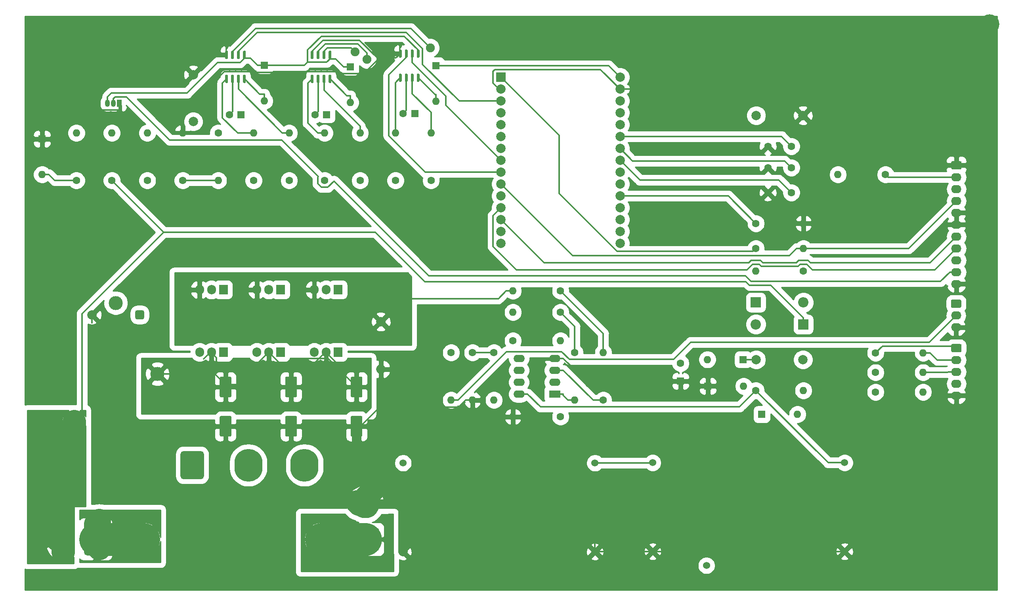
<source format=gbr>
%TF.GenerationSoftware,KiCad,Pcbnew,(5.1.9)-1*%
%TF.CreationDate,2021-04-29T12:36:39-05:00*%
%TF.ProjectId,controller_bldc,636f6e74-726f-46c6-9c65-725f626c6463,rev?*%
%TF.SameCoordinates,Original*%
%TF.FileFunction,Copper,L1,Top*%
%TF.FilePolarity,Positive*%
%FSLAX46Y46*%
G04 Gerber Fmt 4.6, Leading zero omitted, Abs format (unit mm)*
G04 Created by KiCad (PCBNEW (5.1.9)-1) date 2021-04-29 12:36:39*
%MOMM*%
%LPD*%
G01*
G04 APERTURE LIST*
%TA.AperFunction,ComponentPad*%
%ADD10C,2.000000*%
%TD*%
%TA.AperFunction,ComponentPad*%
%ADD11O,2.000000X2.000000*%
%TD*%
%TA.AperFunction,ComponentPad*%
%ADD12O,6.000000X7.000000*%
%TD*%
%TA.AperFunction,ComponentPad*%
%ADD13O,5.000000X7.000000*%
%TD*%
%TA.AperFunction,ComponentPad*%
%ADD14R,2.000000X2.000000*%
%TD*%
%TA.AperFunction,ComponentPad*%
%ADD15O,6.000000X6.000000*%
%TD*%
%TA.AperFunction,ComponentPad*%
%ADD16C,5.000000*%
%TD*%
%TA.AperFunction,ComponentPad*%
%ADD17C,1.524000*%
%TD*%
%TA.AperFunction,ComponentPad*%
%ADD18R,1.905000X2.000000*%
%TD*%
%TA.AperFunction,ComponentPad*%
%ADD19O,1.905000X2.000000*%
%TD*%
%TA.AperFunction,ComponentPad*%
%ADD20C,1.600000*%
%TD*%
%TA.AperFunction,ComponentPad*%
%ADD21R,1.600000X1.600000*%
%TD*%
%TA.AperFunction,ComponentPad*%
%ADD22O,1.600000X1.600000*%
%TD*%
%TA.AperFunction,ComponentPad*%
%ADD23O,2.190000X1.740000*%
%TD*%
%TA.AperFunction,ComponentPad*%
%ADD24R,2.200000X2.200000*%
%TD*%
%TA.AperFunction,ComponentPad*%
%ADD25O,2.200000X2.200000*%
%TD*%
%TA.AperFunction,ComponentPad*%
%ADD26R,2.400000X1.600000*%
%TD*%
%TA.AperFunction,ComponentPad*%
%ADD27O,2.400000X1.600000*%
%TD*%
%TA.AperFunction,ComponentPad*%
%ADD28C,3.000000*%
%TD*%
%TA.AperFunction,ComponentPad*%
%ADD29O,1.050000X1.500000*%
%TD*%
%TA.AperFunction,ComponentPad*%
%ADD30R,1.050000X1.500000*%
%TD*%
%TA.AperFunction,ViaPad*%
%ADD31C,4.200000*%
%TD*%
%TA.AperFunction,ViaPad*%
%ADD32C,1.900000*%
%TD*%
%TA.AperFunction,Conductor*%
%ADD33C,0.300000*%
%TD*%
%TA.AperFunction,Conductor*%
%ADD34C,2.000000*%
%TD*%
%TA.AperFunction,Conductor*%
%ADD35C,5.000000*%
%TD*%
%TA.AperFunction,Conductor*%
%ADD36C,7.000000*%
%TD*%
%TA.AperFunction,Conductor*%
%ADD37C,0.254000*%
%TD*%
%TA.AperFunction,Conductor*%
%ADD38C,0.100000*%
%TD*%
G04 APERTURE END LIST*
D10*
%TO.P,R11,1*%
%TO.N,Current_Sensor*%
X77212000Y-66492000D03*
D11*
%TO.P,R11,2*%
%TO.N,GND*%
X77212000Y-76652000D03*
%TD*%
%TO.P,J9,1*%
%TO.N,PH1*%
%TA.AperFunction,ComponentPad*%
G36*
G01*
X34380800Y-99585400D02*
X34380800Y-94775400D01*
G75*
G02*
X34975800Y-94180400I595000J0D01*
G01*
X38785800Y-94180400D01*
G75*
G02*
X39380800Y-94775400I0J-595000D01*
G01*
X39380800Y-99585400D01*
G75*
G02*
X38785800Y-100180400I-595000J0D01*
G01*
X34975800Y-100180400D01*
G75*
G02*
X34380800Y-99585400I0J595000D01*
G01*
G37*
%TD.AperFunction*%
D12*
%TO.P,J9,2*%
%TO.N,PH2*%
X48880800Y-97180400D03*
%TO.P,J9,3*%
%TO.N,PH3*%
X60880800Y-97180400D03*
%TD*%
D13*
%TO.P,SW1,2*%
%TO.N,+36V*%
X9245400Y-113025000D03*
%TO.P,SW1,1*%
%TO.N,Net-(F1-Pad1)*%
%TA.AperFunction,ComponentPad*%
G36*
G01*
X18745400Y-110245000D02*
X18745400Y-115805000D01*
G75*
G02*
X18025400Y-116525000I-720000J0D01*
G01*
X14465400Y-116525000D01*
G75*
G02*
X13745400Y-115805000I0J720000D01*
G01*
X13745400Y-110245000D01*
G75*
G02*
X14465400Y-109525000I720000J0D01*
G01*
X18025400Y-109525000D01*
G75*
G02*
X18745400Y-110245000I0J-720000D01*
G01*
G37*
%TD.AperFunction*%
%TD*%
D10*
%TO.P,U1,30*%
%TO.N,+12V*%
X128291400Y-14166800D03*
%TO.P,U1,29*%
%TO.N,GND*%
X128291400Y-16706800D03*
%TO.P,U1,28*%
%TO.N,Voltage_Sensor*%
X128291400Y-19246800D03*
%TO.P,U1,27*%
%TO.N,N/C*%
X128291400Y-21786800D03*
%TO.P,U1,26*%
X128291400Y-24326800D03*
%TO.P,U1,25*%
%TO.N,HALL-C*%
X128291400Y-26866800D03*
%TO.P,U1,24*%
%TO.N,HALL-B*%
X128291400Y-29406800D03*
%TO.P,U1,23*%
%TO.N,HALL-A*%
X128291400Y-31946800D03*
%TO.P,U1,22*%
%TO.N,N/C*%
X128291400Y-34486800D03*
%TO.P,U1,21*%
X128291400Y-37026800D03*
%TO.P,U1,20*%
%TO.N,Throttle*%
X128291400Y-39566800D03*
%TO.P,U1,18*%
%TO.N,LM35*%
X128291400Y-44646800D03*
%TO.P,U1,17*%
%TO.N,N/C*%
X128291400Y-47186800D03*
%TO.P,U1,16*%
X128291400Y-49726800D03*
%TO.P,U1,15*%
X102840600Y-49729200D03*
%TO.P,U1,14*%
X102840600Y-47189200D03*
%TO.P,U1,13*%
%TO.N,RX-LCD*%
X102840600Y-44649200D03*
%TO.P,U1,12*%
%TO.N,TX-LCD*%
X102840600Y-42109200D03*
%TO.P,U1,11*%
%TO.N,N/C*%
X102840600Y-39569200D03*
%TO.P,U1,10*%
%TO.N,Brake*%
X102840600Y-37029200D03*
%TO.P,U1,9*%
%TO.N,LIN3*%
X102840600Y-34489200D03*
%TO.P,U1,8*%
%TO.N,HIN3*%
X102840600Y-31949200D03*
%TO.P,U1,7*%
%TO.N,LIN2*%
X102840600Y-29409200D03*
%TO.P,U1,6*%
%TO.N,HIN2*%
X102840600Y-26869200D03*
%TO.P,U1,5*%
%TO.N,LIN1*%
X102840600Y-24329200D03*
%TO.P,U1,4*%
%TO.N,N/C*%
X102840600Y-21789200D03*
%TO.P,U1,3*%
%TO.N,HIN1*%
X102840600Y-19249200D03*
%TO.P,U1,19*%
%TO.N,Current_Sensor_IN*%
X128291400Y-42106800D03*
%TO.P,U1,2*%
%TO.N,GND*%
X102840600Y-16709200D03*
D14*
%TO.P,U1,1*%
%TO.N,+3V3*%
X102840600Y-14169200D03*
%TD*%
%TO.P,J1,1*%
%TO.N,Net-(F1-Pad2)*%
%TA.AperFunction,ComponentPad*%
G36*
G01*
X76212800Y-115555000D02*
X71462800Y-115555000D01*
G75*
G02*
X70837800Y-114930000I0J625000D01*
G01*
X70837800Y-111180000D01*
G75*
G02*
X71462800Y-110555000I625000J0D01*
G01*
X76212800Y-110555000D01*
G75*
G02*
X76837800Y-111180000I0J-625000D01*
G01*
X76837800Y-114930000D01*
G75*
G02*
X76212800Y-115555000I-625000J0D01*
G01*
G37*
%TD.AperFunction*%
D15*
%TO.P,J1,2*%
%TO.N,GND*%
X73837800Y-105555000D03*
%TD*%
D16*
%TO.P,F1,1*%
%TO.N,Net-(F1-Pad1)*%
X26487400Y-113025000D03*
%TO.P,F1,2*%
%TO.N,Net-(F1-Pad2)*%
X64487400Y-113025000D03*
%TD*%
D17*
%TO.P,U3,1*%
%TO.N,+12V*%
X135262000Y-96649000D03*
%TO.P,U3,2*%
%TO.N,GND*%
X135262000Y-115649000D03*
%TO.P,U3,3*%
%TO.N,+5V*%
X176262000Y-96649000D03*
%TO.P,U3,4*%
%TO.N,Net-(D6-Pad1)*%
X146762000Y-118649000D03*
%TO.P,U3,5*%
%TO.N,GND*%
X176262000Y-115649000D03*
%TD*%
%TO.P,U5,1*%
%TO.N,Net-(D5-Pad2)*%
X81934000Y-96713000D03*
%TO.P,U5,2*%
%TO.N,GND*%
X81934000Y-115713000D03*
%TO.P,U5,3*%
%TO.N,+12V*%
X122934000Y-96713000D03*
%TO.P,U5,4*%
%TO.N,GND*%
X122934000Y-115713000D03*
%TD*%
D18*
%TO.P,Q2,1*%
%TO.N,Net-(Q2-Pad1)*%
X43531100Y-59645400D03*
D19*
%TO.P,Q2,2*%
%TO.N,PH1*%
X40991100Y-59645400D03*
%TO.P,Q2,3*%
%TO.N,Current_Sensor*%
X38451100Y-59645400D03*
%TD*%
D20*
%TO.P,C4,2*%
%TO.N,PH3*%
X81926500Y-21919200D03*
D21*
%TO.P,C4,1*%
%TO.N,Net-(C4-Pad1)*%
X84426500Y-21919200D03*
%TD*%
D10*
%TO.P,C1,2*%
%TO.N,Voltage_Sensor*%
X37118100Y-23659600D03*
%TO.P,C1,1*%
%TO.N,GND*%
X37118100Y-13659600D03*
%TD*%
D20*
%TO.P,C2,2*%
%TO.N,PH1*%
X44803500Y-22173200D03*
D21*
%TO.P,C2,1*%
%TO.N,Net-(C2-Pad1)*%
X47303500Y-22173200D03*
%TD*%
%TO.P,C3,1*%
%TO.N,Net-(C3-Pad1)*%
X65591500Y-22173200D03*
D20*
%TO.P,C3,2*%
%TO.N,PH2*%
X63091500Y-22173200D03*
%TD*%
D21*
%TO.P,D1,1*%
%TO.N,+12V*%
X52320000Y-11628000D03*
D22*
%TO.P,D1,2*%
%TO.N,Net-(C2-Pad1)*%
X52320000Y-19248000D03*
%TD*%
%TO.P,D2,2*%
%TO.N,Net-(C3-Pad1)*%
X70671500Y-19578200D03*
D21*
%TO.P,D2,1*%
%TO.N,+12V*%
X70671500Y-11958200D03*
%TD*%
%TO.P,D3,1*%
%TO.N,+12V*%
X88959500Y-11704200D03*
D22*
%TO.P,D3,2*%
%TO.N,Net-(C4-Pad1)*%
X88959500Y-19324200D03*
%TD*%
D23*
%TO.P,J6,3*%
%TO.N,GND*%
X200082000Y-67703600D03*
%TO.P,J6,2*%
%TO.N,LM35-RAW*%
X200082000Y-65163600D03*
%TO.P,J6,1*%
%TO.N,+5V*%
%TA.AperFunction,ComponentPad*%
G36*
G01*
X199236999Y-61753600D02*
X200927001Y-61753600D01*
G75*
G02*
X201177000Y-62003599I0J-249999D01*
G01*
X201177000Y-63243601D01*
G75*
G02*
X200927001Y-63493600I-249999J0D01*
G01*
X199236999Y-63493600D01*
G75*
G02*
X198987000Y-63243601I0J249999D01*
G01*
X198987000Y-62003599D01*
G75*
G02*
X199236999Y-61753600I249999J0D01*
G01*
G37*
%TD.AperFunction*%
%TD*%
%TO.P,J7,1*%
%TO.N,+5V*%
%TA.AperFunction,ComponentPad*%
G36*
G01*
X199306999Y-71266000D02*
X200997001Y-71266000D01*
G75*
G02*
X201247000Y-71515999I0J-249999D01*
G01*
X201247000Y-72756001D01*
G75*
G02*
X200997001Y-73006000I-249999J0D01*
G01*
X199306999Y-73006000D01*
G75*
G02*
X199057000Y-72756001I0J249999D01*
G01*
X199057000Y-71515999D01*
G75*
G02*
X199306999Y-71266000I249999J0D01*
G01*
G37*
%TD.AperFunction*%
%TO.P,J7,2*%
%TO.N,HALL-A*%
X200152000Y-74676000D03*
%TO.P,J7,3*%
%TO.N,HALL-B*%
X200152000Y-77216000D03*
%TO.P,J7,4*%
%TO.N,HALL-C*%
X200152000Y-79756000D03*
%TO.P,J7,5*%
%TO.N,GND*%
X200152000Y-82296000D03*
%TD*%
D22*
%TO.P,R1,2*%
%TO.N,Net-(R1-Pad2)*%
X19711200Y-26106000D03*
D20*
%TO.P,R1,1*%
%TO.N,+36V*%
X19711200Y-36266000D03*
%TD*%
%TO.P,R2,1*%
%TO.N,Net-(R1-Pad2)*%
X27286900Y-36266000D03*
D22*
%TO.P,R2,2*%
%TO.N,Net-(R2-Pad2)*%
X27286900Y-26106000D03*
%TD*%
D20*
%TO.P,R3,1*%
%TO.N,Net-(R2-Pad2)*%
X34862600Y-36266000D03*
D22*
%TO.P,R3,2*%
%TO.N,GND*%
X34862600Y-26106000D03*
%TD*%
%TO.P,R4,2*%
%TO.N,Net-(R2-Pad2)*%
X42438300Y-36266000D03*
D20*
%TO.P,R4,1*%
%TO.N,Voltage_Sensor*%
X42438300Y-26106000D03*
%TD*%
%TO.P,R5,1*%
%TO.N,Net-(Q3-Pad1)*%
X72741200Y-36266000D03*
D22*
%TO.P,R5,2*%
%TO.N,HO2*%
X72741200Y-26106000D03*
%TD*%
%TO.P,R6,2*%
%TO.N,LO2*%
X65165500Y-26106000D03*
D20*
%TO.P,R6,1*%
%TO.N,Net-(Q4-Pad1)*%
X65165500Y-36266000D03*
%TD*%
%TO.P,R7,1*%
%TO.N,Net-(Q5-Pad1)*%
X87892700Y-36266000D03*
D22*
%TO.P,R7,2*%
%TO.N,HO3*%
X87892700Y-26106000D03*
%TD*%
%TO.P,R8,2*%
%TO.N,LO3*%
X80317000Y-26106000D03*
D20*
%TO.P,R8,1*%
%TO.N,Net-(Q6-Pad1)*%
X80317000Y-36266000D03*
%TD*%
%TO.P,R9,1*%
%TO.N,Net-(Q1-Pad1)*%
X57589800Y-36266000D03*
D22*
%TO.P,R9,2*%
%TO.N,HO1*%
X57589800Y-26106000D03*
%TD*%
D20*
%TO.P,R10,1*%
%TO.N,Net-(Q2-Pad1)*%
X50014100Y-36266000D03*
D22*
%TO.P,R10,2*%
%TO.N,LO1*%
X50014100Y-26106000D03*
%TD*%
D20*
%TO.P,R12,1*%
%TO.N,+3V3*%
X157306000Y-50800000D03*
D22*
%TO.P,R12,2*%
%TO.N,Brake*%
X167466000Y-50800000D03*
%TD*%
D20*
%TO.P,R13,1*%
%TO.N,+5V*%
X182876000Y-73152000D03*
D22*
%TO.P,R13,2*%
%TO.N,HALL-A*%
X193036000Y-73152000D03*
%TD*%
%TO.P,R14,2*%
%TO.N,HALL-B*%
X193036000Y-77343000D03*
D20*
%TO.P,R14,1*%
%TO.N,+5V*%
X182876000Y-77343000D03*
%TD*%
%TO.P,R15,1*%
%TO.N,+5V*%
X182876000Y-81534000D03*
D22*
%TO.P,R15,2*%
%TO.N,HALL-C*%
X193036000Y-81534000D03*
%TD*%
%TO.P,U4,8*%
%TO.N,Net-(C4-Pad1)*%
%TA.AperFunction,SMDPad,CuDef*%
G36*
G01*
X84999500Y-13404200D02*
X85299500Y-13404200D01*
G75*
G02*
X85449500Y-13554200I0J-150000D01*
G01*
X85449500Y-15004200D01*
G75*
G02*
X85299500Y-15154200I-150000J0D01*
G01*
X84999500Y-15154200D01*
G75*
G02*
X84849500Y-15004200I0J150000D01*
G01*
X84849500Y-13554200D01*
G75*
G02*
X84999500Y-13404200I150000J0D01*
G01*
G37*
%TD.AperFunction*%
%TO.P,U4,7*%
%TO.N,HO3*%
%TA.AperFunction,SMDPad,CuDef*%
G36*
G01*
X83729500Y-13404200D02*
X84029500Y-13404200D01*
G75*
G02*
X84179500Y-13554200I0J-150000D01*
G01*
X84179500Y-15004200D01*
G75*
G02*
X84029500Y-15154200I-150000J0D01*
G01*
X83729500Y-15154200D01*
G75*
G02*
X83579500Y-15004200I0J150000D01*
G01*
X83579500Y-13554200D01*
G75*
G02*
X83729500Y-13404200I150000J0D01*
G01*
G37*
%TD.AperFunction*%
%TO.P,U4,6*%
%TO.N,PH3*%
%TA.AperFunction,SMDPad,CuDef*%
G36*
G01*
X82459500Y-13404200D02*
X82759500Y-13404200D01*
G75*
G02*
X82909500Y-13554200I0J-150000D01*
G01*
X82909500Y-15004200D01*
G75*
G02*
X82759500Y-15154200I-150000J0D01*
G01*
X82459500Y-15154200D01*
G75*
G02*
X82309500Y-15004200I0J150000D01*
G01*
X82309500Y-13554200D01*
G75*
G02*
X82459500Y-13404200I150000J0D01*
G01*
G37*
%TD.AperFunction*%
%TO.P,U4,5*%
%TO.N,LO3*%
%TA.AperFunction,SMDPad,CuDef*%
G36*
G01*
X81189500Y-13404200D02*
X81489500Y-13404200D01*
G75*
G02*
X81639500Y-13554200I0J-150000D01*
G01*
X81639500Y-15004200D01*
G75*
G02*
X81489500Y-15154200I-150000J0D01*
G01*
X81189500Y-15154200D01*
G75*
G02*
X81039500Y-15004200I0J150000D01*
G01*
X81039500Y-13554200D01*
G75*
G02*
X81189500Y-13404200I150000J0D01*
G01*
G37*
%TD.AperFunction*%
%TO.P,U4,4*%
%TO.N,GND*%
%TA.AperFunction,SMDPad,CuDef*%
G36*
G01*
X81189500Y-8254200D02*
X81489500Y-8254200D01*
G75*
G02*
X81639500Y-8404200I0J-150000D01*
G01*
X81639500Y-9854200D01*
G75*
G02*
X81489500Y-10004200I-150000J0D01*
G01*
X81189500Y-10004200D01*
G75*
G02*
X81039500Y-9854200I0J150000D01*
G01*
X81039500Y-8404200D01*
G75*
G02*
X81189500Y-8254200I150000J0D01*
G01*
G37*
%TD.AperFunction*%
%TO.P,U4,3*%
%TO.N,LIN3*%
%TA.AperFunction,SMDPad,CuDef*%
G36*
G01*
X82459500Y-8254200D02*
X82759500Y-8254200D01*
G75*
G02*
X82909500Y-8404200I0J-150000D01*
G01*
X82909500Y-9854200D01*
G75*
G02*
X82759500Y-10004200I-150000J0D01*
G01*
X82459500Y-10004200D01*
G75*
G02*
X82309500Y-9854200I0J150000D01*
G01*
X82309500Y-8404200D01*
G75*
G02*
X82459500Y-8254200I150000J0D01*
G01*
G37*
%TD.AperFunction*%
%TO.P,U4,2*%
%TO.N,HIN3*%
%TA.AperFunction,SMDPad,CuDef*%
G36*
G01*
X83729500Y-8254200D02*
X84029500Y-8254200D01*
G75*
G02*
X84179500Y-8404200I0J-150000D01*
G01*
X84179500Y-9854200D01*
G75*
G02*
X84029500Y-10004200I-150000J0D01*
G01*
X83729500Y-10004200D01*
G75*
G02*
X83579500Y-9854200I0J150000D01*
G01*
X83579500Y-8404200D01*
G75*
G02*
X83729500Y-8254200I150000J0D01*
G01*
G37*
%TD.AperFunction*%
%TO.P,U4,1*%
%TO.N,+12V*%
%TA.AperFunction,SMDPad,CuDef*%
G36*
G01*
X84999500Y-8254200D02*
X85299500Y-8254200D01*
G75*
G02*
X85449500Y-8404200I0J-150000D01*
G01*
X85449500Y-9854200D01*
G75*
G02*
X85299500Y-10004200I-150000J0D01*
G01*
X84999500Y-10004200D01*
G75*
G02*
X84849500Y-9854200I0J150000D01*
G01*
X84849500Y-8404200D01*
G75*
G02*
X84999500Y-8254200I150000J0D01*
G01*
G37*
%TD.AperFunction*%
%TD*%
%TO.P,U8,1*%
%TO.N,+12V*%
%TA.AperFunction,SMDPad,CuDef*%
G36*
G01*
X47876500Y-8508200D02*
X48176500Y-8508200D01*
G75*
G02*
X48326500Y-8658200I0J-150000D01*
G01*
X48326500Y-10108200D01*
G75*
G02*
X48176500Y-10258200I-150000J0D01*
G01*
X47876500Y-10258200D01*
G75*
G02*
X47726500Y-10108200I0J150000D01*
G01*
X47726500Y-8658200D01*
G75*
G02*
X47876500Y-8508200I150000J0D01*
G01*
G37*
%TD.AperFunction*%
%TO.P,U8,2*%
%TO.N,HIN1*%
%TA.AperFunction,SMDPad,CuDef*%
G36*
G01*
X46606500Y-8508200D02*
X46906500Y-8508200D01*
G75*
G02*
X47056500Y-8658200I0J-150000D01*
G01*
X47056500Y-10108200D01*
G75*
G02*
X46906500Y-10258200I-150000J0D01*
G01*
X46606500Y-10258200D01*
G75*
G02*
X46456500Y-10108200I0J150000D01*
G01*
X46456500Y-8658200D01*
G75*
G02*
X46606500Y-8508200I150000J0D01*
G01*
G37*
%TD.AperFunction*%
%TO.P,U8,3*%
%TO.N,LIN1*%
%TA.AperFunction,SMDPad,CuDef*%
G36*
G01*
X45336500Y-8508200D02*
X45636500Y-8508200D01*
G75*
G02*
X45786500Y-8658200I0J-150000D01*
G01*
X45786500Y-10108200D01*
G75*
G02*
X45636500Y-10258200I-150000J0D01*
G01*
X45336500Y-10258200D01*
G75*
G02*
X45186500Y-10108200I0J150000D01*
G01*
X45186500Y-8658200D01*
G75*
G02*
X45336500Y-8508200I150000J0D01*
G01*
G37*
%TD.AperFunction*%
%TO.P,U8,4*%
%TO.N,GND*%
%TA.AperFunction,SMDPad,CuDef*%
G36*
G01*
X44066500Y-8508200D02*
X44366500Y-8508200D01*
G75*
G02*
X44516500Y-8658200I0J-150000D01*
G01*
X44516500Y-10108200D01*
G75*
G02*
X44366500Y-10258200I-150000J0D01*
G01*
X44066500Y-10258200D01*
G75*
G02*
X43916500Y-10108200I0J150000D01*
G01*
X43916500Y-8658200D01*
G75*
G02*
X44066500Y-8508200I150000J0D01*
G01*
G37*
%TD.AperFunction*%
%TO.P,U8,5*%
%TO.N,LO1*%
%TA.AperFunction,SMDPad,CuDef*%
G36*
G01*
X44066500Y-13658200D02*
X44366500Y-13658200D01*
G75*
G02*
X44516500Y-13808200I0J-150000D01*
G01*
X44516500Y-15258200D01*
G75*
G02*
X44366500Y-15408200I-150000J0D01*
G01*
X44066500Y-15408200D01*
G75*
G02*
X43916500Y-15258200I0J150000D01*
G01*
X43916500Y-13808200D01*
G75*
G02*
X44066500Y-13658200I150000J0D01*
G01*
G37*
%TD.AperFunction*%
%TO.P,U8,6*%
%TO.N,PH1*%
%TA.AperFunction,SMDPad,CuDef*%
G36*
G01*
X45336500Y-13658200D02*
X45636500Y-13658200D01*
G75*
G02*
X45786500Y-13808200I0J-150000D01*
G01*
X45786500Y-15258200D01*
G75*
G02*
X45636500Y-15408200I-150000J0D01*
G01*
X45336500Y-15408200D01*
G75*
G02*
X45186500Y-15258200I0J150000D01*
G01*
X45186500Y-13808200D01*
G75*
G02*
X45336500Y-13658200I150000J0D01*
G01*
G37*
%TD.AperFunction*%
%TO.P,U8,7*%
%TO.N,HO1*%
%TA.AperFunction,SMDPad,CuDef*%
G36*
G01*
X46606500Y-13658200D02*
X46906500Y-13658200D01*
G75*
G02*
X47056500Y-13808200I0J-150000D01*
G01*
X47056500Y-15258200D01*
G75*
G02*
X46906500Y-15408200I-150000J0D01*
G01*
X46606500Y-15408200D01*
G75*
G02*
X46456500Y-15258200I0J150000D01*
G01*
X46456500Y-13808200D01*
G75*
G02*
X46606500Y-13658200I150000J0D01*
G01*
G37*
%TD.AperFunction*%
%TO.P,U8,8*%
%TO.N,Net-(C2-Pad1)*%
%TA.AperFunction,SMDPad,CuDef*%
G36*
G01*
X47876500Y-13658200D02*
X48176500Y-13658200D01*
G75*
G02*
X48326500Y-13808200I0J-150000D01*
G01*
X48326500Y-15258200D01*
G75*
G02*
X48176500Y-15408200I-150000J0D01*
G01*
X47876500Y-15408200D01*
G75*
G02*
X47726500Y-15258200I0J150000D01*
G01*
X47726500Y-13808200D01*
G75*
G02*
X47876500Y-13658200I150000J0D01*
G01*
G37*
%TD.AperFunction*%
%TD*%
%TO.P,U9,1*%
%TO.N,+12V*%
%TA.AperFunction,SMDPad,CuDef*%
G36*
G01*
X66164500Y-8508200D02*
X66464500Y-8508200D01*
G75*
G02*
X66614500Y-8658200I0J-150000D01*
G01*
X66614500Y-10108200D01*
G75*
G02*
X66464500Y-10258200I-150000J0D01*
G01*
X66164500Y-10258200D01*
G75*
G02*
X66014500Y-10108200I0J150000D01*
G01*
X66014500Y-8658200D01*
G75*
G02*
X66164500Y-8508200I150000J0D01*
G01*
G37*
%TD.AperFunction*%
%TO.P,U9,2*%
%TO.N,HIN2*%
%TA.AperFunction,SMDPad,CuDef*%
G36*
G01*
X64894500Y-8508200D02*
X65194500Y-8508200D01*
G75*
G02*
X65344500Y-8658200I0J-150000D01*
G01*
X65344500Y-10108200D01*
G75*
G02*
X65194500Y-10258200I-150000J0D01*
G01*
X64894500Y-10258200D01*
G75*
G02*
X64744500Y-10108200I0J150000D01*
G01*
X64744500Y-8658200D01*
G75*
G02*
X64894500Y-8508200I150000J0D01*
G01*
G37*
%TD.AperFunction*%
%TO.P,U9,3*%
%TO.N,LIN2*%
%TA.AperFunction,SMDPad,CuDef*%
G36*
G01*
X63624500Y-8508200D02*
X63924500Y-8508200D01*
G75*
G02*
X64074500Y-8658200I0J-150000D01*
G01*
X64074500Y-10108200D01*
G75*
G02*
X63924500Y-10258200I-150000J0D01*
G01*
X63624500Y-10258200D01*
G75*
G02*
X63474500Y-10108200I0J150000D01*
G01*
X63474500Y-8658200D01*
G75*
G02*
X63624500Y-8508200I150000J0D01*
G01*
G37*
%TD.AperFunction*%
%TO.P,U9,4*%
%TO.N,GND*%
%TA.AperFunction,SMDPad,CuDef*%
G36*
G01*
X62354500Y-8508200D02*
X62654500Y-8508200D01*
G75*
G02*
X62804500Y-8658200I0J-150000D01*
G01*
X62804500Y-10108200D01*
G75*
G02*
X62654500Y-10258200I-150000J0D01*
G01*
X62354500Y-10258200D01*
G75*
G02*
X62204500Y-10108200I0J150000D01*
G01*
X62204500Y-8658200D01*
G75*
G02*
X62354500Y-8508200I150000J0D01*
G01*
G37*
%TD.AperFunction*%
%TO.P,U9,5*%
%TO.N,LO2*%
%TA.AperFunction,SMDPad,CuDef*%
G36*
G01*
X62354500Y-13658200D02*
X62654500Y-13658200D01*
G75*
G02*
X62804500Y-13808200I0J-150000D01*
G01*
X62804500Y-15258200D01*
G75*
G02*
X62654500Y-15408200I-150000J0D01*
G01*
X62354500Y-15408200D01*
G75*
G02*
X62204500Y-15258200I0J150000D01*
G01*
X62204500Y-13808200D01*
G75*
G02*
X62354500Y-13658200I150000J0D01*
G01*
G37*
%TD.AperFunction*%
%TO.P,U9,6*%
%TO.N,PH2*%
%TA.AperFunction,SMDPad,CuDef*%
G36*
G01*
X63624500Y-13658200D02*
X63924500Y-13658200D01*
G75*
G02*
X64074500Y-13808200I0J-150000D01*
G01*
X64074500Y-15258200D01*
G75*
G02*
X63924500Y-15408200I-150000J0D01*
G01*
X63624500Y-15408200D01*
G75*
G02*
X63474500Y-15258200I0J150000D01*
G01*
X63474500Y-13808200D01*
G75*
G02*
X63624500Y-13658200I150000J0D01*
G01*
G37*
%TD.AperFunction*%
%TO.P,U9,7*%
%TO.N,HO2*%
%TA.AperFunction,SMDPad,CuDef*%
G36*
G01*
X64894500Y-13658200D02*
X65194500Y-13658200D01*
G75*
G02*
X65344500Y-13808200I0J-150000D01*
G01*
X65344500Y-15258200D01*
G75*
G02*
X65194500Y-15408200I-150000J0D01*
G01*
X64894500Y-15408200D01*
G75*
G02*
X64744500Y-15258200I0J150000D01*
G01*
X64744500Y-13808200D01*
G75*
G02*
X64894500Y-13658200I150000J0D01*
G01*
G37*
%TD.AperFunction*%
%TO.P,U9,8*%
%TO.N,Net-(C3-Pad1)*%
%TA.AperFunction,SMDPad,CuDef*%
G36*
G01*
X66164500Y-13658200D02*
X66464500Y-13658200D01*
G75*
G02*
X66614500Y-13808200I0J-150000D01*
G01*
X66614500Y-15258200D01*
G75*
G02*
X66464500Y-15408200I-150000J0D01*
G01*
X66164500Y-15408200D01*
G75*
G02*
X66014500Y-15258200I0J150000D01*
G01*
X66014500Y-13808200D01*
G75*
G02*
X66164500Y-13658200I150000J0D01*
G01*
G37*
%TD.AperFunction*%
%TD*%
D18*
%TO.P,Q1,1*%
%TO.N,Net-(Q1-Pad1)*%
X43531100Y-73005800D03*
D19*
%TO.P,Q1,2*%
%TO.N,36V-Power*%
X40991100Y-73005800D03*
%TO.P,Q1,3*%
%TO.N,PH1*%
X38451100Y-73005800D03*
%TD*%
%TO.P,Q3,3*%
%TO.N,PH2*%
X50701800Y-73005800D03*
%TO.P,Q3,2*%
%TO.N,36V-Power*%
X53241800Y-73005800D03*
D18*
%TO.P,Q3,1*%
%TO.N,Net-(Q3-Pad1)*%
X55781800Y-73005800D03*
%TD*%
%TO.P,Q4,1*%
%TO.N,Net-(Q4-Pad1)*%
X55781800Y-59645400D03*
D19*
%TO.P,Q4,2*%
%TO.N,PH2*%
X53241800Y-59645400D03*
%TO.P,Q4,3*%
%TO.N,Current_Sensor*%
X50701800Y-59645400D03*
%TD*%
D18*
%TO.P,Q5,1*%
%TO.N,Net-(Q5-Pad1)*%
X68032500Y-73005800D03*
D19*
%TO.P,Q5,2*%
%TO.N,36V-Power*%
X65492500Y-73005800D03*
%TO.P,Q5,3*%
%TO.N,PH3*%
X62952500Y-73005800D03*
%TD*%
%TO.P,Q6,3*%
%TO.N,Current_Sensor*%
X62952500Y-59645400D03*
%TO.P,Q6,2*%
%TO.N,PH3*%
X65492500Y-59645400D03*
D18*
%TO.P,Q6,1*%
%TO.N,Net-(Q6-Pad1)*%
X68032500Y-59645400D03*
%TD*%
D20*
%TO.P,C7,2*%
%TO.N,GND*%
X159886000Y-38862000D03*
%TO.P,C7,1*%
%TO.N,HALL-A*%
X164886000Y-38862000D03*
%TD*%
%TO.P,C8,1*%
%TO.N,HALL-B*%
X164886000Y-33528000D03*
%TO.P,C8,2*%
%TO.N,GND*%
X159886000Y-33528000D03*
%TD*%
%TO.P,C9,1*%
%TO.N,HALL-C*%
X164886000Y-28956000D03*
%TO.P,C9,2*%
%TO.N,GND*%
X159886000Y-28956000D03*
%TD*%
D10*
%TO.P,C13,1*%
%TO.N,GND*%
X167386000Y-22352000D03*
%TO.P,C13,2*%
%TO.N,Current_Sensor_AO*%
X157386000Y-22352000D03*
%TD*%
D20*
%TO.P,R16,1*%
%TO.N,Current_Sensor_AO*%
X115566000Y-59888000D03*
D22*
%TO.P,R16,2*%
%TO.N,Current_Sensor*%
X105406000Y-59888000D03*
%TD*%
%TO.P,C10,1*%
%TO.N,36V-Power*%
%TA.AperFunction,SMDPad,CuDef*%
G36*
G01*
X43011700Y-78250400D02*
X45011700Y-78250400D01*
G75*
G02*
X45261700Y-78500400I0J-250000D01*
G01*
X45261700Y-82400400D01*
G75*
G02*
X45011700Y-82650400I-250000J0D01*
G01*
X43011700Y-82650400D01*
G75*
G02*
X42761700Y-82400400I0J250000D01*
G01*
X42761700Y-78500400D01*
G75*
G02*
X43011700Y-78250400I250000J0D01*
G01*
G37*
%TD.AperFunction*%
%TO.P,C10,2*%
%TO.N,GND*%
%TA.AperFunction,SMDPad,CuDef*%
G36*
G01*
X43011700Y-86650400D02*
X45011700Y-86650400D01*
G75*
G02*
X45261700Y-86900400I0J-250000D01*
G01*
X45261700Y-90800400D01*
G75*
G02*
X45011700Y-91050400I-250000J0D01*
G01*
X43011700Y-91050400D01*
G75*
G02*
X42761700Y-90800400I0J250000D01*
G01*
X42761700Y-86900400D01*
G75*
G02*
X43011700Y-86650400I250000J0D01*
G01*
G37*
%TD.AperFunction*%
%TD*%
%TO.P,C11,2*%
%TO.N,GND*%
%TA.AperFunction,SMDPad,CuDef*%
G36*
G01*
X57001700Y-86650400D02*
X59001700Y-86650400D01*
G75*
G02*
X59251700Y-86900400I0J-250000D01*
G01*
X59251700Y-90800400D01*
G75*
G02*
X59001700Y-91050400I-250000J0D01*
G01*
X57001700Y-91050400D01*
G75*
G02*
X56751700Y-90800400I0J250000D01*
G01*
X56751700Y-86900400D01*
G75*
G02*
X57001700Y-86650400I250000J0D01*
G01*
G37*
%TD.AperFunction*%
%TO.P,C11,1*%
%TO.N,36V-Power*%
%TA.AperFunction,SMDPad,CuDef*%
G36*
G01*
X57001700Y-78250400D02*
X59001700Y-78250400D01*
G75*
G02*
X59251700Y-78500400I0J-250000D01*
G01*
X59251700Y-82400400D01*
G75*
G02*
X59001700Y-82650400I-250000J0D01*
G01*
X57001700Y-82650400D01*
G75*
G02*
X56751700Y-82400400I0J250000D01*
G01*
X56751700Y-78500400D01*
G75*
G02*
X57001700Y-78250400I250000J0D01*
G01*
G37*
%TD.AperFunction*%
%TD*%
%TO.P,C12,1*%
%TO.N,36V-Power*%
%TA.AperFunction,SMDPad,CuDef*%
G36*
G01*
X70991700Y-78250400D02*
X72991700Y-78250400D01*
G75*
G02*
X73241700Y-78500400I0J-250000D01*
G01*
X73241700Y-82400400D01*
G75*
G02*
X72991700Y-82650400I-250000J0D01*
G01*
X70991700Y-82650400D01*
G75*
G02*
X70741700Y-82400400I0J250000D01*
G01*
X70741700Y-78500400D01*
G75*
G02*
X70991700Y-78250400I250000J0D01*
G01*
G37*
%TD.AperFunction*%
%TO.P,C12,2*%
%TO.N,GND*%
%TA.AperFunction,SMDPad,CuDef*%
G36*
G01*
X70991700Y-86650400D02*
X72991700Y-86650400D01*
G75*
G02*
X73241700Y-86900400I0J-250000D01*
G01*
X73241700Y-90800400D01*
G75*
G02*
X72991700Y-91050400I-250000J0D01*
G01*
X70991700Y-91050400D01*
G75*
G02*
X70741700Y-90800400I0J250000D01*
G01*
X70741700Y-86900400D01*
G75*
G02*
X70991700Y-86650400I250000J0D01*
G01*
G37*
%TD.AperFunction*%
%TD*%
D10*
%TO.P,C5,1*%
%TO.N,Net-(C5-Pad1)*%
X157386000Y-74603200D03*
%TO.P,C5,2*%
%TO.N,Net-(C5-Pad2)*%
X167386000Y-74603200D03*
%TD*%
D24*
%TO.P,D4,1*%
%TO.N,+36V*%
X167466000Y-67056000D03*
D25*
%TO.P,D4,2*%
%TO.N,Net-(D4-Pad2)*%
X157306000Y-67056000D03*
%TD*%
%TO.P,D5,2*%
%TO.N,Net-(D5-Pad2)*%
X167466000Y-62352400D03*
D24*
%TO.P,D5,1*%
%TO.N,Net-(D4-Pad2)*%
X157306000Y-62352400D03*
%TD*%
D21*
%TO.P,D6,1*%
%TO.N,Net-(D6-Pad1)*%
X158576000Y-86304000D03*
D22*
%TO.P,D6,2*%
%TO.N,Net-(C5-Pad2)*%
X166196000Y-86304000D03*
%TD*%
%TO.P,D7,2*%
%TO.N,Net-(C5-Pad1)*%
X154686000Y-80264000D03*
D21*
%TO.P,D7,1*%
%TO.N,GND*%
X147066000Y-80264000D03*
%TD*%
%TO.P,D8,1*%
%TO.N,Net-(C5-Pad1)*%
X154574000Y-74578600D03*
D22*
%TO.P,D8,2*%
%TO.N,-5V*%
X146954000Y-74578600D03*
%TD*%
D21*
%TO.P,C6,1*%
%TO.N,GND*%
X141220000Y-79192000D03*
D20*
%TO.P,C6,2*%
%TO.N,-5V*%
X141220000Y-75392000D03*
%TD*%
%TO.P,R18,1*%
%TO.N,+5V*%
X157306000Y-81203600D03*
D22*
%TO.P,R18,2*%
%TO.N,Net-(C5-Pad2)*%
X167466000Y-81203600D03*
%TD*%
%TO.P,R19,2*%
%TO.N,Current_Sensor_AO*%
X124710000Y-73096000D03*
D20*
%TO.P,R19,1*%
%TO.N,Net-(R19-Pad1)*%
X124710000Y-83256000D03*
%TD*%
%TO.P,R20,1*%
%TO.N,1IN-*%
X115566000Y-86812000D03*
D22*
%TO.P,R20,2*%
%TO.N,GND*%
X105406000Y-86812000D03*
%TD*%
D20*
%TO.P,R21,1*%
%TO.N,Net-(R21-Pad1)*%
X92198000Y-73096000D03*
D22*
%TO.P,R21,2*%
%TO.N,LM35-RAW*%
X92198000Y-83256000D03*
%TD*%
%TO.P,R22,2*%
%TO.N,GND*%
X96770000Y-83256000D03*
D20*
%TO.P,R22,1*%
%TO.N,2IN-*%
X96770000Y-73096000D03*
%TD*%
D22*
%TO.P,R23,2*%
%TO.N,Net-(R23-Pad2)*%
X118614000Y-83256000D03*
D20*
%TO.P,R23,1*%
%TO.N,1IN-*%
X118614000Y-73096000D03*
%TD*%
%TO.P,R24,1*%
%TO.N,2IN-*%
X101342000Y-73096000D03*
D22*
%TO.P,R24,2*%
%TO.N,Net-(R24-Pad2)*%
X101342000Y-83256000D03*
%TD*%
D26*
%TO.P,U2,1*%
%TO.N,Net-(R23-Pad2)*%
X114311000Y-81976000D03*
D27*
%TO.P,U2,5*%
%TO.N,Net-(R21-Pad1)*%
X106691000Y-74356000D03*
%TO.P,U2,2*%
%TO.N,1IN-*%
X114311000Y-79436000D03*
%TO.P,U2,6*%
%TO.N,2IN-*%
X106691000Y-76896000D03*
%TO.P,U2,3*%
%TO.N,Net-(R19-Pad1)*%
X114311000Y-76896000D03*
%TO.P,U2,7*%
%TO.N,Net-(R24-Pad2)*%
X106691000Y-79436000D03*
%TO.P,U2,4*%
%TO.N,GND*%
X114311000Y-74356000D03*
%TO.P,U2,8*%
%TO.N,+5V*%
X106691000Y-81976000D03*
%TD*%
D20*
%TO.P,R17,1*%
%TO.N,Net-(D5-Pad2)*%
X167466000Y-55626000D03*
D22*
%TO.P,R17,2*%
%TO.N,GND*%
X157306000Y-55626000D03*
%TD*%
D21*
%TO.P,D9,1*%
%TO.N,GND*%
X4809700Y-27376000D03*
D22*
%TO.P,D9,2*%
%TO.N,+12V*%
X4809700Y-34996000D03*
%TD*%
D28*
%TO.P,K1,11A*%
%TO.N,36V-Power*%
X20560000Y-62468000D03*
D10*
%TO.P,K1,A2*%
%TO.N,GND*%
X15460000Y-65008000D03*
D28*
%TO.P,K1,12*%
%TO.N,+36V*%
X11660000Y-87808000D03*
%TO.P,K1,11B*%
%TO.N,36V-Power*%
X29460000Y-77668000D03*
%TO.P,K1,A1*%
%TO.N,+12V*%
%TA.AperFunction,ComponentPad*%
G36*
G01*
X26160000Y-66008000D02*
X25160000Y-66008000D01*
G75*
G02*
X24660000Y-65508000I0J500000D01*
G01*
X24660000Y-64508000D01*
G75*
G02*
X25160000Y-64008000I500000J0D01*
G01*
X26160000Y-64008000D01*
G75*
G02*
X26660000Y-64508000I0J-500000D01*
G01*
X26660000Y-65508000D01*
G75*
G02*
X26160000Y-66008000I-500000J0D01*
G01*
G37*
%TD.AperFunction*%
%TD*%
D29*
%TO.P,Q7,2*%
%TO.N,OPC_1*%
X20062000Y-19756000D03*
%TO.P,Q7,3*%
%TO.N,+12V*%
X18792000Y-19756000D03*
D30*
%TO.P,Q7,1*%
%TO.N,GND*%
X21332000Y-19756000D03*
%TD*%
D20*
%TO.P,R25,1*%
%TO.N,+12V*%
X12135500Y-36266000D03*
D22*
%TO.P,R25,2*%
%TO.N,OPC_1*%
X12135500Y-26106000D03*
%TD*%
D20*
%TO.P,R26,1*%
%TO.N,1IN-*%
X115566000Y-64460000D03*
D22*
%TO.P,R26,2*%
%TO.N,Current_Sensor_IN*%
X105406000Y-64460000D03*
%TD*%
%TO.P,R27,2*%
%TO.N,LM35*%
X115566000Y-70556000D03*
D20*
%TO.P,R27,1*%
%TO.N,2IN-*%
X105406000Y-70556000D03*
%TD*%
%TO.P,R28,1*%
%TO.N,Throttle*%
X157306000Y-45466000D03*
D22*
%TO.P,R28,2*%
%TO.N,GND*%
X167466000Y-45466000D03*
%TD*%
%TO.P,J2,1*%
%TO.N,GND*%
%TA.AperFunction,ComponentPad*%
G36*
G01*
X199306999Y-32150000D02*
X200997001Y-32150000D01*
G75*
G02*
X201247000Y-32399999I0J-249999D01*
G01*
X201247000Y-33640001D01*
G75*
G02*
X200997001Y-33890000I-249999J0D01*
G01*
X199306999Y-33890000D01*
G75*
G02*
X199057000Y-33640001I0J249999D01*
G01*
X199057000Y-32399999D01*
G75*
G02*
X199306999Y-32150000I249999J0D01*
G01*
G37*
%TD.AperFunction*%
D23*
%TO.P,J2,2*%
%TO.N,Throttle_Raw*%
X200152000Y-35560000D03*
%TO.P,J2,3*%
%TO.N,+5V*%
X200152000Y-38100000D03*
%TO.P,J2,4*%
%TO.N,Brake*%
X200152000Y-40640000D03*
%TO.P,J2,5*%
%TO.N,GND*%
X200152000Y-43180000D03*
%TO.P,J2,6*%
X200152000Y-45720000D03*
%TO.P,J2,7*%
%TO.N,RX-LCD*%
X200152000Y-48260000D03*
%TO.P,J2,8*%
%TO.N,TX-LCD*%
X200152000Y-50800000D03*
%TO.P,J2,9*%
%TO.N,+5V*%
X200152000Y-53340000D03*
%TO.P,J2,10*%
%TO.N,OPC_1*%
X200152000Y-55880000D03*
%TO.P,J2,11*%
%TO.N,GND*%
X200152000Y-58420000D03*
%TD*%
D20*
%TO.P,R29,1*%
%TO.N,Throttle_Raw*%
X185000000Y-35000000D03*
D22*
%TO.P,R29,2*%
%TO.N,Throttle*%
X174840000Y-35000000D03*
%TD*%
D31*
%TO.N,GND*%
X205740000Y-121920000D03*
X7620000Y-121920000D03*
X5080000Y-5080000D03*
X207264000Y-2794000D03*
D32*
%TO.N,LIN2*%
X74238400Y-10382300D03*
%TO.N,HIN2*%
X71689900Y-8755800D03*
%TO.N,LIN1*%
X87724700Y-7881400D03*
%TD*%
D33*
%TO.N,Net-(C2-Pad1)*%
X52320000Y-19248000D02*
X52320000Y-17797700D01*
X48026500Y-14533200D02*
X51291000Y-17797700D01*
X51291000Y-17797700D02*
X52320000Y-17797700D01*
%TO.N,PH1*%
X45486500Y-14533200D02*
X45486500Y-21490200D01*
X45486500Y-21490200D02*
X44803500Y-22173200D01*
%TO.N,PH2*%
X63774500Y-14533200D02*
X63774500Y-21490200D01*
X63774500Y-21490200D02*
X63091500Y-22173200D01*
%TO.N,Net-(C3-Pad1)*%
X70671500Y-19578200D02*
X70671500Y-18127900D01*
X66314500Y-14533200D02*
X69909200Y-18127900D01*
X69909200Y-18127900D02*
X70671500Y-18127900D01*
%TO.N,Net-(C4-Pad1)*%
X88959500Y-19324200D02*
X88959500Y-17873900D01*
X85149500Y-14279200D02*
X88744200Y-17873900D01*
X88744200Y-17873900D02*
X88959500Y-17873900D01*
%TO.N,PH3*%
X82609500Y-14279200D02*
X82609500Y-21236200D01*
X82609500Y-21236200D02*
X81926500Y-21919200D01*
%TO.N,+12V*%
X88959500Y-11704200D02*
X125828800Y-11704200D01*
X125828800Y-11704200D02*
X128291400Y-14166800D01*
X85149500Y-9129200D02*
X85149500Y-8357700D01*
X85149500Y-8357700D02*
X82195500Y-5403700D01*
X82195500Y-5403700D02*
X64460700Y-5403700D01*
X64460700Y-5403700D02*
X61518500Y-8345900D01*
X61518500Y-8345900D02*
X61518500Y-10944500D01*
X48026500Y-10123900D02*
X47104000Y-11046400D01*
X47104000Y-11046400D02*
X42312200Y-11046400D01*
X42312200Y-11046400D02*
X35803200Y-17555400D01*
X35803200Y-17555400D02*
X19592300Y-17555400D01*
X19592300Y-17555400D02*
X18792000Y-18355700D01*
X66314500Y-10245700D02*
X67508700Y-10245700D01*
X67508700Y-10245700D02*
X69221200Y-11958200D01*
X61518500Y-10944500D02*
X65615700Y-10944500D01*
X65615700Y-10944500D02*
X66314500Y-10245700D01*
X66314500Y-10245700D02*
X66314500Y-9383200D01*
X70671500Y-11958200D02*
X69221200Y-11958200D01*
X53770300Y-11628000D02*
X60835000Y-11628000D01*
X60835000Y-11628000D02*
X61518500Y-10944500D01*
X48026500Y-10123900D02*
X48026500Y-9383200D01*
X50869700Y-11628000D02*
X49365600Y-10123900D01*
X49365600Y-10123900D02*
X48026500Y-10123900D01*
X52320000Y-11628000D02*
X50869700Y-11628000D01*
X53045200Y-11628000D02*
X52320000Y-11628000D01*
X18792000Y-19756000D02*
X18792000Y-18355700D01*
X53045200Y-11628000D02*
X53770300Y-11628000D01*
X4809700Y-34996000D02*
X6260000Y-34996000D01*
X12135500Y-36266000D02*
X7530000Y-36266000D01*
X7530000Y-36266000D02*
X6260000Y-34996000D01*
X122934000Y-96713000D02*
X135198000Y-96713000D01*
X135198000Y-96713000D02*
X135262000Y-96649000D01*
%TO.N,GND*%
X128291400Y-16706800D02*
X124103500Y-12518900D01*
X124103500Y-12518900D02*
X101563500Y-12518900D01*
X101563500Y-12518900D02*
X101165500Y-12916900D01*
X101165500Y-12916900D02*
X101165500Y-15453100D01*
X101165500Y-15453100D02*
X102421600Y-16709200D01*
X102421600Y-16709200D02*
X102840600Y-16709200D01*
X167386000Y-22352000D02*
X161740800Y-16706800D01*
X161740800Y-16706800D02*
X128291400Y-16706800D01*
X135262000Y-115649000D02*
X176262000Y-115649000D01*
X122934000Y-115649000D02*
X135262000Y-115649000D01*
X122934000Y-115649000D02*
X122934000Y-115713000D01*
X105406000Y-88262300D02*
X122934000Y-105790300D01*
X122934000Y-105790300D02*
X122934000Y-115649000D01*
X34862600Y-26106000D02*
X34862600Y-21877400D01*
X34862600Y-21877400D02*
X43732800Y-13007200D01*
X43732800Y-13007200D02*
X49897000Y-13007200D01*
X49897000Y-13007200D02*
X50023700Y-13133900D01*
X50023700Y-13133900D02*
X60745600Y-13133900D01*
X60745600Y-13133900D02*
X60882600Y-12996900D01*
X60882600Y-12996900D02*
X68165100Y-12996900D01*
X68165100Y-12996900D02*
X68590400Y-13422200D01*
X68590400Y-13422200D02*
X73505700Y-13422200D01*
X73505700Y-13422200D02*
X76381700Y-10546200D01*
X76381700Y-10546200D02*
X76381700Y-10047000D01*
X76381700Y-10047000D02*
X72589000Y-6254300D01*
X72589000Y-6254300D02*
X64856200Y-6254300D01*
X64856200Y-6254300D02*
X62504500Y-8606000D01*
X62504500Y-8606000D02*
X62504500Y-9383200D01*
X81339500Y-9129200D02*
X80421700Y-10047000D01*
X80421700Y-10047000D02*
X76381700Y-10047000D01*
X71991700Y-89270300D02*
X58421600Y-89270300D01*
X58421600Y-89270300D02*
X58001700Y-88850400D01*
D34*
X71991700Y-89270300D02*
X71991700Y-88850400D01*
X71991700Y-89690300D02*
X71991700Y-89270300D01*
D33*
X200152000Y-33020000D02*
X178054000Y-33020000D01*
X178054000Y-33020000D02*
X167386000Y-22352000D01*
X105406000Y-86812000D02*
X105406000Y-88262300D01*
X77212000Y-84749800D02*
X77212000Y-76652000D01*
X71991700Y-89690300D02*
X76932200Y-84749800D01*
X76932200Y-84749800D02*
X77212000Y-84749800D01*
X77212000Y-84749800D02*
X93825900Y-84749800D01*
X93825900Y-84749800D02*
X95319700Y-83256000D01*
X96770000Y-83256000D02*
X95319700Y-83256000D01*
D34*
X81934000Y-102152000D02*
X71991700Y-92210100D01*
X71991700Y-92210100D02*
X71991700Y-89690300D01*
D33*
X21332000Y-19756000D02*
X21332000Y-21156300D01*
X4809700Y-27376000D02*
X6260000Y-27376000D01*
X6260000Y-27376000D02*
X12479700Y-21156300D01*
X12479700Y-21156300D02*
X21332000Y-21156300D01*
X167466000Y-45466000D02*
X166015700Y-45466000D01*
X166015700Y-45466000D02*
X166015700Y-44991700D01*
X166015700Y-44991700D02*
X159886000Y-38862000D01*
X37118100Y-13659600D02*
X41394500Y-9383200D01*
X41394500Y-9383200D02*
X44216500Y-9383200D01*
X44011700Y-88850400D02*
X37601200Y-88850400D01*
X15460000Y-66709200D02*
X15460000Y-65008000D01*
X58001700Y-88850400D02*
X44011700Y-88850400D01*
X114311000Y-74356000D02*
X116161300Y-74356000D01*
X141220000Y-79192000D02*
X120997300Y-79192000D01*
X120997300Y-79192000D02*
X116161300Y-74356000D01*
X145615700Y-80264000D02*
X144543700Y-79192000D01*
X144543700Y-79192000D02*
X141220000Y-79192000D01*
X147066000Y-80264000D02*
X145615700Y-80264000D01*
D34*
X81934000Y-110448000D02*
X81934000Y-102152000D01*
X81934000Y-115713000D02*
X81934000Y-110448000D01*
D35*
X73837800Y-105555000D02*
X72555400Y-105555000D01*
X72555400Y-105555000D02*
X72000000Y-105000000D01*
X72000000Y-105000000D02*
X73000000Y-105000000D01*
X73000000Y-105000000D02*
X76000000Y-102000000D01*
D34*
X73837800Y-105555000D02*
X78531000Y-105555000D01*
X78531000Y-105555000D02*
X81934000Y-102152000D01*
D33*
X81934000Y-115713000D02*
X81934000Y-110448000D01*
%TO.N,+5V*%
X176262000Y-96649000D02*
X172751400Y-96649000D01*
X172751400Y-96649000D02*
X157306000Y-81203600D01*
X106691000Y-81976000D02*
X108541300Y-81976000D01*
X108541300Y-81976000D02*
X111272700Y-84707400D01*
X111272700Y-84707400D02*
X153802200Y-84707400D01*
X153802200Y-84707400D02*
X157306000Y-81203600D01*
X200152000Y-72136000D02*
X199717600Y-71701600D01*
X199717600Y-71701600D02*
X184326400Y-71701600D01*
X184326400Y-71701600D02*
X182876000Y-73152000D01*
%TO.N,HALL-A*%
X193036000Y-73152000D02*
X194486300Y-73152000D01*
X194486300Y-73152000D02*
X196010300Y-74676000D01*
X196010300Y-74676000D02*
X200152000Y-74676000D01*
X164886000Y-38862000D02*
X162219000Y-36195000D01*
X162219000Y-36195000D02*
X132539600Y-36195000D01*
X132539600Y-36195000D02*
X128291400Y-31946800D01*
%TO.N,HALL-B*%
X200152000Y-77216000D02*
X198406700Y-77216000D01*
X193036000Y-77343000D02*
X198279700Y-77343000D01*
X198279700Y-77343000D02*
X198406700Y-77216000D01*
X164886000Y-33528000D02*
X163435600Y-32077600D01*
X163435600Y-32077600D02*
X130962200Y-32077600D01*
X130962200Y-32077600D02*
X128291400Y-29406800D01*
%TO.N,HALL-C*%
X164886000Y-28956000D02*
X162796800Y-26866800D01*
X162796800Y-26866800D02*
X128291400Y-26866800D01*
%TO.N,+36V*%
X19711200Y-36266000D02*
X30760200Y-47315000D01*
X13326000Y-86174700D02*
X13326000Y-64749200D01*
X13326000Y-64749200D02*
X30760200Y-47315000D01*
D35*
X9245400Y-113025000D02*
X9245400Y-115755000D01*
X9245400Y-113025000D02*
X8025000Y-113025000D01*
X8025000Y-113025000D02*
X5000000Y-110000000D01*
X5000000Y-110000000D02*
X5000000Y-112500000D01*
X11660000Y-87808000D02*
X11660000Y-98340000D01*
X11660000Y-98340000D02*
X9245400Y-100755000D01*
X9245400Y-100755000D02*
X9245400Y-113025000D01*
D33*
X167466000Y-65656000D02*
X167466000Y-67056000D01*
X155947249Y-58676021D02*
X160486021Y-58676021D01*
X155187026Y-57915800D02*
X155947249Y-58676021D01*
X86615800Y-57915800D02*
X155187026Y-57915800D01*
X76015000Y-47315000D02*
X86615800Y-57915800D01*
X160486021Y-58676021D02*
X167466000Y-65656000D01*
X30760200Y-47315000D02*
X76015000Y-47315000D01*
%TO.N,Net-(F1-Pad1)*%
X16245400Y-113025000D02*
X26487400Y-113025000D01*
X14245400Y-113025000D02*
X16245400Y-113025000D01*
D36*
X26487400Y-113025000D02*
X16245400Y-113025000D01*
D35*
X16245400Y-113025000D02*
X16245400Y-113755000D01*
X16245400Y-113025000D02*
X16245400Y-109755000D01*
X16245400Y-109755000D02*
X17000000Y-109000000D01*
X17000000Y-109000000D02*
X17000000Y-115000000D01*
D36*
%TO.N,Net-(F1-Pad2)*%
X64487400Y-113025000D02*
X73807400Y-113025000D01*
X73807400Y-113025000D02*
X73837800Y-113055000D01*
D33*
X64487400Y-113025000D02*
X64486600Y-113024000D01*
%TO.N,Brake*%
X167466000Y-50800000D02*
X166015700Y-50800000D01*
X166015700Y-50800000D02*
X164497200Y-52318500D01*
X164497200Y-52318500D02*
X118129900Y-52318500D01*
X118129900Y-52318500D02*
X102840600Y-37029200D01*
X200152000Y-40640000D02*
X189992000Y-50800000D01*
X189992000Y-50800000D02*
X167466000Y-50800000D01*
%TO.N,Throttle*%
X157306000Y-45466000D02*
X151406800Y-39566800D01*
X151406800Y-39566800D02*
X128291400Y-39566800D01*
%TO.N,TX-LCD*%
X166297987Y-54648011D02*
X158474013Y-54648011D01*
X101170400Y-43779400D02*
X102840600Y-42109200D01*
X106115900Y-55372000D02*
X101170400Y-50426500D01*
X195580000Y-55372000D02*
X169358002Y-55372000D01*
X158002001Y-54175999D02*
X156609999Y-54175999D01*
X158474013Y-54648011D02*
X158002001Y-54175999D01*
X169358002Y-55372000D02*
X168162001Y-54175999D01*
X200152000Y-50800000D02*
X195580000Y-55372000D01*
X166769999Y-54175999D02*
X166297987Y-54648011D01*
X101170400Y-50426500D02*
X101170400Y-43779400D01*
X168162001Y-54175999D02*
X166769999Y-54175999D01*
X156609999Y-54175999D02*
X155413998Y-55372000D01*
X155413998Y-55372000D02*
X106115900Y-55372000D01*
%TO.N,RX-LCD*%
X158333376Y-53375988D02*
X156278623Y-53375989D01*
X165966612Y-53848000D02*
X158805388Y-53848000D01*
X166438623Y-53375989D02*
X165966612Y-53848000D01*
X194564000Y-53848000D02*
X168965388Y-53848000D01*
X200152000Y-48260000D02*
X194564000Y-53848000D01*
X112039400Y-53848000D02*
X102840600Y-44649200D01*
X155806612Y-53848000D02*
X112039400Y-53848000D01*
X168965388Y-53848000D02*
X168493376Y-53375988D01*
X156278623Y-53375989D02*
X155806612Y-53848000D01*
X158805388Y-53848000D02*
X158333376Y-53375988D01*
X168493376Y-53375988D02*
X166438623Y-53375989D01*
%TO.N,36V-Power*%
X44011700Y-79984600D02*
X44011700Y-80450400D01*
X40991100Y-77668000D02*
X41695100Y-77668000D01*
X41695100Y-77668000D02*
X44011700Y-79984600D01*
X40991100Y-77668000D02*
X40991100Y-73005800D01*
X29460000Y-77668000D02*
X40991100Y-77668000D01*
X63946800Y-74356200D02*
X63271400Y-75031600D01*
X65492500Y-73005800D02*
X65297200Y-73005800D01*
X65297200Y-73005800D02*
X63946800Y-74356200D01*
X63946800Y-74356200D02*
X61048800Y-74356200D01*
X61048800Y-74356200D02*
X58001700Y-77403300D01*
X65492500Y-74356200D02*
X63946800Y-74356200D01*
X58001700Y-77403300D02*
X58001700Y-80450400D01*
X67995800Y-75184000D02*
X67628200Y-75184000D01*
X67628200Y-75184000D02*
X65492500Y-73048300D01*
X65492500Y-73048300D02*
X65492500Y-73005800D01*
X40991100Y-73005800D02*
X40991100Y-73172900D01*
X40991100Y-73172900D02*
X42011600Y-74193400D01*
X42011600Y-74193400D02*
X42011600Y-75692000D01*
X40991100Y-73005800D02*
X40811600Y-73005800D01*
X40811600Y-73005800D02*
X39344600Y-74472800D01*
X65492500Y-73005800D02*
X65492500Y-74356200D01*
X71991700Y-80450400D02*
X65897500Y-74356200D01*
X65897500Y-74356200D02*
X65492500Y-74356200D01*
X44011700Y-79984600D02*
X46263000Y-79984600D01*
X46263000Y-79984600D02*
X53241800Y-73005800D01*
X58001700Y-77403300D02*
X57639300Y-77403300D01*
X57639300Y-77403300D02*
X53241800Y-73005800D01*
%TO.N,Current_Sensor*%
X105406000Y-59888000D02*
X103955700Y-59888000D01*
X81738500Y-61550800D02*
X102292900Y-61550800D01*
X102292900Y-61550800D02*
X103955700Y-59888000D01*
%TO.N,Net-(R2-Pad2)*%
X34862600Y-36266000D02*
X42438300Y-36266000D01*
%TO.N,HO2*%
X72741200Y-26106000D02*
X72741200Y-24655700D01*
X65044500Y-14533200D02*
X65044500Y-16959000D01*
X65044500Y-16959000D02*
X72741200Y-24655700D01*
%TO.N,LO2*%
X65165500Y-26106000D02*
X63715200Y-26106000D01*
X62504500Y-14533200D02*
X61601500Y-15436200D01*
X61601500Y-15436200D02*
X61601500Y-23992300D01*
X61601500Y-23992300D02*
X63715200Y-26106000D01*
%TO.N,HO3*%
X83879500Y-14279200D02*
X83879500Y-17715400D01*
X83879500Y-17715400D02*
X87892700Y-21728600D01*
X87892700Y-21728600D02*
X87892700Y-26106000D01*
%TO.N,LO3*%
X80317000Y-26106000D02*
X80317000Y-15301700D01*
X80317000Y-15301700D02*
X81339500Y-14279200D01*
%TO.N,HO1*%
X57589800Y-26106000D02*
X56139500Y-26106000D01*
X46756500Y-14533200D02*
X46756500Y-16723000D01*
X46756500Y-16723000D02*
X56139500Y-26106000D01*
%TO.N,LO1*%
X44216500Y-14533200D02*
X43352800Y-15396900D01*
X43352800Y-15396900D02*
X43352800Y-22860000D01*
X43352800Y-22860000D02*
X46598800Y-26106000D01*
X46598800Y-26106000D02*
X50014100Y-26106000D01*
%TO.N,+3V3*%
X157306000Y-50800000D02*
X156677700Y-51428300D01*
X156677700Y-51428300D02*
X127648300Y-51428300D01*
X127648300Y-51428300D02*
X115296700Y-39076700D01*
X115296700Y-39076700D02*
X115296700Y-26625300D01*
X115296700Y-26625300D02*
X102840600Y-14169200D01*
%TO.N,LIN3*%
X82609500Y-9129200D02*
X82609500Y-9912600D01*
X82609500Y-9912600D02*
X78831800Y-13690300D01*
X78831800Y-13690300D02*
X78831800Y-26687500D01*
X78831800Y-26687500D02*
X86633500Y-34489200D01*
X86633500Y-34489200D02*
X102840600Y-34489200D01*
%TO.N,HIN3*%
X102840600Y-31949200D02*
X91090500Y-20199100D01*
X91090500Y-20199100D02*
X91090500Y-18196100D01*
X91090500Y-18196100D02*
X83879500Y-10985100D01*
X83879500Y-10985100D02*
X83879500Y-9129200D01*
%TO.N,LIN2*%
X63774500Y-9383200D02*
X63774500Y-8582300D01*
X63774500Y-8582300D02*
X65302100Y-7054700D01*
X65302100Y-7054700D02*
X72257500Y-7054700D01*
X72257500Y-7054700D02*
X74238400Y-9035600D01*
X74238400Y-9035600D02*
X74238400Y-10382300D01*
%TO.N,HIN2*%
X65044500Y-9383200D02*
X65044500Y-8567800D01*
X65044500Y-8567800D02*
X65755100Y-7857200D01*
X65755100Y-7857200D02*
X70791300Y-7857200D01*
X70791300Y-7857200D02*
X71689900Y-8755800D01*
%TO.N,LIN1*%
X87724700Y-7881400D02*
X83575400Y-3732100D01*
X83575400Y-3732100D02*
X50400500Y-3732100D01*
X50400500Y-3732100D02*
X45486500Y-8646100D01*
X45486500Y-8646100D02*
X45486500Y-9383200D01*
%TO.N,HIN1*%
X102840600Y-19249200D02*
X93920800Y-19249200D01*
X93920800Y-19249200D02*
X86100500Y-11428900D01*
X86100500Y-11428900D02*
X86100500Y-8066600D01*
X86100500Y-8066600D02*
X82611400Y-4577500D01*
X82611400Y-4577500D02*
X50755900Y-4577500D01*
X50755900Y-4577500D02*
X46756500Y-8576900D01*
X46756500Y-8576900D02*
X46756500Y-9383200D01*
%TO.N,Net-(C5-Pad1)*%
X154574000Y-74578600D02*
X157361400Y-74578600D01*
X157361400Y-74578600D02*
X157386000Y-74603200D01*
%TO.N,LM35-RAW*%
X92198000Y-83256000D02*
X93648300Y-83256000D01*
X93648300Y-83256000D02*
X104028600Y-72875700D01*
X104028600Y-72875700D02*
X115812900Y-72875700D01*
X115812900Y-72875700D02*
X117488300Y-74551100D01*
X117488300Y-74551100D02*
X139715800Y-74551100D01*
X139715800Y-74551100D02*
X143365700Y-70901200D01*
X143365700Y-70901200D02*
X194344400Y-70901200D01*
X194344400Y-70901200D02*
X200082000Y-65163600D01*
%TO.N,Net-(R19-Pad1)*%
X114311000Y-76896000D02*
X116161300Y-76896000D01*
X116161300Y-76896000D02*
X122521300Y-83256000D01*
X122521300Y-83256000D02*
X124710000Y-83256000D01*
%TO.N,1IN-*%
X118614000Y-73096000D02*
X118614000Y-67508000D01*
X118614000Y-67508000D02*
X115566000Y-64460000D01*
%TO.N,2IN-*%
X96770000Y-73096000D02*
X101342000Y-73096000D01*
%TO.N,Net-(R23-Pad2)*%
X114311000Y-81976000D02*
X116161300Y-81976000D01*
X118614000Y-83256000D02*
X117163700Y-83256000D01*
X116161300Y-81976000D02*
X116161300Y-82253600D01*
X116161300Y-82253600D02*
X117163700Y-83256000D01*
%TO.N,Current_Sensor_AO*%
X124710000Y-73096000D02*
X124710000Y-69032000D01*
X124710000Y-69032000D02*
X115566000Y-59888000D01*
%TO.N,OPC_1*%
X20062000Y-18706000D02*
X20062000Y-19756000D01*
X20412300Y-18355700D02*
X20062000Y-18706000D01*
X22802700Y-18355700D02*
X20412300Y-18355700D01*
X32085200Y-27638200D02*
X22802700Y-18355700D01*
X200152000Y-55880000D02*
X198757000Y-55880000D01*
X198757000Y-55880000D02*
X196760989Y-57876011D01*
X196760989Y-57876011D02*
X156278623Y-57876011D01*
X156278623Y-57876011D02*
X155044612Y-56642000D01*
X65861501Y-37716001D02*
X64469499Y-37716001D01*
X155044612Y-56642000D02*
X87442000Y-56642000D01*
X87442000Y-56642000D02*
X67188751Y-36388751D01*
X67188751Y-36388751D02*
X65861501Y-37716001D01*
X63715499Y-36962001D02*
X63715499Y-35569999D01*
X64469499Y-37716001D02*
X63715499Y-36962001D01*
X63715499Y-35569999D02*
X63842749Y-35442749D01*
X63842749Y-35442749D02*
X56038200Y-27638200D01*
X56038200Y-27638200D02*
X32085200Y-27638200D01*
%TO.N,Throttle_Raw*%
X200152000Y-35560000D02*
X185560000Y-35560000D01*
X185560000Y-35560000D02*
X185000000Y-35000000D01*
%TD*%
D37*
%TO.N,Net-(F1-Pad1)*%
X30099000Y-112637048D02*
X30009827Y-112089454D01*
X29759629Y-111420238D01*
X29639664Y-111195800D01*
X29114336Y-110925565D01*
X27014902Y-113025000D01*
X29114336Y-115124435D01*
X29639664Y-114854200D01*
X29935953Y-114204077D01*
X30099000Y-113511687D01*
X30099000Y-117983000D01*
X12827000Y-117983000D01*
X12827000Y-117182426D01*
X12944635Y-117325765D01*
X13116243Y-117466600D01*
X13312029Y-117571250D01*
X13524469Y-117635693D01*
X13745400Y-117657453D01*
X15590650Y-117652000D01*
X15872400Y-117370250D01*
X15872400Y-113398000D01*
X16618400Y-113398000D01*
X16618400Y-117370250D01*
X16900150Y-117652000D01*
X18745400Y-117657453D01*
X18966331Y-117635693D01*
X19178771Y-117571250D01*
X19374557Y-117466600D01*
X19546165Y-117325765D01*
X19687000Y-117154157D01*
X19791650Y-116958371D01*
X19856093Y-116745931D01*
X19877853Y-116525000D01*
X19876180Y-115651936D01*
X24387965Y-115651936D01*
X24658200Y-116177264D01*
X25308323Y-116473553D01*
X26003758Y-116637317D01*
X26717779Y-116662260D01*
X27422946Y-116547427D01*
X28092162Y-116297229D01*
X28316600Y-116177264D01*
X28586835Y-115651936D01*
X26487400Y-113552502D01*
X24387965Y-115651936D01*
X19876180Y-115651936D01*
X19872400Y-113679750D01*
X19590650Y-113398000D01*
X16618400Y-113398000D01*
X15872400Y-113398000D01*
X15852400Y-113398000D01*
X15852400Y-113255379D01*
X22850140Y-113255379D01*
X22964973Y-113960546D01*
X23215171Y-114629762D01*
X23335136Y-114854200D01*
X23860464Y-115124435D01*
X25959898Y-113025000D01*
X23860464Y-110925565D01*
X23335136Y-111195800D01*
X23038847Y-111845923D01*
X22875083Y-112541358D01*
X22850140Y-113255379D01*
X15852400Y-113255379D01*
X15852400Y-112652000D01*
X15872400Y-112652000D01*
X15872400Y-108679750D01*
X16618400Y-108679750D01*
X16618400Y-112652000D01*
X19590650Y-112652000D01*
X19872400Y-112370250D01*
X19876179Y-110398064D01*
X24387965Y-110398064D01*
X26487400Y-112497498D01*
X28586835Y-110398064D01*
X28316600Y-109872736D01*
X27666477Y-109576447D01*
X26971042Y-109412683D01*
X26257021Y-109387740D01*
X25551854Y-109502573D01*
X24882638Y-109752771D01*
X24658200Y-109872736D01*
X24387965Y-110398064D01*
X19876179Y-110398064D01*
X19877853Y-109525000D01*
X19856093Y-109304069D01*
X19791650Y-109091629D01*
X19687000Y-108895843D01*
X19546165Y-108724235D01*
X19374557Y-108583400D01*
X19178771Y-108478750D01*
X18966331Y-108414307D01*
X18745400Y-108392547D01*
X16900150Y-108398000D01*
X16618400Y-108679750D01*
X15872400Y-108679750D01*
X15590650Y-108398000D01*
X13745400Y-108392547D01*
X13524469Y-108414307D01*
X13312029Y-108478750D01*
X13116243Y-108583400D01*
X12944635Y-108724235D01*
X12872400Y-108812254D01*
X12872400Y-106807000D01*
X30099000Y-106807000D01*
X30099000Y-112637048D01*
%TA.AperFunction,Conductor*%
D38*
G36*
X30099000Y-112637048D02*
G01*
X30009827Y-112089454D01*
X29759629Y-111420238D01*
X29639664Y-111195800D01*
X29114336Y-110925565D01*
X27014902Y-113025000D01*
X29114336Y-115124435D01*
X29639664Y-114854200D01*
X29935953Y-114204077D01*
X30099000Y-113511687D01*
X30099000Y-117983000D01*
X12827000Y-117983000D01*
X12827000Y-117182426D01*
X12944635Y-117325765D01*
X13116243Y-117466600D01*
X13312029Y-117571250D01*
X13524469Y-117635693D01*
X13745400Y-117657453D01*
X15590650Y-117652000D01*
X15872400Y-117370250D01*
X15872400Y-113398000D01*
X16618400Y-113398000D01*
X16618400Y-117370250D01*
X16900150Y-117652000D01*
X18745400Y-117657453D01*
X18966331Y-117635693D01*
X19178771Y-117571250D01*
X19374557Y-117466600D01*
X19546165Y-117325765D01*
X19687000Y-117154157D01*
X19791650Y-116958371D01*
X19856093Y-116745931D01*
X19877853Y-116525000D01*
X19876180Y-115651936D01*
X24387965Y-115651936D01*
X24658200Y-116177264D01*
X25308323Y-116473553D01*
X26003758Y-116637317D01*
X26717779Y-116662260D01*
X27422946Y-116547427D01*
X28092162Y-116297229D01*
X28316600Y-116177264D01*
X28586835Y-115651936D01*
X26487400Y-113552502D01*
X24387965Y-115651936D01*
X19876180Y-115651936D01*
X19872400Y-113679750D01*
X19590650Y-113398000D01*
X16618400Y-113398000D01*
X15872400Y-113398000D01*
X15852400Y-113398000D01*
X15852400Y-113255379D01*
X22850140Y-113255379D01*
X22964973Y-113960546D01*
X23215171Y-114629762D01*
X23335136Y-114854200D01*
X23860464Y-115124435D01*
X25959898Y-113025000D01*
X23860464Y-110925565D01*
X23335136Y-111195800D01*
X23038847Y-111845923D01*
X22875083Y-112541358D01*
X22850140Y-113255379D01*
X15852400Y-113255379D01*
X15852400Y-112652000D01*
X15872400Y-112652000D01*
X15872400Y-108679750D01*
X16618400Y-108679750D01*
X16618400Y-112652000D01*
X19590650Y-112652000D01*
X19872400Y-112370250D01*
X19876179Y-110398064D01*
X24387965Y-110398064D01*
X26487400Y-112497498D01*
X28586835Y-110398064D01*
X28316600Y-109872736D01*
X27666477Y-109576447D01*
X26971042Y-109412683D01*
X26257021Y-109387740D01*
X25551854Y-109502573D01*
X24882638Y-109752771D01*
X24658200Y-109872736D01*
X24387965Y-110398064D01*
X19876179Y-110398064D01*
X19877853Y-109525000D01*
X19856093Y-109304069D01*
X19791650Y-109091629D01*
X19687000Y-108895843D01*
X19546165Y-108724235D01*
X19374557Y-108583400D01*
X19178771Y-108478750D01*
X18966331Y-108414307D01*
X18745400Y-108392547D01*
X16900150Y-108398000D01*
X16618400Y-108679750D01*
X15872400Y-108679750D01*
X15590650Y-108398000D01*
X13745400Y-108392547D01*
X13524469Y-108414307D01*
X13312029Y-108478750D01*
X13116243Y-108583400D01*
X12944635Y-108724235D01*
X12872400Y-108812254D01*
X12872400Y-106807000D01*
X30099000Y-106807000D01*
X30099000Y-112637048D01*
G37*
%TD.AperFunction*%
%TD*%
D37*
%TO.N,+36V*%
X10425748Y-85474613D02*
X10277414Y-85897912D01*
X11660000Y-87280498D01*
X13042586Y-85897912D01*
X12894252Y-85474613D01*
X12885421Y-85471000D01*
X14097000Y-85471000D01*
X14097000Y-86823892D01*
X13993387Y-86573748D01*
X13570088Y-86425414D01*
X12187502Y-87808000D01*
X13570088Y-89190586D01*
X13993387Y-89042252D01*
X14097000Y-88789011D01*
X14097000Y-106045000D01*
X11684000Y-106045000D01*
X11659224Y-106047440D01*
X11635399Y-106054667D01*
X11613443Y-106066403D01*
X11594197Y-106082197D01*
X11578403Y-106101443D01*
X11566667Y-106123399D01*
X11559440Y-106147224D01*
X11557000Y-106172000D01*
X11557000Y-109207155D01*
X11546326Y-109196572D01*
X10950315Y-108802031D01*
X10288785Y-108531347D01*
X10178187Y-108519999D01*
X9618400Y-108700610D01*
X9618400Y-112652000D01*
X9638400Y-112652000D01*
X9638400Y-113398000D01*
X9618400Y-113398000D01*
X9618400Y-117349390D01*
X10178187Y-117530001D01*
X10288785Y-117518653D01*
X10950315Y-117247969D01*
X11546326Y-116853428D01*
X11557000Y-116842845D01*
X11557000Y-118237000D01*
X1651000Y-118237000D01*
X1651000Y-113398000D01*
X5618400Y-113398000D01*
X5618400Y-114398000D01*
X5760860Y-115098426D01*
X6037229Y-115757600D01*
X6436887Y-116350192D01*
X6944474Y-116853428D01*
X7540485Y-117247969D01*
X8202015Y-117518653D01*
X8312613Y-117530001D01*
X8872400Y-117349390D01*
X8872400Y-113398000D01*
X5618400Y-113398000D01*
X1651000Y-113398000D01*
X1651000Y-111652000D01*
X5618400Y-111652000D01*
X5618400Y-112652000D01*
X8872400Y-112652000D01*
X8872400Y-108700610D01*
X8312613Y-108519999D01*
X8202015Y-108531347D01*
X7540485Y-108802031D01*
X6944474Y-109196572D01*
X6436887Y-109699808D01*
X6037229Y-110292400D01*
X5760860Y-110951574D01*
X5618400Y-111652000D01*
X1651000Y-111652000D01*
X1651000Y-89718088D01*
X10277414Y-89718088D01*
X10425748Y-90141387D01*
X10904685Y-90337343D01*
X11412648Y-90436097D01*
X11930117Y-90433854D01*
X12437205Y-90330702D01*
X12894252Y-90141387D01*
X13042586Y-89718088D01*
X11660000Y-88335502D01*
X10277414Y-89718088D01*
X1651000Y-89718088D01*
X1651000Y-87560648D01*
X9031903Y-87560648D01*
X9034146Y-88078117D01*
X9137298Y-88585205D01*
X9326613Y-89042252D01*
X9749912Y-89190586D01*
X11132498Y-87808000D01*
X9749912Y-86425414D01*
X9326613Y-86573748D01*
X9130657Y-87052685D01*
X9031903Y-87560648D01*
X1651000Y-87560648D01*
X1651000Y-85471000D01*
X10434471Y-85471000D01*
X10425748Y-85474613D01*
%TA.AperFunction,Conductor*%
D38*
G36*
X10425748Y-85474613D02*
G01*
X10277414Y-85897912D01*
X11660000Y-87280498D01*
X13042586Y-85897912D01*
X12894252Y-85474613D01*
X12885421Y-85471000D01*
X14097000Y-85471000D01*
X14097000Y-86823892D01*
X13993387Y-86573748D01*
X13570088Y-86425414D01*
X12187502Y-87808000D01*
X13570088Y-89190586D01*
X13993387Y-89042252D01*
X14097000Y-88789011D01*
X14097000Y-106045000D01*
X11684000Y-106045000D01*
X11659224Y-106047440D01*
X11635399Y-106054667D01*
X11613443Y-106066403D01*
X11594197Y-106082197D01*
X11578403Y-106101443D01*
X11566667Y-106123399D01*
X11559440Y-106147224D01*
X11557000Y-106172000D01*
X11557000Y-109207155D01*
X11546326Y-109196572D01*
X10950315Y-108802031D01*
X10288785Y-108531347D01*
X10178187Y-108519999D01*
X9618400Y-108700610D01*
X9618400Y-112652000D01*
X9638400Y-112652000D01*
X9638400Y-113398000D01*
X9618400Y-113398000D01*
X9618400Y-117349390D01*
X10178187Y-117530001D01*
X10288785Y-117518653D01*
X10950315Y-117247969D01*
X11546326Y-116853428D01*
X11557000Y-116842845D01*
X11557000Y-118237000D01*
X1651000Y-118237000D01*
X1651000Y-113398000D01*
X5618400Y-113398000D01*
X5618400Y-114398000D01*
X5760860Y-115098426D01*
X6037229Y-115757600D01*
X6436887Y-116350192D01*
X6944474Y-116853428D01*
X7540485Y-117247969D01*
X8202015Y-117518653D01*
X8312613Y-117530001D01*
X8872400Y-117349390D01*
X8872400Y-113398000D01*
X5618400Y-113398000D01*
X1651000Y-113398000D01*
X1651000Y-111652000D01*
X5618400Y-111652000D01*
X5618400Y-112652000D01*
X8872400Y-112652000D01*
X8872400Y-108700610D01*
X8312613Y-108519999D01*
X8202015Y-108531347D01*
X7540485Y-108802031D01*
X6944474Y-109196572D01*
X6436887Y-109699808D01*
X6037229Y-110292400D01*
X5760860Y-110951574D01*
X5618400Y-111652000D01*
X1651000Y-111652000D01*
X1651000Y-89718088D01*
X10277414Y-89718088D01*
X10425748Y-90141387D01*
X10904685Y-90337343D01*
X11412648Y-90436097D01*
X11930117Y-90433854D01*
X12437205Y-90330702D01*
X12894252Y-90141387D01*
X13042586Y-89718088D01*
X11660000Y-88335502D01*
X10277414Y-89718088D01*
X1651000Y-89718088D01*
X1651000Y-87560648D01*
X9031903Y-87560648D01*
X9034146Y-88078117D01*
X9137298Y-88585205D01*
X9326613Y-89042252D01*
X9749912Y-89190586D01*
X11132498Y-87808000D01*
X9749912Y-86425414D01*
X9326613Y-86573748D01*
X9130657Y-87052685D01*
X9031903Y-87560648D01*
X1651000Y-87560648D01*
X1651000Y-85471000D01*
X10434471Y-85471000D01*
X10425748Y-85474613D01*
G37*
%TD.AperFunction*%
%TD*%
D37*
%TO.N,36V-Power*%
X41384100Y-73378800D02*
X41364100Y-73378800D01*
X41364100Y-74811929D01*
X41679537Y-75015537D01*
X41908636Y-74913911D01*
X41949443Y-74947400D01*
X42145229Y-75052050D01*
X42357669Y-75116493D01*
X42578600Y-75138253D01*
X44483600Y-75138253D01*
X44704531Y-75116493D01*
X44916971Y-75052050D01*
X45112757Y-74947400D01*
X45284365Y-74806565D01*
X45425200Y-74634957D01*
X45529850Y-74439171D01*
X45573584Y-74295000D01*
X49030706Y-74295000D01*
X49224257Y-74530843D01*
X49540902Y-74790706D01*
X49902160Y-74983803D01*
X50294147Y-75102711D01*
X50701800Y-75142861D01*
X51109452Y-75102711D01*
X51501439Y-74983803D01*
X51862698Y-74790706D01*
X51977253Y-74696694D01*
X52300111Y-74903197D01*
X52553363Y-75015537D01*
X52868800Y-74811929D01*
X52868800Y-73378800D01*
X52848800Y-73378800D01*
X52848800Y-72771000D01*
X53634800Y-72771000D01*
X53634800Y-73378800D01*
X53614800Y-73378800D01*
X53614800Y-74811929D01*
X53930237Y-75015537D01*
X54159336Y-74913911D01*
X54200143Y-74947400D01*
X54395929Y-75052050D01*
X54608369Y-75116493D01*
X54829300Y-75138253D01*
X56734300Y-75138253D01*
X56955231Y-75116493D01*
X57167671Y-75052050D01*
X57363457Y-74947400D01*
X57535065Y-74806565D01*
X57675900Y-74634957D01*
X57780550Y-74439171D01*
X57824284Y-74295000D01*
X61281406Y-74295000D01*
X61474957Y-74530843D01*
X61791602Y-74790706D01*
X62152860Y-74983803D01*
X62544847Y-75102711D01*
X62952500Y-75142861D01*
X63360152Y-75102711D01*
X63752139Y-74983803D01*
X64113398Y-74790706D01*
X64227953Y-74696694D01*
X64550811Y-74903197D01*
X64804063Y-75015537D01*
X65119500Y-74811929D01*
X65119500Y-73378800D01*
X65099500Y-73378800D01*
X65099500Y-72771000D01*
X65885500Y-72771000D01*
X65885500Y-73378800D01*
X65865500Y-73378800D01*
X65865500Y-74811929D01*
X66180937Y-75015537D01*
X66410036Y-74913911D01*
X66450843Y-74947400D01*
X66646629Y-75052050D01*
X66859069Y-75116493D01*
X67080000Y-75138253D01*
X68985000Y-75138253D01*
X69205931Y-75116493D01*
X69418371Y-75052050D01*
X69614157Y-74947400D01*
X69785765Y-74806565D01*
X69926600Y-74634957D01*
X70031250Y-74439171D01*
X70074984Y-74295000D01*
X75057000Y-74295000D01*
X75057000Y-84819049D01*
X73960426Y-85915623D01*
X73759750Y-85750932D01*
X73520742Y-85623180D01*
X73261403Y-85544510D01*
X72991700Y-85517947D01*
X70991700Y-85517947D01*
X70721997Y-85544510D01*
X70462658Y-85623180D01*
X70223650Y-85750932D01*
X70014158Y-85922858D01*
X69842232Y-86132350D01*
X69788434Y-86233000D01*
X60204966Y-86233000D01*
X60151168Y-86132350D01*
X59979242Y-85922858D01*
X59769750Y-85750932D01*
X59530742Y-85623180D01*
X59271403Y-85544510D01*
X59001700Y-85517947D01*
X57001700Y-85517947D01*
X56731997Y-85544510D01*
X56472658Y-85623180D01*
X56233650Y-85750932D01*
X56024158Y-85922858D01*
X55852232Y-86132350D01*
X55798434Y-86233000D01*
X46214966Y-86233000D01*
X46161168Y-86132350D01*
X45989242Y-85922858D01*
X45779750Y-85750932D01*
X45540742Y-85623180D01*
X45281403Y-85544510D01*
X45011700Y-85517947D01*
X43011700Y-85517947D01*
X42741997Y-85544510D01*
X42482658Y-85623180D01*
X42243650Y-85750932D01*
X42034158Y-85922858D01*
X41862232Y-86132350D01*
X41808434Y-86233000D01*
X26035000Y-86233000D01*
X26035000Y-82650400D01*
X41629247Y-82650400D01*
X41651007Y-82871331D01*
X41715450Y-83083771D01*
X41820100Y-83279557D01*
X41960935Y-83451165D01*
X42132543Y-83592000D01*
X42328329Y-83696650D01*
X42540769Y-83761093D01*
X42761700Y-83782853D01*
X43356950Y-83777400D01*
X43638700Y-83495650D01*
X43638700Y-80823400D01*
X44384700Y-80823400D01*
X44384700Y-83495650D01*
X44666450Y-83777400D01*
X45261700Y-83782853D01*
X45482631Y-83761093D01*
X45695071Y-83696650D01*
X45890857Y-83592000D01*
X46062465Y-83451165D01*
X46203300Y-83279557D01*
X46307950Y-83083771D01*
X46372393Y-82871331D01*
X46394153Y-82650400D01*
X55619247Y-82650400D01*
X55641007Y-82871331D01*
X55705450Y-83083771D01*
X55810100Y-83279557D01*
X55950935Y-83451165D01*
X56122543Y-83592000D01*
X56318329Y-83696650D01*
X56530769Y-83761093D01*
X56751700Y-83782853D01*
X57346950Y-83777400D01*
X57628700Y-83495650D01*
X57628700Y-80823400D01*
X58374700Y-80823400D01*
X58374700Y-83495650D01*
X58656450Y-83777400D01*
X59251700Y-83782853D01*
X59472631Y-83761093D01*
X59685071Y-83696650D01*
X59880857Y-83592000D01*
X60052465Y-83451165D01*
X60193300Y-83279557D01*
X60297950Y-83083771D01*
X60362393Y-82871331D01*
X60384153Y-82650400D01*
X69609247Y-82650400D01*
X69631007Y-82871331D01*
X69695450Y-83083771D01*
X69800100Y-83279557D01*
X69940935Y-83451165D01*
X70112543Y-83592000D01*
X70308329Y-83696650D01*
X70520769Y-83761093D01*
X70741700Y-83782853D01*
X71336950Y-83777400D01*
X71618700Y-83495650D01*
X71618700Y-80823400D01*
X72364700Y-80823400D01*
X72364700Y-83495650D01*
X72646450Y-83777400D01*
X73241700Y-83782853D01*
X73462631Y-83761093D01*
X73675071Y-83696650D01*
X73870857Y-83592000D01*
X74042465Y-83451165D01*
X74183300Y-83279557D01*
X74287950Y-83083771D01*
X74352393Y-82871331D01*
X74374153Y-82650400D01*
X74368700Y-81105150D01*
X74086950Y-80823400D01*
X72364700Y-80823400D01*
X71618700Y-80823400D01*
X69896450Y-80823400D01*
X69614700Y-81105150D01*
X69609247Y-82650400D01*
X60384153Y-82650400D01*
X60378700Y-81105150D01*
X60096950Y-80823400D01*
X58374700Y-80823400D01*
X57628700Y-80823400D01*
X55906450Y-80823400D01*
X55624700Y-81105150D01*
X55619247Y-82650400D01*
X46394153Y-82650400D01*
X46388700Y-81105150D01*
X46106950Y-80823400D01*
X44384700Y-80823400D01*
X43638700Y-80823400D01*
X41916450Y-80823400D01*
X41634700Y-81105150D01*
X41629247Y-82650400D01*
X26035000Y-82650400D01*
X26035000Y-79578088D01*
X28077414Y-79578088D01*
X28225748Y-80001387D01*
X28704685Y-80197343D01*
X29212648Y-80296097D01*
X29730117Y-80293854D01*
X30237205Y-80190702D01*
X30694252Y-80001387D01*
X30842586Y-79578088D01*
X29460000Y-78195502D01*
X28077414Y-79578088D01*
X26035000Y-79578088D01*
X26035000Y-77420648D01*
X26831903Y-77420648D01*
X26834146Y-77938117D01*
X26937298Y-78445205D01*
X27126613Y-78902252D01*
X27549912Y-79050586D01*
X28932498Y-77668000D01*
X29987502Y-77668000D01*
X31370088Y-79050586D01*
X31793387Y-78902252D01*
X31989343Y-78423315D01*
X32022959Y-78250400D01*
X41629247Y-78250400D01*
X41634700Y-79795650D01*
X41916450Y-80077400D01*
X43638700Y-80077400D01*
X43638700Y-77405150D01*
X44384700Y-77405150D01*
X44384700Y-80077400D01*
X46106950Y-80077400D01*
X46388700Y-79795650D01*
X46394153Y-78250400D01*
X55619247Y-78250400D01*
X55624700Y-79795650D01*
X55906450Y-80077400D01*
X57628700Y-80077400D01*
X57628700Y-77405150D01*
X58374700Y-77405150D01*
X58374700Y-80077400D01*
X60096950Y-80077400D01*
X60378700Y-79795650D01*
X60384153Y-78250400D01*
X69609247Y-78250400D01*
X69614700Y-79795650D01*
X69896450Y-80077400D01*
X71618700Y-80077400D01*
X71618700Y-77405150D01*
X72364700Y-77405150D01*
X72364700Y-80077400D01*
X74086950Y-80077400D01*
X74368700Y-79795650D01*
X74374153Y-78250400D01*
X74352393Y-78029469D01*
X74287950Y-77817029D01*
X74183300Y-77621243D01*
X74042465Y-77449635D01*
X73870857Y-77308800D01*
X73675071Y-77204150D01*
X73462631Y-77139707D01*
X73241700Y-77117947D01*
X72646450Y-77123400D01*
X72364700Y-77405150D01*
X71618700Y-77405150D01*
X71336950Y-77123400D01*
X70741700Y-77117947D01*
X70520769Y-77139707D01*
X70308329Y-77204150D01*
X70112543Y-77308800D01*
X69940935Y-77449635D01*
X69800100Y-77621243D01*
X69695450Y-77817029D01*
X69631007Y-78029469D01*
X69609247Y-78250400D01*
X60384153Y-78250400D01*
X60362393Y-78029469D01*
X60297950Y-77817029D01*
X60193300Y-77621243D01*
X60052465Y-77449635D01*
X59880857Y-77308800D01*
X59685071Y-77204150D01*
X59472631Y-77139707D01*
X59251700Y-77117947D01*
X58656450Y-77123400D01*
X58374700Y-77405150D01*
X57628700Y-77405150D01*
X57346950Y-77123400D01*
X56751700Y-77117947D01*
X56530769Y-77139707D01*
X56318329Y-77204150D01*
X56122543Y-77308800D01*
X55950935Y-77449635D01*
X55810100Y-77621243D01*
X55705450Y-77817029D01*
X55641007Y-78029469D01*
X55619247Y-78250400D01*
X46394153Y-78250400D01*
X46372393Y-78029469D01*
X46307950Y-77817029D01*
X46203300Y-77621243D01*
X46062465Y-77449635D01*
X45890857Y-77308800D01*
X45695071Y-77204150D01*
X45482631Y-77139707D01*
X45261700Y-77117947D01*
X44666450Y-77123400D01*
X44384700Y-77405150D01*
X43638700Y-77405150D01*
X43356950Y-77123400D01*
X42761700Y-77117947D01*
X42540769Y-77139707D01*
X42328329Y-77204150D01*
X42132543Y-77308800D01*
X41960935Y-77449635D01*
X41820100Y-77621243D01*
X41715450Y-77817029D01*
X41651007Y-78029469D01*
X41629247Y-78250400D01*
X32022959Y-78250400D01*
X32088097Y-77915352D01*
X32085854Y-77397883D01*
X31982702Y-76890795D01*
X31793387Y-76433748D01*
X31370088Y-76285414D01*
X29987502Y-77668000D01*
X28932498Y-77668000D01*
X27549912Y-76285414D01*
X27126613Y-76433748D01*
X26930657Y-76912685D01*
X26831903Y-77420648D01*
X26035000Y-77420648D01*
X26035000Y-75757912D01*
X28077414Y-75757912D01*
X29460000Y-77140498D01*
X30842586Y-75757912D01*
X30694252Y-75334613D01*
X30215315Y-75138657D01*
X29707352Y-75039903D01*
X29189883Y-75042146D01*
X28682795Y-75145298D01*
X28225748Y-75334613D01*
X28077414Y-75757912D01*
X26035000Y-75757912D01*
X26035000Y-74295000D01*
X36780006Y-74295000D01*
X36973557Y-74530843D01*
X37290202Y-74790706D01*
X37651460Y-74983803D01*
X38043447Y-75102711D01*
X38451100Y-75142861D01*
X38858752Y-75102711D01*
X39250739Y-74983803D01*
X39611998Y-74790706D01*
X39726553Y-74696694D01*
X40049411Y-74903197D01*
X40302663Y-75015537D01*
X40618100Y-74811929D01*
X40618100Y-73378800D01*
X40598100Y-73378800D01*
X40598100Y-72771000D01*
X41384100Y-72771000D01*
X41384100Y-73378800D01*
%TA.AperFunction,Conductor*%
D38*
G36*
X41384100Y-73378800D02*
G01*
X41364100Y-73378800D01*
X41364100Y-74811929D01*
X41679537Y-75015537D01*
X41908636Y-74913911D01*
X41949443Y-74947400D01*
X42145229Y-75052050D01*
X42357669Y-75116493D01*
X42578600Y-75138253D01*
X44483600Y-75138253D01*
X44704531Y-75116493D01*
X44916971Y-75052050D01*
X45112757Y-74947400D01*
X45284365Y-74806565D01*
X45425200Y-74634957D01*
X45529850Y-74439171D01*
X45573584Y-74295000D01*
X49030706Y-74295000D01*
X49224257Y-74530843D01*
X49540902Y-74790706D01*
X49902160Y-74983803D01*
X50294147Y-75102711D01*
X50701800Y-75142861D01*
X51109452Y-75102711D01*
X51501439Y-74983803D01*
X51862698Y-74790706D01*
X51977253Y-74696694D01*
X52300111Y-74903197D01*
X52553363Y-75015537D01*
X52868800Y-74811929D01*
X52868800Y-73378800D01*
X52848800Y-73378800D01*
X52848800Y-72771000D01*
X53634800Y-72771000D01*
X53634800Y-73378800D01*
X53614800Y-73378800D01*
X53614800Y-74811929D01*
X53930237Y-75015537D01*
X54159336Y-74913911D01*
X54200143Y-74947400D01*
X54395929Y-75052050D01*
X54608369Y-75116493D01*
X54829300Y-75138253D01*
X56734300Y-75138253D01*
X56955231Y-75116493D01*
X57167671Y-75052050D01*
X57363457Y-74947400D01*
X57535065Y-74806565D01*
X57675900Y-74634957D01*
X57780550Y-74439171D01*
X57824284Y-74295000D01*
X61281406Y-74295000D01*
X61474957Y-74530843D01*
X61791602Y-74790706D01*
X62152860Y-74983803D01*
X62544847Y-75102711D01*
X62952500Y-75142861D01*
X63360152Y-75102711D01*
X63752139Y-74983803D01*
X64113398Y-74790706D01*
X64227953Y-74696694D01*
X64550811Y-74903197D01*
X64804063Y-75015537D01*
X65119500Y-74811929D01*
X65119500Y-73378800D01*
X65099500Y-73378800D01*
X65099500Y-72771000D01*
X65885500Y-72771000D01*
X65885500Y-73378800D01*
X65865500Y-73378800D01*
X65865500Y-74811929D01*
X66180937Y-75015537D01*
X66410036Y-74913911D01*
X66450843Y-74947400D01*
X66646629Y-75052050D01*
X66859069Y-75116493D01*
X67080000Y-75138253D01*
X68985000Y-75138253D01*
X69205931Y-75116493D01*
X69418371Y-75052050D01*
X69614157Y-74947400D01*
X69785765Y-74806565D01*
X69926600Y-74634957D01*
X70031250Y-74439171D01*
X70074984Y-74295000D01*
X75057000Y-74295000D01*
X75057000Y-84819049D01*
X73960426Y-85915623D01*
X73759750Y-85750932D01*
X73520742Y-85623180D01*
X73261403Y-85544510D01*
X72991700Y-85517947D01*
X70991700Y-85517947D01*
X70721997Y-85544510D01*
X70462658Y-85623180D01*
X70223650Y-85750932D01*
X70014158Y-85922858D01*
X69842232Y-86132350D01*
X69788434Y-86233000D01*
X60204966Y-86233000D01*
X60151168Y-86132350D01*
X59979242Y-85922858D01*
X59769750Y-85750932D01*
X59530742Y-85623180D01*
X59271403Y-85544510D01*
X59001700Y-85517947D01*
X57001700Y-85517947D01*
X56731997Y-85544510D01*
X56472658Y-85623180D01*
X56233650Y-85750932D01*
X56024158Y-85922858D01*
X55852232Y-86132350D01*
X55798434Y-86233000D01*
X46214966Y-86233000D01*
X46161168Y-86132350D01*
X45989242Y-85922858D01*
X45779750Y-85750932D01*
X45540742Y-85623180D01*
X45281403Y-85544510D01*
X45011700Y-85517947D01*
X43011700Y-85517947D01*
X42741997Y-85544510D01*
X42482658Y-85623180D01*
X42243650Y-85750932D01*
X42034158Y-85922858D01*
X41862232Y-86132350D01*
X41808434Y-86233000D01*
X26035000Y-86233000D01*
X26035000Y-82650400D01*
X41629247Y-82650400D01*
X41651007Y-82871331D01*
X41715450Y-83083771D01*
X41820100Y-83279557D01*
X41960935Y-83451165D01*
X42132543Y-83592000D01*
X42328329Y-83696650D01*
X42540769Y-83761093D01*
X42761700Y-83782853D01*
X43356950Y-83777400D01*
X43638700Y-83495650D01*
X43638700Y-80823400D01*
X44384700Y-80823400D01*
X44384700Y-83495650D01*
X44666450Y-83777400D01*
X45261700Y-83782853D01*
X45482631Y-83761093D01*
X45695071Y-83696650D01*
X45890857Y-83592000D01*
X46062465Y-83451165D01*
X46203300Y-83279557D01*
X46307950Y-83083771D01*
X46372393Y-82871331D01*
X46394153Y-82650400D01*
X55619247Y-82650400D01*
X55641007Y-82871331D01*
X55705450Y-83083771D01*
X55810100Y-83279557D01*
X55950935Y-83451165D01*
X56122543Y-83592000D01*
X56318329Y-83696650D01*
X56530769Y-83761093D01*
X56751700Y-83782853D01*
X57346950Y-83777400D01*
X57628700Y-83495650D01*
X57628700Y-80823400D01*
X58374700Y-80823400D01*
X58374700Y-83495650D01*
X58656450Y-83777400D01*
X59251700Y-83782853D01*
X59472631Y-83761093D01*
X59685071Y-83696650D01*
X59880857Y-83592000D01*
X60052465Y-83451165D01*
X60193300Y-83279557D01*
X60297950Y-83083771D01*
X60362393Y-82871331D01*
X60384153Y-82650400D01*
X69609247Y-82650400D01*
X69631007Y-82871331D01*
X69695450Y-83083771D01*
X69800100Y-83279557D01*
X69940935Y-83451165D01*
X70112543Y-83592000D01*
X70308329Y-83696650D01*
X70520769Y-83761093D01*
X70741700Y-83782853D01*
X71336950Y-83777400D01*
X71618700Y-83495650D01*
X71618700Y-80823400D01*
X72364700Y-80823400D01*
X72364700Y-83495650D01*
X72646450Y-83777400D01*
X73241700Y-83782853D01*
X73462631Y-83761093D01*
X73675071Y-83696650D01*
X73870857Y-83592000D01*
X74042465Y-83451165D01*
X74183300Y-83279557D01*
X74287950Y-83083771D01*
X74352393Y-82871331D01*
X74374153Y-82650400D01*
X74368700Y-81105150D01*
X74086950Y-80823400D01*
X72364700Y-80823400D01*
X71618700Y-80823400D01*
X69896450Y-80823400D01*
X69614700Y-81105150D01*
X69609247Y-82650400D01*
X60384153Y-82650400D01*
X60378700Y-81105150D01*
X60096950Y-80823400D01*
X58374700Y-80823400D01*
X57628700Y-80823400D01*
X55906450Y-80823400D01*
X55624700Y-81105150D01*
X55619247Y-82650400D01*
X46394153Y-82650400D01*
X46388700Y-81105150D01*
X46106950Y-80823400D01*
X44384700Y-80823400D01*
X43638700Y-80823400D01*
X41916450Y-80823400D01*
X41634700Y-81105150D01*
X41629247Y-82650400D01*
X26035000Y-82650400D01*
X26035000Y-79578088D01*
X28077414Y-79578088D01*
X28225748Y-80001387D01*
X28704685Y-80197343D01*
X29212648Y-80296097D01*
X29730117Y-80293854D01*
X30237205Y-80190702D01*
X30694252Y-80001387D01*
X30842586Y-79578088D01*
X29460000Y-78195502D01*
X28077414Y-79578088D01*
X26035000Y-79578088D01*
X26035000Y-77420648D01*
X26831903Y-77420648D01*
X26834146Y-77938117D01*
X26937298Y-78445205D01*
X27126613Y-78902252D01*
X27549912Y-79050586D01*
X28932498Y-77668000D01*
X29987502Y-77668000D01*
X31370088Y-79050586D01*
X31793387Y-78902252D01*
X31989343Y-78423315D01*
X32022959Y-78250400D01*
X41629247Y-78250400D01*
X41634700Y-79795650D01*
X41916450Y-80077400D01*
X43638700Y-80077400D01*
X43638700Y-77405150D01*
X44384700Y-77405150D01*
X44384700Y-80077400D01*
X46106950Y-80077400D01*
X46388700Y-79795650D01*
X46394153Y-78250400D01*
X55619247Y-78250400D01*
X55624700Y-79795650D01*
X55906450Y-80077400D01*
X57628700Y-80077400D01*
X57628700Y-77405150D01*
X58374700Y-77405150D01*
X58374700Y-80077400D01*
X60096950Y-80077400D01*
X60378700Y-79795650D01*
X60384153Y-78250400D01*
X69609247Y-78250400D01*
X69614700Y-79795650D01*
X69896450Y-80077400D01*
X71618700Y-80077400D01*
X71618700Y-77405150D01*
X72364700Y-77405150D01*
X72364700Y-80077400D01*
X74086950Y-80077400D01*
X74368700Y-79795650D01*
X74374153Y-78250400D01*
X74352393Y-78029469D01*
X74287950Y-77817029D01*
X74183300Y-77621243D01*
X74042465Y-77449635D01*
X73870857Y-77308800D01*
X73675071Y-77204150D01*
X73462631Y-77139707D01*
X73241700Y-77117947D01*
X72646450Y-77123400D01*
X72364700Y-77405150D01*
X71618700Y-77405150D01*
X71336950Y-77123400D01*
X70741700Y-77117947D01*
X70520769Y-77139707D01*
X70308329Y-77204150D01*
X70112543Y-77308800D01*
X69940935Y-77449635D01*
X69800100Y-77621243D01*
X69695450Y-77817029D01*
X69631007Y-78029469D01*
X69609247Y-78250400D01*
X60384153Y-78250400D01*
X60362393Y-78029469D01*
X60297950Y-77817029D01*
X60193300Y-77621243D01*
X60052465Y-77449635D01*
X59880857Y-77308800D01*
X59685071Y-77204150D01*
X59472631Y-77139707D01*
X59251700Y-77117947D01*
X58656450Y-77123400D01*
X58374700Y-77405150D01*
X57628700Y-77405150D01*
X57346950Y-77123400D01*
X56751700Y-77117947D01*
X56530769Y-77139707D01*
X56318329Y-77204150D01*
X56122543Y-77308800D01*
X55950935Y-77449635D01*
X55810100Y-77621243D01*
X55705450Y-77817029D01*
X55641007Y-78029469D01*
X55619247Y-78250400D01*
X46394153Y-78250400D01*
X46372393Y-78029469D01*
X46307950Y-77817029D01*
X46203300Y-77621243D01*
X46062465Y-77449635D01*
X45890857Y-77308800D01*
X45695071Y-77204150D01*
X45482631Y-77139707D01*
X45261700Y-77117947D01*
X44666450Y-77123400D01*
X44384700Y-77405150D01*
X43638700Y-77405150D01*
X43356950Y-77123400D01*
X42761700Y-77117947D01*
X42540769Y-77139707D01*
X42328329Y-77204150D01*
X42132543Y-77308800D01*
X41960935Y-77449635D01*
X41820100Y-77621243D01*
X41715450Y-77817029D01*
X41651007Y-78029469D01*
X41629247Y-78250400D01*
X32022959Y-78250400D01*
X32088097Y-77915352D01*
X32085854Y-77397883D01*
X31982702Y-76890795D01*
X31793387Y-76433748D01*
X31370088Y-76285414D01*
X29987502Y-77668000D01*
X28932498Y-77668000D01*
X27549912Y-76285414D01*
X27126613Y-76433748D01*
X26930657Y-76912685D01*
X26831903Y-77420648D01*
X26035000Y-77420648D01*
X26035000Y-75757912D01*
X28077414Y-75757912D01*
X29460000Y-77140498D01*
X30842586Y-75757912D01*
X30694252Y-75334613D01*
X30215315Y-75138657D01*
X29707352Y-75039903D01*
X29189883Y-75042146D01*
X28682795Y-75145298D01*
X28225748Y-75334613D01*
X28077414Y-75757912D01*
X26035000Y-75757912D01*
X26035000Y-74295000D01*
X36780006Y-74295000D01*
X36973557Y-74530843D01*
X37290202Y-74790706D01*
X37651460Y-74983803D01*
X38043447Y-75102711D01*
X38451100Y-75142861D01*
X38858752Y-75102711D01*
X39250739Y-74983803D01*
X39611998Y-74790706D01*
X39726553Y-74696694D01*
X40049411Y-74903197D01*
X40302663Y-75015537D01*
X40618100Y-74811929D01*
X40618100Y-73378800D01*
X40598100Y-73378800D01*
X40598100Y-72771000D01*
X41384100Y-72771000D01*
X41384100Y-73378800D01*
G37*
%TD.AperFunction*%
%TD*%
D37*
%TO.N,Current_Sensor*%
X83693000Y-56798951D02*
X83693000Y-71501000D01*
X69993070Y-71501000D01*
X69926600Y-71376643D01*
X69785765Y-71205035D01*
X69614157Y-71064200D01*
X69418371Y-70959550D01*
X69205931Y-70895107D01*
X68985000Y-70873347D01*
X67080000Y-70873347D01*
X66859069Y-70895107D01*
X66646629Y-70959550D01*
X66450843Y-71064200D01*
X66415109Y-71093526D01*
X66292140Y-71027797D01*
X65900153Y-70908889D01*
X65492500Y-70868739D01*
X65084848Y-70908889D01*
X64692861Y-71027797D01*
X64331602Y-71220894D01*
X64222500Y-71310431D01*
X64113398Y-71220894D01*
X63752140Y-71027797D01*
X63360153Y-70908889D01*
X62952500Y-70868739D01*
X62544848Y-70908889D01*
X62152861Y-71027797D01*
X61791602Y-71220894D01*
X61474957Y-71480757D01*
X61458344Y-71501000D01*
X57742370Y-71501000D01*
X57675900Y-71376643D01*
X57535065Y-71205035D01*
X57363457Y-71064200D01*
X57167671Y-70959550D01*
X56955231Y-70895107D01*
X56734300Y-70873347D01*
X54829300Y-70873347D01*
X54608369Y-70895107D01*
X54395929Y-70959550D01*
X54200143Y-71064200D01*
X54164409Y-71093526D01*
X54041440Y-71027797D01*
X53649453Y-70908889D01*
X53241800Y-70868739D01*
X52834148Y-70908889D01*
X52442161Y-71027797D01*
X52080902Y-71220894D01*
X51971800Y-71310431D01*
X51862698Y-71220894D01*
X51501440Y-71027797D01*
X51109453Y-70908889D01*
X50701800Y-70868739D01*
X50294148Y-70908889D01*
X49902161Y-71027797D01*
X49540902Y-71220894D01*
X49224257Y-71480757D01*
X49207644Y-71501000D01*
X45491670Y-71501000D01*
X45425200Y-71376643D01*
X45284365Y-71205035D01*
X45112757Y-71064200D01*
X44916971Y-70959550D01*
X44704531Y-70895107D01*
X44483600Y-70873347D01*
X42578600Y-70873347D01*
X42357669Y-70895107D01*
X42145229Y-70959550D01*
X41949443Y-71064200D01*
X41913709Y-71093526D01*
X41790740Y-71027797D01*
X41398753Y-70908889D01*
X40991100Y-70868739D01*
X40583448Y-70908889D01*
X40191461Y-71027797D01*
X39830202Y-71220894D01*
X39721100Y-71310431D01*
X39611998Y-71220894D01*
X39250740Y-71027797D01*
X38858753Y-70908889D01*
X38451100Y-70868739D01*
X38043448Y-70908889D01*
X37651461Y-71027797D01*
X37290202Y-71220894D01*
X36973557Y-71480757D01*
X36956944Y-71501000D01*
X33147000Y-71501000D01*
X33147000Y-68041034D01*
X76190468Y-68041034D01*
X76276774Y-68413814D01*
X76669672Y-68559340D01*
X77083411Y-68625420D01*
X77502091Y-68609513D01*
X77909623Y-68512232D01*
X78147226Y-68413814D01*
X78233532Y-68041034D01*
X77212000Y-67019502D01*
X76190468Y-68041034D01*
X33147000Y-68041034D01*
X33147000Y-66363411D01*
X75078580Y-66363411D01*
X75094487Y-66782091D01*
X75191768Y-67189623D01*
X75290186Y-67427226D01*
X75662966Y-67513532D01*
X76684498Y-66492000D01*
X77739502Y-66492000D01*
X78761034Y-67513532D01*
X79133814Y-67427226D01*
X79279340Y-67034328D01*
X79345420Y-66620589D01*
X79329513Y-66201909D01*
X79232232Y-65794377D01*
X79133814Y-65556774D01*
X78761034Y-65470468D01*
X77739502Y-66492000D01*
X76684498Y-66492000D01*
X75662966Y-65470468D01*
X75290186Y-65556774D01*
X75144660Y-65949672D01*
X75078580Y-66363411D01*
X33147000Y-66363411D01*
X33147000Y-64942966D01*
X76190468Y-64942966D01*
X77212000Y-65964498D01*
X78233532Y-64942966D01*
X78147226Y-64570186D01*
X77754328Y-64424660D01*
X77340589Y-64358580D01*
X76921909Y-64374487D01*
X76514377Y-64471768D01*
X76276774Y-64570186D01*
X76190468Y-64942966D01*
X33147000Y-64942966D01*
X33147000Y-60335100D01*
X36477151Y-60335100D01*
X36640367Y-60707859D01*
X36873168Y-61041613D01*
X37166608Y-61323537D01*
X37509411Y-61542797D01*
X37762663Y-61655137D01*
X38078100Y-61451529D01*
X38078100Y-60018400D01*
X36682741Y-60018400D01*
X36477151Y-60335100D01*
X33147000Y-60335100D01*
X33147000Y-58955700D01*
X36477151Y-58955700D01*
X36682741Y-59272400D01*
X38078100Y-59272400D01*
X38078100Y-57839271D01*
X38824100Y-57839271D01*
X38824100Y-59272400D01*
X38844100Y-59272400D01*
X38844100Y-60018400D01*
X38824100Y-60018400D01*
X38824100Y-61451529D01*
X39139537Y-61655137D01*
X39392789Y-61542797D01*
X39715647Y-61336294D01*
X39830202Y-61430306D01*
X40191460Y-61623403D01*
X40583447Y-61742311D01*
X40991100Y-61782461D01*
X41398752Y-61742311D01*
X41790739Y-61623403D01*
X41913709Y-61557674D01*
X41949443Y-61587000D01*
X42145229Y-61691650D01*
X42357669Y-61756093D01*
X42578600Y-61777853D01*
X44483600Y-61777853D01*
X44704531Y-61756093D01*
X44916971Y-61691650D01*
X45112757Y-61587000D01*
X45284365Y-61446165D01*
X45425200Y-61274557D01*
X45529850Y-61078771D01*
X45594293Y-60866331D01*
X45616053Y-60645400D01*
X45616053Y-60335100D01*
X48727851Y-60335100D01*
X48891067Y-60707859D01*
X49123868Y-61041613D01*
X49417308Y-61323537D01*
X49760111Y-61542797D01*
X50013363Y-61655137D01*
X50328800Y-61451529D01*
X50328800Y-60018400D01*
X48933441Y-60018400D01*
X48727851Y-60335100D01*
X45616053Y-60335100D01*
X45616053Y-58955700D01*
X48727851Y-58955700D01*
X48933441Y-59272400D01*
X50328800Y-59272400D01*
X50328800Y-57839271D01*
X51074800Y-57839271D01*
X51074800Y-59272400D01*
X51094800Y-59272400D01*
X51094800Y-60018400D01*
X51074800Y-60018400D01*
X51074800Y-61451529D01*
X51390237Y-61655137D01*
X51643489Y-61542797D01*
X51966347Y-61336294D01*
X52080902Y-61430306D01*
X52442160Y-61623403D01*
X52834147Y-61742311D01*
X53241800Y-61782461D01*
X53649452Y-61742311D01*
X54041439Y-61623403D01*
X54164409Y-61557674D01*
X54200143Y-61587000D01*
X54395929Y-61691650D01*
X54608369Y-61756093D01*
X54829300Y-61777853D01*
X56734300Y-61777853D01*
X56955231Y-61756093D01*
X57167671Y-61691650D01*
X57363457Y-61587000D01*
X57535065Y-61446165D01*
X57675900Y-61274557D01*
X57780550Y-61078771D01*
X57844993Y-60866331D01*
X57866753Y-60645400D01*
X57866753Y-60335100D01*
X60978551Y-60335100D01*
X61141767Y-60707859D01*
X61374568Y-61041613D01*
X61668008Y-61323537D01*
X62010811Y-61542797D01*
X62264063Y-61655137D01*
X62579500Y-61451529D01*
X62579500Y-60018400D01*
X61184141Y-60018400D01*
X60978551Y-60335100D01*
X57866753Y-60335100D01*
X57866753Y-58955700D01*
X60978551Y-58955700D01*
X61184141Y-59272400D01*
X62579500Y-59272400D01*
X62579500Y-57839271D01*
X63325500Y-57839271D01*
X63325500Y-59272400D01*
X63345500Y-59272400D01*
X63345500Y-60018400D01*
X63325500Y-60018400D01*
X63325500Y-61451529D01*
X63640937Y-61655137D01*
X63894189Y-61542797D01*
X64217047Y-61336294D01*
X64331602Y-61430306D01*
X64692860Y-61623403D01*
X65084847Y-61742311D01*
X65492500Y-61782461D01*
X65900152Y-61742311D01*
X66292139Y-61623403D01*
X66415109Y-61557674D01*
X66450843Y-61587000D01*
X66646629Y-61691650D01*
X66859069Y-61756093D01*
X67080000Y-61777853D01*
X68985000Y-61777853D01*
X69205931Y-61756093D01*
X69418371Y-61691650D01*
X69614157Y-61587000D01*
X69785765Y-61446165D01*
X69926600Y-61274557D01*
X70031250Y-61078771D01*
X70095693Y-60866331D01*
X70117453Y-60645400D01*
X70117453Y-58645400D01*
X70095693Y-58424469D01*
X70031250Y-58212029D01*
X69926600Y-58016243D01*
X69785765Y-57844635D01*
X69614157Y-57703800D01*
X69418371Y-57599150D01*
X69205931Y-57534707D01*
X68985000Y-57512947D01*
X67080000Y-57512947D01*
X66859069Y-57534707D01*
X66646629Y-57599150D01*
X66450843Y-57703800D01*
X66415109Y-57733126D01*
X66292140Y-57667397D01*
X65900153Y-57548489D01*
X65492500Y-57508339D01*
X65084848Y-57548489D01*
X64692861Y-57667397D01*
X64331602Y-57860494D01*
X64217047Y-57954506D01*
X63894189Y-57748003D01*
X63640937Y-57635663D01*
X63325500Y-57839271D01*
X62579500Y-57839271D01*
X62264063Y-57635663D01*
X62010811Y-57748003D01*
X61668008Y-57967263D01*
X61374568Y-58249187D01*
X61141767Y-58582941D01*
X60978551Y-58955700D01*
X57866753Y-58955700D01*
X57866753Y-58645400D01*
X57844993Y-58424469D01*
X57780550Y-58212029D01*
X57675900Y-58016243D01*
X57535065Y-57844635D01*
X57363457Y-57703800D01*
X57167671Y-57599150D01*
X56955231Y-57534707D01*
X56734300Y-57512947D01*
X54829300Y-57512947D01*
X54608369Y-57534707D01*
X54395929Y-57599150D01*
X54200143Y-57703800D01*
X54164409Y-57733126D01*
X54041440Y-57667397D01*
X53649453Y-57548489D01*
X53241800Y-57508339D01*
X52834148Y-57548489D01*
X52442161Y-57667397D01*
X52080902Y-57860494D01*
X51966347Y-57954506D01*
X51643489Y-57748003D01*
X51390237Y-57635663D01*
X51074800Y-57839271D01*
X50328800Y-57839271D01*
X50013363Y-57635663D01*
X49760111Y-57748003D01*
X49417308Y-57967263D01*
X49123868Y-58249187D01*
X48891067Y-58582941D01*
X48727851Y-58955700D01*
X45616053Y-58955700D01*
X45616053Y-58645400D01*
X45594293Y-58424469D01*
X45529850Y-58212029D01*
X45425200Y-58016243D01*
X45284365Y-57844635D01*
X45112757Y-57703800D01*
X44916971Y-57599150D01*
X44704531Y-57534707D01*
X44483600Y-57512947D01*
X42578600Y-57512947D01*
X42357669Y-57534707D01*
X42145229Y-57599150D01*
X41949443Y-57703800D01*
X41913709Y-57733126D01*
X41790740Y-57667397D01*
X41398753Y-57548489D01*
X40991100Y-57508339D01*
X40583448Y-57548489D01*
X40191461Y-57667397D01*
X39830202Y-57860494D01*
X39715647Y-57954506D01*
X39392789Y-57748003D01*
X39139537Y-57635663D01*
X38824100Y-57839271D01*
X38078100Y-57839271D01*
X37762663Y-57635663D01*
X37509411Y-57748003D01*
X37166608Y-57967263D01*
X36873168Y-58249187D01*
X36640367Y-58582941D01*
X36477151Y-58955700D01*
X33147000Y-58955700D01*
X33147000Y-56007000D01*
X82901049Y-56007000D01*
X83693000Y-56798951D01*
%TA.AperFunction,Conductor*%
D38*
G36*
X83693000Y-56798951D02*
G01*
X83693000Y-71501000D01*
X69993070Y-71501000D01*
X69926600Y-71376643D01*
X69785765Y-71205035D01*
X69614157Y-71064200D01*
X69418371Y-70959550D01*
X69205931Y-70895107D01*
X68985000Y-70873347D01*
X67080000Y-70873347D01*
X66859069Y-70895107D01*
X66646629Y-70959550D01*
X66450843Y-71064200D01*
X66415109Y-71093526D01*
X66292140Y-71027797D01*
X65900153Y-70908889D01*
X65492500Y-70868739D01*
X65084848Y-70908889D01*
X64692861Y-71027797D01*
X64331602Y-71220894D01*
X64222500Y-71310431D01*
X64113398Y-71220894D01*
X63752140Y-71027797D01*
X63360153Y-70908889D01*
X62952500Y-70868739D01*
X62544848Y-70908889D01*
X62152861Y-71027797D01*
X61791602Y-71220894D01*
X61474957Y-71480757D01*
X61458344Y-71501000D01*
X57742370Y-71501000D01*
X57675900Y-71376643D01*
X57535065Y-71205035D01*
X57363457Y-71064200D01*
X57167671Y-70959550D01*
X56955231Y-70895107D01*
X56734300Y-70873347D01*
X54829300Y-70873347D01*
X54608369Y-70895107D01*
X54395929Y-70959550D01*
X54200143Y-71064200D01*
X54164409Y-71093526D01*
X54041440Y-71027797D01*
X53649453Y-70908889D01*
X53241800Y-70868739D01*
X52834148Y-70908889D01*
X52442161Y-71027797D01*
X52080902Y-71220894D01*
X51971800Y-71310431D01*
X51862698Y-71220894D01*
X51501440Y-71027797D01*
X51109453Y-70908889D01*
X50701800Y-70868739D01*
X50294148Y-70908889D01*
X49902161Y-71027797D01*
X49540902Y-71220894D01*
X49224257Y-71480757D01*
X49207644Y-71501000D01*
X45491670Y-71501000D01*
X45425200Y-71376643D01*
X45284365Y-71205035D01*
X45112757Y-71064200D01*
X44916971Y-70959550D01*
X44704531Y-70895107D01*
X44483600Y-70873347D01*
X42578600Y-70873347D01*
X42357669Y-70895107D01*
X42145229Y-70959550D01*
X41949443Y-71064200D01*
X41913709Y-71093526D01*
X41790740Y-71027797D01*
X41398753Y-70908889D01*
X40991100Y-70868739D01*
X40583448Y-70908889D01*
X40191461Y-71027797D01*
X39830202Y-71220894D01*
X39721100Y-71310431D01*
X39611998Y-71220894D01*
X39250740Y-71027797D01*
X38858753Y-70908889D01*
X38451100Y-70868739D01*
X38043448Y-70908889D01*
X37651461Y-71027797D01*
X37290202Y-71220894D01*
X36973557Y-71480757D01*
X36956944Y-71501000D01*
X33147000Y-71501000D01*
X33147000Y-68041034D01*
X76190468Y-68041034D01*
X76276774Y-68413814D01*
X76669672Y-68559340D01*
X77083411Y-68625420D01*
X77502091Y-68609513D01*
X77909623Y-68512232D01*
X78147226Y-68413814D01*
X78233532Y-68041034D01*
X77212000Y-67019502D01*
X76190468Y-68041034D01*
X33147000Y-68041034D01*
X33147000Y-66363411D01*
X75078580Y-66363411D01*
X75094487Y-66782091D01*
X75191768Y-67189623D01*
X75290186Y-67427226D01*
X75662966Y-67513532D01*
X76684498Y-66492000D01*
X77739502Y-66492000D01*
X78761034Y-67513532D01*
X79133814Y-67427226D01*
X79279340Y-67034328D01*
X79345420Y-66620589D01*
X79329513Y-66201909D01*
X79232232Y-65794377D01*
X79133814Y-65556774D01*
X78761034Y-65470468D01*
X77739502Y-66492000D01*
X76684498Y-66492000D01*
X75662966Y-65470468D01*
X75290186Y-65556774D01*
X75144660Y-65949672D01*
X75078580Y-66363411D01*
X33147000Y-66363411D01*
X33147000Y-64942966D01*
X76190468Y-64942966D01*
X77212000Y-65964498D01*
X78233532Y-64942966D01*
X78147226Y-64570186D01*
X77754328Y-64424660D01*
X77340589Y-64358580D01*
X76921909Y-64374487D01*
X76514377Y-64471768D01*
X76276774Y-64570186D01*
X76190468Y-64942966D01*
X33147000Y-64942966D01*
X33147000Y-60335100D01*
X36477151Y-60335100D01*
X36640367Y-60707859D01*
X36873168Y-61041613D01*
X37166608Y-61323537D01*
X37509411Y-61542797D01*
X37762663Y-61655137D01*
X38078100Y-61451529D01*
X38078100Y-60018400D01*
X36682741Y-60018400D01*
X36477151Y-60335100D01*
X33147000Y-60335100D01*
X33147000Y-58955700D01*
X36477151Y-58955700D01*
X36682741Y-59272400D01*
X38078100Y-59272400D01*
X38078100Y-57839271D01*
X38824100Y-57839271D01*
X38824100Y-59272400D01*
X38844100Y-59272400D01*
X38844100Y-60018400D01*
X38824100Y-60018400D01*
X38824100Y-61451529D01*
X39139537Y-61655137D01*
X39392789Y-61542797D01*
X39715647Y-61336294D01*
X39830202Y-61430306D01*
X40191460Y-61623403D01*
X40583447Y-61742311D01*
X40991100Y-61782461D01*
X41398752Y-61742311D01*
X41790739Y-61623403D01*
X41913709Y-61557674D01*
X41949443Y-61587000D01*
X42145229Y-61691650D01*
X42357669Y-61756093D01*
X42578600Y-61777853D01*
X44483600Y-61777853D01*
X44704531Y-61756093D01*
X44916971Y-61691650D01*
X45112757Y-61587000D01*
X45284365Y-61446165D01*
X45425200Y-61274557D01*
X45529850Y-61078771D01*
X45594293Y-60866331D01*
X45616053Y-60645400D01*
X45616053Y-60335100D01*
X48727851Y-60335100D01*
X48891067Y-60707859D01*
X49123868Y-61041613D01*
X49417308Y-61323537D01*
X49760111Y-61542797D01*
X50013363Y-61655137D01*
X50328800Y-61451529D01*
X50328800Y-60018400D01*
X48933441Y-60018400D01*
X48727851Y-60335100D01*
X45616053Y-60335100D01*
X45616053Y-58955700D01*
X48727851Y-58955700D01*
X48933441Y-59272400D01*
X50328800Y-59272400D01*
X50328800Y-57839271D01*
X51074800Y-57839271D01*
X51074800Y-59272400D01*
X51094800Y-59272400D01*
X51094800Y-60018400D01*
X51074800Y-60018400D01*
X51074800Y-61451529D01*
X51390237Y-61655137D01*
X51643489Y-61542797D01*
X51966347Y-61336294D01*
X52080902Y-61430306D01*
X52442160Y-61623403D01*
X52834147Y-61742311D01*
X53241800Y-61782461D01*
X53649452Y-61742311D01*
X54041439Y-61623403D01*
X54164409Y-61557674D01*
X54200143Y-61587000D01*
X54395929Y-61691650D01*
X54608369Y-61756093D01*
X54829300Y-61777853D01*
X56734300Y-61777853D01*
X56955231Y-61756093D01*
X57167671Y-61691650D01*
X57363457Y-61587000D01*
X57535065Y-61446165D01*
X57675900Y-61274557D01*
X57780550Y-61078771D01*
X57844993Y-60866331D01*
X57866753Y-60645400D01*
X57866753Y-60335100D01*
X60978551Y-60335100D01*
X61141767Y-60707859D01*
X61374568Y-61041613D01*
X61668008Y-61323537D01*
X62010811Y-61542797D01*
X62264063Y-61655137D01*
X62579500Y-61451529D01*
X62579500Y-60018400D01*
X61184141Y-60018400D01*
X60978551Y-60335100D01*
X57866753Y-60335100D01*
X57866753Y-58955700D01*
X60978551Y-58955700D01*
X61184141Y-59272400D01*
X62579500Y-59272400D01*
X62579500Y-57839271D01*
X63325500Y-57839271D01*
X63325500Y-59272400D01*
X63345500Y-59272400D01*
X63345500Y-60018400D01*
X63325500Y-60018400D01*
X63325500Y-61451529D01*
X63640937Y-61655137D01*
X63894189Y-61542797D01*
X64217047Y-61336294D01*
X64331602Y-61430306D01*
X64692860Y-61623403D01*
X65084847Y-61742311D01*
X65492500Y-61782461D01*
X65900152Y-61742311D01*
X66292139Y-61623403D01*
X66415109Y-61557674D01*
X66450843Y-61587000D01*
X66646629Y-61691650D01*
X66859069Y-61756093D01*
X67080000Y-61777853D01*
X68985000Y-61777853D01*
X69205931Y-61756093D01*
X69418371Y-61691650D01*
X69614157Y-61587000D01*
X69785765Y-61446165D01*
X69926600Y-61274557D01*
X70031250Y-61078771D01*
X70095693Y-60866331D01*
X70117453Y-60645400D01*
X70117453Y-58645400D01*
X70095693Y-58424469D01*
X70031250Y-58212029D01*
X69926600Y-58016243D01*
X69785765Y-57844635D01*
X69614157Y-57703800D01*
X69418371Y-57599150D01*
X69205931Y-57534707D01*
X68985000Y-57512947D01*
X67080000Y-57512947D01*
X66859069Y-57534707D01*
X66646629Y-57599150D01*
X66450843Y-57703800D01*
X66415109Y-57733126D01*
X66292140Y-57667397D01*
X65900153Y-57548489D01*
X65492500Y-57508339D01*
X65084848Y-57548489D01*
X64692861Y-57667397D01*
X64331602Y-57860494D01*
X64217047Y-57954506D01*
X63894189Y-57748003D01*
X63640937Y-57635663D01*
X63325500Y-57839271D01*
X62579500Y-57839271D01*
X62264063Y-57635663D01*
X62010811Y-57748003D01*
X61668008Y-57967263D01*
X61374568Y-58249187D01*
X61141767Y-58582941D01*
X60978551Y-58955700D01*
X57866753Y-58955700D01*
X57866753Y-58645400D01*
X57844993Y-58424469D01*
X57780550Y-58212029D01*
X57675900Y-58016243D01*
X57535065Y-57844635D01*
X57363457Y-57703800D01*
X57167671Y-57599150D01*
X56955231Y-57534707D01*
X56734300Y-57512947D01*
X54829300Y-57512947D01*
X54608369Y-57534707D01*
X54395929Y-57599150D01*
X54200143Y-57703800D01*
X54164409Y-57733126D01*
X54041440Y-57667397D01*
X53649453Y-57548489D01*
X53241800Y-57508339D01*
X52834148Y-57548489D01*
X52442161Y-57667397D01*
X52080902Y-57860494D01*
X51966347Y-57954506D01*
X51643489Y-57748003D01*
X51390237Y-57635663D01*
X51074800Y-57839271D01*
X50328800Y-57839271D01*
X50013363Y-57635663D01*
X49760111Y-57748003D01*
X49417308Y-57967263D01*
X49123868Y-58249187D01*
X48891067Y-58582941D01*
X48727851Y-58955700D01*
X45616053Y-58955700D01*
X45616053Y-58645400D01*
X45594293Y-58424469D01*
X45529850Y-58212029D01*
X45425200Y-58016243D01*
X45284365Y-57844635D01*
X45112757Y-57703800D01*
X44916971Y-57599150D01*
X44704531Y-57534707D01*
X44483600Y-57512947D01*
X42578600Y-57512947D01*
X42357669Y-57534707D01*
X42145229Y-57599150D01*
X41949443Y-57703800D01*
X41913709Y-57733126D01*
X41790740Y-57667397D01*
X41398753Y-57548489D01*
X40991100Y-57508339D01*
X40583448Y-57548489D01*
X40191461Y-57667397D01*
X39830202Y-57860494D01*
X39715647Y-57954506D01*
X39392789Y-57748003D01*
X39139537Y-57635663D01*
X38824100Y-57839271D01*
X38078100Y-57839271D01*
X37762663Y-57635663D01*
X37509411Y-57748003D01*
X37166608Y-57967263D01*
X36873168Y-58249187D01*
X36640367Y-58582941D01*
X36477151Y-58955700D01*
X33147000Y-58955700D01*
X33147000Y-56007000D01*
X82901049Y-56007000D01*
X83693000Y-56798951D01*
G37*
%TD.AperFunction*%
%TD*%
D37*
%TO.N,Net-(F1-Pad2)*%
X69561824Y-107691085D02*
X69865147Y-107994190D01*
X69978315Y-108132085D01*
X70117222Y-108246083D01*
X70117684Y-108246545D01*
X70254040Y-108358367D01*
X70530597Y-108585332D01*
X70531184Y-108585646D01*
X70531689Y-108586060D01*
X70844003Y-108752851D01*
X71160691Y-108922124D01*
X71161325Y-108922316D01*
X71161905Y-108922626D01*
X71501285Y-109025442D01*
X71688085Y-109082107D01*
X71882932Y-109212300D01*
X72399278Y-109426178D01*
X70837800Y-109422547D01*
X70616869Y-109444307D01*
X70404429Y-109508750D01*
X70208643Y-109613400D01*
X70037035Y-109754235D01*
X69896200Y-109925843D01*
X69791550Y-110121629D01*
X69727107Y-110334069D01*
X69705347Y-110555000D01*
X69710800Y-112400250D01*
X69992550Y-112682000D01*
X73464800Y-112682000D01*
X73464800Y-112662000D01*
X74210800Y-112662000D01*
X74210800Y-112682000D01*
X77683050Y-112682000D01*
X77964800Y-112400250D01*
X77970253Y-110555000D01*
X77948493Y-110334069D01*
X77884050Y-110121629D01*
X77779400Y-109925843D01*
X77638565Y-109754235D01*
X77466957Y-109613400D01*
X77271171Y-109508750D01*
X77058731Y-109444307D01*
X76837800Y-109422547D01*
X75276322Y-109426178D01*
X75792668Y-109212300D01*
X76468609Y-108760650D01*
X77043450Y-108185809D01*
X77380085Y-107682000D01*
X78426515Y-107682000D01*
X78531000Y-107692291D01*
X78635485Y-107682000D01*
X78635487Y-107682000D01*
X78947965Y-107651224D01*
X79027820Y-107627000D01*
X79807000Y-107627000D01*
X79807000Y-110552486D01*
X79807001Y-110552496D01*
X79807000Y-115817486D01*
X79837776Y-116129964D01*
X79873000Y-116246081D01*
X79873000Y-119873000D01*
X60127000Y-119873000D01*
X60127000Y-115651936D01*
X62387965Y-115651936D01*
X62658200Y-116177264D01*
X63308323Y-116473553D01*
X64003758Y-116637317D01*
X64717779Y-116662260D01*
X65422946Y-116547427D01*
X66092162Y-116297229D01*
X66316600Y-116177264D01*
X66586835Y-115651936D01*
X66489899Y-115555000D01*
X69705347Y-115555000D01*
X69727107Y-115775931D01*
X69791550Y-115988371D01*
X69896200Y-116184157D01*
X70037035Y-116355765D01*
X70208643Y-116496600D01*
X70404429Y-116601250D01*
X70616869Y-116665693D01*
X70837800Y-116687453D01*
X73183050Y-116682000D01*
X73464800Y-116400250D01*
X73464800Y-113428000D01*
X74210800Y-113428000D01*
X74210800Y-116400250D01*
X74492550Y-116682000D01*
X76837800Y-116687453D01*
X77058731Y-116665693D01*
X77271171Y-116601250D01*
X77466957Y-116496600D01*
X77638565Y-116355765D01*
X77779400Y-116184157D01*
X77884050Y-115988371D01*
X77948493Y-115775931D01*
X77970253Y-115555000D01*
X77964800Y-113709750D01*
X77683050Y-113428000D01*
X74210800Y-113428000D01*
X73464800Y-113428000D01*
X69992550Y-113428000D01*
X69710800Y-113709750D01*
X69705347Y-115555000D01*
X66489899Y-115555000D01*
X64487400Y-113552502D01*
X62387965Y-115651936D01*
X60127000Y-115651936D01*
X60127000Y-113255379D01*
X60850140Y-113255379D01*
X60964973Y-113960546D01*
X61215171Y-114629762D01*
X61335136Y-114854200D01*
X61860464Y-115124435D01*
X63959898Y-113025000D01*
X65014902Y-113025000D01*
X67114336Y-115124435D01*
X67639664Y-114854200D01*
X67935953Y-114204077D01*
X68099717Y-113508642D01*
X68124660Y-112794621D01*
X68009827Y-112089454D01*
X67759629Y-111420238D01*
X67639664Y-111195800D01*
X67114336Y-110925565D01*
X65014902Y-113025000D01*
X63959898Y-113025000D01*
X61860464Y-110925565D01*
X61335136Y-111195800D01*
X61038847Y-111845923D01*
X60875083Y-112541358D01*
X60850140Y-113255379D01*
X60127000Y-113255379D01*
X60127000Y-110398064D01*
X62387965Y-110398064D01*
X64487400Y-112497498D01*
X66586835Y-110398064D01*
X66316600Y-109872736D01*
X65666477Y-109576447D01*
X64971042Y-109412683D01*
X64257021Y-109387740D01*
X63551854Y-109502573D01*
X62882638Y-109752771D01*
X62658200Y-109872736D01*
X62387965Y-110398064D01*
X60127000Y-110398064D01*
X60127000Y-107627000D01*
X69483736Y-107627000D01*
X69561824Y-107691085D01*
%TA.AperFunction,Conductor*%
D38*
G36*
X69561824Y-107691085D02*
G01*
X69865147Y-107994190D01*
X69978315Y-108132085D01*
X70117222Y-108246083D01*
X70117684Y-108246545D01*
X70254040Y-108358367D01*
X70530597Y-108585332D01*
X70531184Y-108585646D01*
X70531689Y-108586060D01*
X70844003Y-108752851D01*
X71160691Y-108922124D01*
X71161325Y-108922316D01*
X71161905Y-108922626D01*
X71501285Y-109025442D01*
X71688085Y-109082107D01*
X71882932Y-109212300D01*
X72399278Y-109426178D01*
X70837800Y-109422547D01*
X70616869Y-109444307D01*
X70404429Y-109508750D01*
X70208643Y-109613400D01*
X70037035Y-109754235D01*
X69896200Y-109925843D01*
X69791550Y-110121629D01*
X69727107Y-110334069D01*
X69705347Y-110555000D01*
X69710800Y-112400250D01*
X69992550Y-112682000D01*
X73464800Y-112682000D01*
X73464800Y-112662000D01*
X74210800Y-112662000D01*
X74210800Y-112682000D01*
X77683050Y-112682000D01*
X77964800Y-112400250D01*
X77970253Y-110555000D01*
X77948493Y-110334069D01*
X77884050Y-110121629D01*
X77779400Y-109925843D01*
X77638565Y-109754235D01*
X77466957Y-109613400D01*
X77271171Y-109508750D01*
X77058731Y-109444307D01*
X76837800Y-109422547D01*
X75276322Y-109426178D01*
X75792668Y-109212300D01*
X76468609Y-108760650D01*
X77043450Y-108185809D01*
X77380085Y-107682000D01*
X78426515Y-107682000D01*
X78531000Y-107692291D01*
X78635485Y-107682000D01*
X78635487Y-107682000D01*
X78947965Y-107651224D01*
X79027820Y-107627000D01*
X79807000Y-107627000D01*
X79807000Y-110552486D01*
X79807001Y-110552496D01*
X79807000Y-115817486D01*
X79837776Y-116129964D01*
X79873000Y-116246081D01*
X79873000Y-119873000D01*
X60127000Y-119873000D01*
X60127000Y-115651936D01*
X62387965Y-115651936D01*
X62658200Y-116177264D01*
X63308323Y-116473553D01*
X64003758Y-116637317D01*
X64717779Y-116662260D01*
X65422946Y-116547427D01*
X66092162Y-116297229D01*
X66316600Y-116177264D01*
X66586835Y-115651936D01*
X66489899Y-115555000D01*
X69705347Y-115555000D01*
X69727107Y-115775931D01*
X69791550Y-115988371D01*
X69896200Y-116184157D01*
X70037035Y-116355765D01*
X70208643Y-116496600D01*
X70404429Y-116601250D01*
X70616869Y-116665693D01*
X70837800Y-116687453D01*
X73183050Y-116682000D01*
X73464800Y-116400250D01*
X73464800Y-113428000D01*
X74210800Y-113428000D01*
X74210800Y-116400250D01*
X74492550Y-116682000D01*
X76837800Y-116687453D01*
X77058731Y-116665693D01*
X77271171Y-116601250D01*
X77466957Y-116496600D01*
X77638565Y-116355765D01*
X77779400Y-116184157D01*
X77884050Y-115988371D01*
X77948493Y-115775931D01*
X77970253Y-115555000D01*
X77964800Y-113709750D01*
X77683050Y-113428000D01*
X74210800Y-113428000D01*
X73464800Y-113428000D01*
X69992550Y-113428000D01*
X69710800Y-113709750D01*
X69705347Y-115555000D01*
X66489899Y-115555000D01*
X64487400Y-113552502D01*
X62387965Y-115651936D01*
X60127000Y-115651936D01*
X60127000Y-113255379D01*
X60850140Y-113255379D01*
X60964973Y-113960546D01*
X61215171Y-114629762D01*
X61335136Y-114854200D01*
X61860464Y-115124435D01*
X63959898Y-113025000D01*
X65014902Y-113025000D01*
X67114336Y-115124435D01*
X67639664Y-114854200D01*
X67935953Y-114204077D01*
X68099717Y-113508642D01*
X68124660Y-112794621D01*
X68009827Y-112089454D01*
X67759629Y-111420238D01*
X67639664Y-111195800D01*
X67114336Y-110925565D01*
X65014902Y-113025000D01*
X63959898Y-113025000D01*
X61860464Y-110925565D01*
X61335136Y-111195800D01*
X61038847Y-111845923D01*
X60875083Y-112541358D01*
X60850140Y-113255379D01*
X60127000Y-113255379D01*
X60127000Y-110398064D01*
X62387965Y-110398064D01*
X64487400Y-112497498D01*
X66586835Y-110398064D01*
X66316600Y-109872736D01*
X65666477Y-109576447D01*
X64971042Y-109412683D01*
X64257021Y-109387740D01*
X63551854Y-109502573D01*
X62882638Y-109752771D01*
X62658200Y-109872736D01*
X62387965Y-110398064D01*
X60127000Y-110398064D01*
X60127000Y-107627000D01*
X69483736Y-107627000D01*
X69561824Y-107691085D01*
G37*
%TD.AperFunction*%
%TD*%
D37*
%TO.N,GND*%
X208848000Y-123848000D02*
X1152000Y-123848000D01*
X1152000Y-119423196D01*
X1304133Y-119469345D01*
X1524000Y-119491000D01*
X11684000Y-119491000D01*
X11903867Y-119469345D01*
X12115284Y-119405212D01*
X12310128Y-119301066D01*
X12432270Y-119200826D01*
X12480133Y-119215345D01*
X12700000Y-119237000D01*
X30226000Y-119237000D01*
X30445867Y-119215345D01*
X30657284Y-119151212D01*
X30852128Y-119047066D01*
X31022909Y-118906909D01*
X31163066Y-118736128D01*
X31267212Y-118541284D01*
X31331345Y-118329867D01*
X31353000Y-118110000D01*
X31353000Y-107500000D01*
X58873000Y-107500000D01*
X58873000Y-120000000D01*
X58894655Y-120219867D01*
X58958788Y-120431284D01*
X59062934Y-120626128D01*
X59203091Y-120796909D01*
X59373872Y-120937066D01*
X59568716Y-121041212D01*
X59780133Y-121105345D01*
X60000000Y-121127000D01*
X80000000Y-121127000D01*
X80219867Y-121105345D01*
X80431284Y-121041212D01*
X80626128Y-120937066D01*
X80796909Y-120796909D01*
X80937066Y-120626128D01*
X81041212Y-120431284D01*
X81105345Y-120219867D01*
X81127000Y-120000000D01*
X81127000Y-118462950D01*
X144873000Y-118462950D01*
X144873000Y-118835050D01*
X144945593Y-119200001D01*
X145087990Y-119543777D01*
X145294718Y-119853167D01*
X145557833Y-120116282D01*
X145867223Y-120323010D01*
X146210999Y-120465407D01*
X146575950Y-120538000D01*
X146948050Y-120538000D01*
X147313001Y-120465407D01*
X147656777Y-120323010D01*
X147966167Y-120116282D01*
X148229282Y-119853167D01*
X148436010Y-119543777D01*
X148578407Y-119200001D01*
X148651000Y-118835050D01*
X148651000Y-118462950D01*
X148578407Y-118097999D01*
X148436010Y-117754223D01*
X148229282Y-117444833D01*
X147966167Y-117181718D01*
X147731418Y-117024863D01*
X175413639Y-117024863D01*
X175469819Y-117373930D01*
X175821558Y-117495333D01*
X176190222Y-117545782D01*
X176561645Y-117523339D01*
X176921553Y-117428866D01*
X177054181Y-117373930D01*
X177110361Y-117024863D01*
X176262000Y-116176502D01*
X175413639Y-117024863D01*
X147731418Y-117024863D01*
X147656777Y-116974990D01*
X147313001Y-116832593D01*
X146948050Y-116760000D01*
X146575950Y-116760000D01*
X146210999Y-116832593D01*
X145867223Y-116974990D01*
X145557833Y-117181718D01*
X145294718Y-117444833D01*
X145087990Y-117754223D01*
X144945593Y-118097999D01*
X144873000Y-118462950D01*
X81127000Y-118462950D01*
X81127000Y-117345854D01*
X81141819Y-117437930D01*
X81493558Y-117559333D01*
X81862222Y-117609782D01*
X82233645Y-117587339D01*
X82593553Y-117492866D01*
X82726181Y-117437930D01*
X82782361Y-117088863D01*
X122085639Y-117088863D01*
X122141819Y-117437930D01*
X122493558Y-117559333D01*
X122862222Y-117609782D01*
X123233645Y-117587339D01*
X123593553Y-117492866D01*
X123726181Y-117437930D01*
X123782361Y-117088863D01*
X123718361Y-117024863D01*
X134413639Y-117024863D01*
X134469819Y-117373930D01*
X134821558Y-117495333D01*
X135190222Y-117545782D01*
X135561645Y-117523339D01*
X135921553Y-117428866D01*
X136054181Y-117373930D01*
X136110361Y-117024863D01*
X135262000Y-116176502D01*
X134413639Y-117024863D01*
X123718361Y-117024863D01*
X122934000Y-116240502D01*
X122085639Y-117088863D01*
X82782361Y-117088863D01*
X81934000Y-116240502D01*
X81919858Y-116254644D01*
X81392356Y-115727142D01*
X81406498Y-115713000D01*
X82461502Y-115713000D01*
X83309863Y-116561361D01*
X83658930Y-116505181D01*
X83780333Y-116153442D01*
X83830782Y-115784778D01*
X83822108Y-115641222D01*
X121037218Y-115641222D01*
X121059661Y-116012645D01*
X121154134Y-116372553D01*
X121209070Y-116505181D01*
X121558137Y-116561361D01*
X122406498Y-115713000D01*
X123461502Y-115713000D01*
X124309863Y-116561361D01*
X124658930Y-116505181D01*
X124780333Y-116153442D01*
X124830782Y-115784778D01*
X124818241Y-115577222D01*
X133365218Y-115577222D01*
X133387661Y-115948645D01*
X133482134Y-116308553D01*
X133537070Y-116441181D01*
X133886137Y-116497361D01*
X134734498Y-115649000D01*
X135789502Y-115649000D01*
X136637863Y-116497361D01*
X136986930Y-116441181D01*
X137108333Y-116089442D01*
X137158782Y-115720778D01*
X137150108Y-115577222D01*
X174365218Y-115577222D01*
X174387661Y-115948645D01*
X174482134Y-116308553D01*
X174537070Y-116441181D01*
X174886137Y-116497361D01*
X175734498Y-115649000D01*
X176789502Y-115649000D01*
X177637863Y-116497361D01*
X177986930Y-116441181D01*
X178108333Y-116089442D01*
X178158782Y-115720778D01*
X178136339Y-115349355D01*
X178041866Y-114989447D01*
X177986930Y-114856819D01*
X177637863Y-114800639D01*
X176789502Y-115649000D01*
X175734498Y-115649000D01*
X174886137Y-114800639D01*
X174537070Y-114856819D01*
X174415667Y-115208558D01*
X174365218Y-115577222D01*
X137150108Y-115577222D01*
X137136339Y-115349355D01*
X137041866Y-114989447D01*
X136986930Y-114856819D01*
X136637863Y-114800639D01*
X135789502Y-115649000D01*
X134734498Y-115649000D01*
X133886137Y-114800639D01*
X133537070Y-114856819D01*
X133415667Y-115208558D01*
X133365218Y-115577222D01*
X124818241Y-115577222D01*
X124808339Y-115413355D01*
X124713866Y-115053447D01*
X124658930Y-114920819D01*
X124309863Y-114864639D01*
X123461502Y-115713000D01*
X122406498Y-115713000D01*
X121558137Y-114864639D01*
X121209070Y-114920819D01*
X121087667Y-115272558D01*
X121037218Y-115641222D01*
X83822108Y-115641222D01*
X83808339Y-115413355D01*
X83713866Y-115053447D01*
X83658930Y-114920819D01*
X83309863Y-114864639D01*
X82461502Y-115713000D01*
X81406498Y-115713000D01*
X81392356Y-115698858D01*
X81919858Y-115171356D01*
X81934000Y-115185498D01*
X82782361Y-114337137D01*
X122085639Y-114337137D01*
X122934000Y-115185498D01*
X123782361Y-114337137D01*
X123772061Y-114273137D01*
X134413639Y-114273137D01*
X135262000Y-115121498D01*
X136110361Y-114273137D01*
X175413639Y-114273137D01*
X176262000Y-115121498D01*
X177110361Y-114273137D01*
X177054181Y-113924070D01*
X176702442Y-113802667D01*
X176333778Y-113752218D01*
X175962355Y-113774661D01*
X175602447Y-113869134D01*
X175469819Y-113924070D01*
X175413639Y-114273137D01*
X136110361Y-114273137D01*
X136054181Y-113924070D01*
X135702442Y-113802667D01*
X135333778Y-113752218D01*
X134962355Y-113774661D01*
X134602447Y-113869134D01*
X134469819Y-113924070D01*
X134413639Y-114273137D01*
X123772061Y-114273137D01*
X123726181Y-113988070D01*
X123374442Y-113866667D01*
X123005778Y-113816218D01*
X122634355Y-113838661D01*
X122274447Y-113933134D01*
X122141819Y-113988070D01*
X122085639Y-114337137D01*
X82782361Y-114337137D01*
X82726181Y-113988070D01*
X82374442Y-113866667D01*
X82005778Y-113816218D01*
X81634355Y-113838661D01*
X81274447Y-113933134D01*
X81141819Y-113988070D01*
X81127000Y-114080146D01*
X81127000Y-107500000D01*
X81105345Y-107280133D01*
X81041212Y-107068716D01*
X80937066Y-106873872D01*
X80796909Y-106703091D01*
X80626128Y-106562934D01*
X80431284Y-106458788D01*
X80219867Y-106394655D01*
X80000000Y-106373000D01*
X77786620Y-106373000D01*
X77666165Y-105928000D01*
X74210800Y-105928000D01*
X74210800Y-105948000D01*
X73464800Y-105948000D01*
X73464800Y-105928000D01*
X70009435Y-105928000D01*
X69888980Y-106373000D01*
X60000000Y-106373000D01*
X59780133Y-106394655D01*
X59568716Y-106458788D01*
X59373872Y-106562934D01*
X59203091Y-106703091D01*
X59062934Y-106873872D01*
X58958788Y-107068716D01*
X58894655Y-107280133D01*
X58873000Y-107500000D01*
X31353000Y-107500000D01*
X31353000Y-106680000D01*
X31331345Y-106460133D01*
X31267212Y-106248716D01*
X31163066Y-106053872D01*
X31022909Y-105883091D01*
X30852128Y-105742934D01*
X30657284Y-105638788D01*
X30445867Y-105574655D01*
X30226000Y-105553000D01*
X18131466Y-105553000D01*
X18053947Y-105529507D01*
X17711015Y-105425480D01*
X17710531Y-105425432D01*
X17710068Y-105425292D01*
X17357367Y-105390649D01*
X17000000Y-105355451D01*
X16999512Y-105355499D01*
X16999033Y-105355452D01*
X16646135Y-105390304D01*
X16288984Y-105425480D01*
X16288518Y-105425621D01*
X16288036Y-105425669D01*
X15948193Y-105528858D01*
X15868607Y-105553000D01*
X15351000Y-105553000D01*
X15351000Y-104543629D01*
X69836637Y-104543629D01*
X70009435Y-105182000D01*
X73464800Y-105182000D01*
X73464800Y-101727884D01*
X74210800Y-101727884D01*
X74210800Y-105182000D01*
X77666165Y-105182000D01*
X77838963Y-104543629D01*
X77564773Y-103782474D01*
X77147358Y-103089436D01*
X76602758Y-102491148D01*
X75951902Y-102010603D01*
X75219803Y-101666267D01*
X74849170Y-101553843D01*
X74210800Y-101727884D01*
X73464800Y-101727884D01*
X72826430Y-101553843D01*
X72455797Y-101666267D01*
X71723698Y-102010603D01*
X71072842Y-102491148D01*
X70528242Y-103089436D01*
X70110827Y-103782474D01*
X69836637Y-104543629D01*
X15351000Y-104543629D01*
X15351000Y-94775400D01*
X33248347Y-94775400D01*
X33248347Y-99585400D01*
X33281540Y-99922409D01*
X33379842Y-100246468D01*
X33539475Y-100545121D01*
X33754306Y-100806894D01*
X34016079Y-101021725D01*
X34314732Y-101181358D01*
X34638791Y-101279660D01*
X34975800Y-101312853D01*
X38785800Y-101312853D01*
X39122809Y-101279660D01*
X39446868Y-101181358D01*
X39745521Y-101021725D01*
X40007294Y-100806894D01*
X40222125Y-100545121D01*
X40381758Y-100246468D01*
X40480060Y-99922409D01*
X40513253Y-99585400D01*
X40513253Y-96477663D01*
X44753800Y-96477663D01*
X44753800Y-97883138D01*
X44813515Y-98489433D01*
X45049501Y-99267376D01*
X45432722Y-99984332D01*
X45948452Y-100612749D01*
X46576869Y-101128478D01*
X47293825Y-101511699D01*
X48071768Y-101747685D01*
X48880800Y-101827368D01*
X49689833Y-101747685D01*
X50467776Y-101511699D01*
X51184732Y-101128478D01*
X51813149Y-100612749D01*
X52328878Y-99984332D01*
X52712099Y-99267375D01*
X52948085Y-98489432D01*
X53007800Y-97883137D01*
X53007800Y-96477663D01*
X56753800Y-96477663D01*
X56753800Y-97883138D01*
X56813515Y-98489433D01*
X57049501Y-99267376D01*
X57432722Y-99984332D01*
X57948452Y-100612749D01*
X58576869Y-101128478D01*
X59293825Y-101511699D01*
X60071768Y-101747685D01*
X60880800Y-101827368D01*
X61689833Y-101747685D01*
X62467776Y-101511699D01*
X63184732Y-101128478D01*
X63813149Y-100612749D01*
X64328878Y-99984332D01*
X64712099Y-99267375D01*
X64948085Y-98489432D01*
X65007800Y-97883137D01*
X65007800Y-96526950D01*
X80045000Y-96526950D01*
X80045000Y-96899050D01*
X80117593Y-97264001D01*
X80259990Y-97607777D01*
X80466718Y-97917167D01*
X80729833Y-98180282D01*
X81039223Y-98387010D01*
X81382999Y-98529407D01*
X81747950Y-98602000D01*
X82120050Y-98602000D01*
X82485001Y-98529407D01*
X82828777Y-98387010D01*
X83138167Y-98180282D01*
X83401282Y-97917167D01*
X83608010Y-97607777D01*
X83750407Y-97264001D01*
X83823000Y-96899050D01*
X83823000Y-96526950D01*
X121045000Y-96526950D01*
X121045000Y-96899050D01*
X121117593Y-97264001D01*
X121259990Y-97607777D01*
X121466718Y-97917167D01*
X121729833Y-98180282D01*
X122039223Y-98387010D01*
X122382999Y-98529407D01*
X122747950Y-98602000D01*
X123120050Y-98602000D01*
X123485001Y-98529407D01*
X123828777Y-98387010D01*
X124138167Y-98180282D01*
X124328449Y-97990000D01*
X133931551Y-97990000D01*
X134057833Y-98116282D01*
X134367223Y-98323010D01*
X134710999Y-98465407D01*
X135075950Y-98538000D01*
X135448050Y-98538000D01*
X135813001Y-98465407D01*
X136156777Y-98323010D01*
X136466167Y-98116282D01*
X136729282Y-97853167D01*
X136936010Y-97543777D01*
X137078407Y-97200001D01*
X137151000Y-96835050D01*
X137151000Y-96462950D01*
X137078407Y-96097999D01*
X136936010Y-95754223D01*
X136729282Y-95444833D01*
X136466167Y-95181718D01*
X136156777Y-94974990D01*
X135813001Y-94832593D01*
X135448050Y-94760000D01*
X135075950Y-94760000D01*
X134710999Y-94832593D01*
X134367223Y-94974990D01*
X134057833Y-95181718D01*
X133803551Y-95436000D01*
X124328449Y-95436000D01*
X124138167Y-95245718D01*
X123828777Y-95038990D01*
X123485001Y-94896593D01*
X123120050Y-94824000D01*
X122747950Y-94824000D01*
X122382999Y-94896593D01*
X122039223Y-95038990D01*
X121729833Y-95245718D01*
X121466718Y-95508833D01*
X121259990Y-95818223D01*
X121117593Y-96161999D01*
X121045000Y-96526950D01*
X83823000Y-96526950D01*
X83750407Y-96161999D01*
X83608010Y-95818223D01*
X83401282Y-95508833D01*
X83138167Y-95245718D01*
X82828777Y-95038990D01*
X82485001Y-94896593D01*
X82120050Y-94824000D01*
X81747950Y-94824000D01*
X81382999Y-94896593D01*
X81039223Y-95038990D01*
X80729833Y-95245718D01*
X80466718Y-95508833D01*
X80259990Y-95818223D01*
X80117593Y-96161999D01*
X80045000Y-96526950D01*
X65007800Y-96526950D01*
X65007800Y-96477662D01*
X64948085Y-95871367D01*
X64712099Y-95093424D01*
X64328878Y-94376468D01*
X63813149Y-93748051D01*
X63184732Y-93232322D01*
X62467775Y-92849101D01*
X61689832Y-92613115D01*
X60880800Y-92533432D01*
X60071767Y-92613115D01*
X59293824Y-92849101D01*
X58576868Y-93232322D01*
X57948451Y-93748051D01*
X57432722Y-94376468D01*
X57049501Y-95093425D01*
X56813515Y-95871368D01*
X56753800Y-96477663D01*
X53007800Y-96477663D01*
X53007800Y-96477662D01*
X52948085Y-95871367D01*
X52712099Y-95093424D01*
X52328878Y-94376468D01*
X51813149Y-93748051D01*
X51184732Y-93232322D01*
X50467775Y-92849101D01*
X49689832Y-92613115D01*
X48880800Y-92533432D01*
X48071767Y-92613115D01*
X47293824Y-92849101D01*
X46576868Y-93232322D01*
X45948451Y-93748051D01*
X45432722Y-94376468D01*
X45049501Y-95093425D01*
X44813515Y-95871368D01*
X44753800Y-96477663D01*
X40513253Y-96477663D01*
X40513253Y-94775400D01*
X40480060Y-94438391D01*
X40381758Y-94114332D01*
X40222125Y-93815679D01*
X40007294Y-93553906D01*
X39745521Y-93339075D01*
X39446868Y-93179442D01*
X39122809Y-93081140D01*
X38785800Y-93047947D01*
X34975800Y-93047947D01*
X34638791Y-93081140D01*
X34314732Y-93179442D01*
X34016079Y-93339075D01*
X33754306Y-93553906D01*
X33539475Y-93815679D01*
X33379842Y-94114332D01*
X33281540Y-94438391D01*
X33248347Y-94775400D01*
X15351000Y-94775400D01*
X15351000Y-91050400D01*
X41629247Y-91050400D01*
X41651007Y-91271331D01*
X41715450Y-91483771D01*
X41820100Y-91679557D01*
X41960935Y-91851165D01*
X42132543Y-91992000D01*
X42328329Y-92096650D01*
X42540769Y-92161093D01*
X42761700Y-92182853D01*
X43356950Y-92177400D01*
X43638700Y-91895650D01*
X43638700Y-89223400D01*
X44384700Y-89223400D01*
X44384700Y-91895650D01*
X44666450Y-92177400D01*
X45261700Y-92182853D01*
X45482631Y-92161093D01*
X45695071Y-92096650D01*
X45890857Y-91992000D01*
X46062465Y-91851165D01*
X46203300Y-91679557D01*
X46307950Y-91483771D01*
X46372393Y-91271331D01*
X46394153Y-91050400D01*
X55619247Y-91050400D01*
X55641007Y-91271331D01*
X55705450Y-91483771D01*
X55810100Y-91679557D01*
X55950935Y-91851165D01*
X56122543Y-91992000D01*
X56318329Y-92096650D01*
X56530769Y-92161093D01*
X56751700Y-92182853D01*
X57346950Y-92177400D01*
X57628700Y-91895650D01*
X57628700Y-89223400D01*
X58374700Y-89223400D01*
X58374700Y-91895650D01*
X58656450Y-92177400D01*
X59251700Y-92182853D01*
X59472631Y-92161093D01*
X59685071Y-92096650D01*
X59880857Y-91992000D01*
X60052465Y-91851165D01*
X60193300Y-91679557D01*
X60297950Y-91483771D01*
X60362393Y-91271331D01*
X60384153Y-91050400D01*
X69609247Y-91050400D01*
X69631007Y-91271331D01*
X69695450Y-91483771D01*
X69800100Y-91679557D01*
X69940935Y-91851165D01*
X70112543Y-91992000D01*
X70308329Y-92096650D01*
X70520769Y-92161093D01*
X70741700Y-92182853D01*
X71336950Y-92177400D01*
X71618700Y-91895650D01*
X71618700Y-89223400D01*
X72364700Y-89223400D01*
X72364700Y-91895650D01*
X72646450Y-92177400D01*
X73241700Y-92182853D01*
X73462631Y-92161093D01*
X73675071Y-92096650D01*
X73870857Y-91992000D01*
X74042465Y-91851165D01*
X74183300Y-91679557D01*
X74287950Y-91483771D01*
X74352393Y-91271331D01*
X74374153Y-91050400D01*
X74368700Y-89505150D01*
X74086950Y-89223400D01*
X72364700Y-89223400D01*
X71618700Y-89223400D01*
X69896450Y-89223400D01*
X69614700Y-89505150D01*
X69609247Y-91050400D01*
X60384153Y-91050400D01*
X60378700Y-89505150D01*
X60096950Y-89223400D01*
X58374700Y-89223400D01*
X57628700Y-89223400D01*
X55906450Y-89223400D01*
X55624700Y-89505150D01*
X55619247Y-91050400D01*
X46394153Y-91050400D01*
X46388700Y-89505150D01*
X46106950Y-89223400D01*
X44384700Y-89223400D01*
X43638700Y-89223400D01*
X41916450Y-89223400D01*
X41634700Y-89505150D01*
X41629247Y-91050400D01*
X15351000Y-91050400D01*
X15351000Y-85344000D01*
X15329345Y-85124133D01*
X15265212Y-84912716D01*
X15161066Y-84717872D01*
X15020909Y-84547091D01*
X14850128Y-84406934D01*
X14655284Y-84302788D01*
X14603000Y-84286928D01*
X14603000Y-66958788D01*
X14917672Y-67075340D01*
X15331411Y-67141420D01*
X15750091Y-67125513D01*
X16157623Y-67028232D01*
X16395226Y-66929814D01*
X16481532Y-66557034D01*
X15460000Y-65535502D01*
X15445858Y-65549644D01*
X14918356Y-65022142D01*
X14932498Y-65008000D01*
X15987502Y-65008000D01*
X17009034Y-66029532D01*
X17381814Y-65943226D01*
X17527340Y-65550328D01*
X17593420Y-65136589D01*
X17577513Y-64717909D01*
X17480232Y-64310377D01*
X17381814Y-64072774D01*
X17009034Y-63986468D01*
X15987502Y-65008000D01*
X14932498Y-65008000D01*
X14918356Y-64993858D01*
X15445858Y-64466356D01*
X15460000Y-64480498D01*
X16481532Y-63458966D01*
X16470375Y-63410775D01*
X17997835Y-61883315D01*
X17933000Y-62209263D01*
X17933000Y-62726737D01*
X18033954Y-63234268D01*
X18231983Y-63712351D01*
X18519476Y-64142615D01*
X18885385Y-64508524D01*
X19315649Y-64796017D01*
X19793732Y-64994046D01*
X20301263Y-65095000D01*
X20818737Y-65095000D01*
X21326268Y-64994046D01*
X21804351Y-64796017D01*
X22234615Y-64508524D01*
X22235139Y-64508000D01*
X23527547Y-64508000D01*
X23527547Y-65508000D01*
X23558914Y-65826476D01*
X23651810Y-66132713D01*
X23802665Y-66414942D01*
X24005681Y-66662319D01*
X24253058Y-66865335D01*
X24535287Y-67016190D01*
X24841524Y-67109086D01*
X25160000Y-67140453D01*
X26160000Y-67140453D01*
X26478476Y-67109086D01*
X26784713Y-67016190D01*
X27066942Y-66865335D01*
X27314319Y-66662319D01*
X27517335Y-66414942D01*
X27668190Y-66132713D01*
X27761086Y-65826476D01*
X27792453Y-65508000D01*
X27792453Y-64508000D01*
X27761086Y-64189524D01*
X27668190Y-63883287D01*
X27517335Y-63601058D01*
X27314319Y-63353681D01*
X27066942Y-63150665D01*
X26784713Y-62999810D01*
X26478476Y-62906914D01*
X26160000Y-62875547D01*
X25160000Y-62875547D01*
X24841524Y-62906914D01*
X24535287Y-62999810D01*
X24253058Y-63150665D01*
X24005681Y-63353681D01*
X23802665Y-63601058D01*
X23651810Y-63883287D01*
X23558914Y-64189524D01*
X23527547Y-64508000D01*
X22235139Y-64508000D01*
X22600524Y-64142615D01*
X22888017Y-63712351D01*
X23086046Y-63234268D01*
X23187000Y-62726737D01*
X23187000Y-62209263D01*
X23086046Y-61701732D01*
X22888017Y-61223649D01*
X22600524Y-60793385D01*
X22234615Y-60427476D01*
X21804351Y-60139983D01*
X21326268Y-59941954D01*
X20818737Y-59841000D01*
X20301263Y-59841000D01*
X19975315Y-59905835D01*
X31289151Y-48592000D01*
X75486050Y-48592000D01*
X81647049Y-54753000D01*
X33020000Y-54753000D01*
X32800133Y-54774655D01*
X32588716Y-54838788D01*
X32393872Y-54942934D01*
X32223091Y-55083091D01*
X32082934Y-55253872D01*
X31978788Y-55448716D01*
X31914655Y-55660133D01*
X31893000Y-55880000D01*
X31893000Y-71628000D01*
X31914655Y-71847867D01*
X31978788Y-72059284D01*
X32082934Y-72254128D01*
X32223091Y-72424909D01*
X32393872Y-72565066D01*
X32588716Y-72669212D01*
X32800133Y-72733345D01*
X33020000Y-72755000D01*
X36381562Y-72755000D01*
X36371600Y-72856148D01*
X36371600Y-73041000D01*
X25908000Y-73041000D01*
X25688133Y-73062655D01*
X25476716Y-73126788D01*
X25281872Y-73230934D01*
X25111091Y-73371091D01*
X24970934Y-73541872D01*
X24866788Y-73736716D01*
X24802655Y-73948133D01*
X24781000Y-74168000D01*
X24781000Y-86360000D01*
X24802655Y-86579867D01*
X24866788Y-86791284D01*
X24970934Y-86986128D01*
X25111091Y-87156909D01*
X25281872Y-87297066D01*
X25476716Y-87401212D01*
X25688133Y-87465345D01*
X25908000Y-87487000D01*
X41632199Y-87487000D01*
X41634700Y-88195650D01*
X41916450Y-88477400D01*
X43638700Y-88477400D01*
X43638700Y-88457400D01*
X44384700Y-88457400D01*
X44384700Y-88477400D01*
X46106950Y-88477400D01*
X46388700Y-88195650D01*
X46391201Y-87487000D01*
X55622199Y-87487000D01*
X55624700Y-88195650D01*
X55906450Y-88477400D01*
X57628700Y-88477400D01*
X57628700Y-88457400D01*
X58374700Y-88457400D01*
X58374700Y-88477400D01*
X60096950Y-88477400D01*
X60378700Y-88195650D01*
X60381201Y-87487000D01*
X69612199Y-87487000D01*
X69614700Y-88195650D01*
X69896450Y-88477400D01*
X71618700Y-88477400D01*
X71618700Y-88457400D01*
X72364700Y-88457400D01*
X72364700Y-88477400D01*
X74086950Y-88477400D01*
X74368700Y-88195650D01*
X74371201Y-87487000D01*
X75184000Y-87487000D01*
X75294101Y-87476156D01*
X103597071Y-87476156D01*
X103657256Y-87621484D01*
X103848780Y-87947093D01*
X104100147Y-88229081D01*
X104401697Y-88456612D01*
X104741842Y-88620941D01*
X105033000Y-88420817D01*
X105033000Y-87185000D01*
X105779000Y-87185000D01*
X105779000Y-88420817D01*
X106070158Y-88620941D01*
X106410303Y-88456612D01*
X106711853Y-88229081D01*
X106963220Y-87947093D01*
X107154744Y-87621484D01*
X107214929Y-87476156D01*
X107008410Y-87185000D01*
X105779000Y-87185000D01*
X105033000Y-87185000D01*
X103803590Y-87185000D01*
X103597071Y-87476156D01*
X75294101Y-87476156D01*
X75403867Y-87465345D01*
X75615284Y-87401212D01*
X75810128Y-87297066D01*
X75980909Y-87156909D01*
X76121066Y-86986128D01*
X76225212Y-86791284D01*
X76289345Y-86579867D01*
X76311000Y-86360000D01*
X76311000Y-86147844D01*
X103597071Y-86147844D01*
X103803590Y-86439000D01*
X105033000Y-86439000D01*
X105033000Y-85203183D01*
X105779000Y-85203183D01*
X105779000Y-86439000D01*
X107008410Y-86439000D01*
X107214929Y-86147844D01*
X107154744Y-86002516D01*
X106963220Y-85676907D01*
X106711853Y-85394919D01*
X106410303Y-85167388D01*
X106070158Y-85003059D01*
X105779000Y-85203183D01*
X105033000Y-85203183D01*
X104741842Y-85003059D01*
X104401697Y-85167388D01*
X104100147Y-85394919D01*
X103848780Y-85676907D01*
X103657256Y-86002516D01*
X103597071Y-86147844D01*
X76311000Y-86147844D01*
X76311000Y-78576998D01*
X76516012Y-78661908D01*
X76839000Y-78459158D01*
X76839000Y-77025000D01*
X77585000Y-77025000D01*
X77585000Y-78459158D01*
X77907988Y-78661908D01*
X78141087Y-78565365D01*
X78496514Y-78347344D01*
X78802578Y-78064172D01*
X79047517Y-77726731D01*
X79221918Y-77347989D01*
X79024299Y-77025000D01*
X77585000Y-77025000D01*
X76839000Y-77025000D01*
X76819000Y-77025000D01*
X76819000Y-76279000D01*
X76839000Y-76279000D01*
X76839000Y-74844842D01*
X77585000Y-74844842D01*
X77585000Y-76279000D01*
X79024299Y-76279000D01*
X79221918Y-75956011D01*
X79047517Y-75577269D01*
X78802578Y-75239828D01*
X78496514Y-74956656D01*
X78141087Y-74738635D01*
X77907988Y-74642092D01*
X77585000Y-74844842D01*
X76839000Y-74844842D01*
X76516012Y-74642092D01*
X76311000Y-74727002D01*
X76311000Y-74168000D01*
X76289345Y-73948133D01*
X76225212Y-73736716D01*
X76121066Y-73541872D01*
X75980909Y-73371091D01*
X75810128Y-73230934D01*
X75615284Y-73126788D01*
X75403867Y-73062655D01*
X75184000Y-73041000D01*
X70117453Y-73041000D01*
X70117453Y-72906207D01*
X90271000Y-72906207D01*
X90271000Y-73285793D01*
X90345053Y-73658085D01*
X90490315Y-74008777D01*
X90701201Y-74324391D01*
X90969609Y-74592799D01*
X91285223Y-74803685D01*
X91635915Y-74948947D01*
X92008207Y-75023000D01*
X92387793Y-75023000D01*
X92760085Y-74948947D01*
X93110777Y-74803685D01*
X93426391Y-74592799D01*
X93694799Y-74324391D01*
X93905685Y-74008777D01*
X94050947Y-73658085D01*
X94125000Y-73285793D01*
X94125000Y-72906207D01*
X94050947Y-72533915D01*
X93905685Y-72183223D01*
X93694799Y-71867609D01*
X93426391Y-71599201D01*
X93110777Y-71388315D01*
X92760085Y-71243053D01*
X92387793Y-71169000D01*
X92008207Y-71169000D01*
X91635915Y-71243053D01*
X91285223Y-71388315D01*
X90969609Y-71599201D01*
X90701201Y-71867609D01*
X90490315Y-72183223D01*
X90345053Y-72533915D01*
X90271000Y-72906207D01*
X70117453Y-72906207D01*
X70117453Y-72755000D01*
X83820000Y-72755000D01*
X84039867Y-72733345D01*
X84251284Y-72669212D01*
X84446128Y-72565066D01*
X84616909Y-72424909D01*
X84757066Y-72254128D01*
X84861212Y-72059284D01*
X84925345Y-71847867D01*
X84947000Y-71628000D01*
X84947000Y-64270207D01*
X103479000Y-64270207D01*
X103479000Y-64649793D01*
X103553053Y-65022085D01*
X103698315Y-65372777D01*
X103909201Y-65688391D01*
X104177609Y-65956799D01*
X104493223Y-66167685D01*
X104843915Y-66312947D01*
X105216207Y-66387000D01*
X105595793Y-66387000D01*
X105968085Y-66312947D01*
X106318777Y-66167685D01*
X106634391Y-65956799D01*
X106902799Y-65688391D01*
X107113685Y-65372777D01*
X107258947Y-65022085D01*
X107333000Y-64649793D01*
X107333000Y-64270207D01*
X107258947Y-63897915D01*
X107113685Y-63547223D01*
X106902799Y-63231609D01*
X106634391Y-62963201D01*
X106318777Y-62752315D01*
X105968085Y-62607053D01*
X105595793Y-62533000D01*
X105216207Y-62533000D01*
X104843915Y-62607053D01*
X104493223Y-62752315D01*
X104177609Y-62963201D01*
X103909201Y-63231609D01*
X103698315Y-63547223D01*
X103553053Y-63897915D01*
X103479000Y-64270207D01*
X84947000Y-64270207D01*
X84947000Y-62827800D01*
X102230174Y-62827800D01*
X102292900Y-62833978D01*
X102355626Y-62827800D01*
X102543236Y-62809322D01*
X102783951Y-62736302D01*
X103005796Y-62617724D01*
X103200244Y-62458144D01*
X103240235Y-62409415D01*
X104229907Y-61419743D01*
X104493223Y-61595685D01*
X104843915Y-61740947D01*
X105216207Y-61815000D01*
X105595793Y-61815000D01*
X105968085Y-61740947D01*
X106318777Y-61595685D01*
X106634391Y-61384799D01*
X106902799Y-61116391D01*
X107113685Y-60800777D01*
X107258947Y-60450085D01*
X107333000Y-60077793D01*
X107333000Y-59698207D01*
X107258947Y-59325915D01*
X107203809Y-59192800D01*
X113768191Y-59192800D01*
X113713053Y-59325915D01*
X113639000Y-59698207D01*
X113639000Y-60077793D01*
X113713053Y-60450085D01*
X113858315Y-60800777D01*
X114069201Y-61116391D01*
X114337609Y-61384799D01*
X114653223Y-61595685D01*
X115003915Y-61740947D01*
X115376207Y-61815000D01*
X115687050Y-61815000D01*
X123433001Y-69560952D01*
X123433000Y-71647810D01*
X123213201Y-71867609D01*
X123002315Y-72183223D01*
X122857053Y-72533915D01*
X122783000Y-72906207D01*
X122783000Y-73274100D01*
X120541000Y-73274100D01*
X120541000Y-72906207D01*
X120466947Y-72533915D01*
X120321685Y-72183223D01*
X120110799Y-71867609D01*
X119891000Y-71647810D01*
X119891000Y-67570726D01*
X119897178Y-67508000D01*
X119872522Y-67257664D01*
X119799502Y-67016949D01*
X119794583Y-67007746D01*
X119680924Y-66795104D01*
X119521344Y-66600656D01*
X119472620Y-66560669D01*
X117493000Y-64581050D01*
X117493000Y-64270207D01*
X117418947Y-63897915D01*
X117273685Y-63547223D01*
X117062799Y-63231609D01*
X116794391Y-62963201D01*
X116478777Y-62752315D01*
X116128085Y-62607053D01*
X115755793Y-62533000D01*
X115376207Y-62533000D01*
X115003915Y-62607053D01*
X114653223Y-62752315D01*
X114337609Y-62963201D01*
X114069201Y-63231609D01*
X113858315Y-63547223D01*
X113713053Y-63897915D01*
X113639000Y-64270207D01*
X113639000Y-64649793D01*
X113713053Y-65022085D01*
X113858315Y-65372777D01*
X114069201Y-65688391D01*
X114337609Y-65956799D01*
X114653223Y-66167685D01*
X115003915Y-66312947D01*
X115376207Y-66387000D01*
X115687050Y-66387000D01*
X117337001Y-68036952D01*
X117337001Y-69796080D01*
X117273685Y-69643223D01*
X117062799Y-69327609D01*
X116794391Y-69059201D01*
X116478777Y-68848315D01*
X116128085Y-68703053D01*
X115755793Y-68629000D01*
X115376207Y-68629000D01*
X115003915Y-68703053D01*
X114653223Y-68848315D01*
X114337609Y-69059201D01*
X114069201Y-69327609D01*
X113858315Y-69643223D01*
X113713053Y-69993915D01*
X113639000Y-70366207D01*
X113639000Y-70745793D01*
X113713053Y-71118085D01*
X113858315Y-71468777D01*
X113945127Y-71598700D01*
X107026873Y-71598700D01*
X107113685Y-71468777D01*
X107258947Y-71118085D01*
X107333000Y-70745793D01*
X107333000Y-70366207D01*
X107258947Y-69993915D01*
X107113685Y-69643223D01*
X106902799Y-69327609D01*
X106634391Y-69059201D01*
X106318777Y-68848315D01*
X105968085Y-68703053D01*
X105595793Y-68629000D01*
X105216207Y-68629000D01*
X104843915Y-68703053D01*
X104493223Y-68848315D01*
X104177609Y-69059201D01*
X103909201Y-69327609D01*
X103698315Y-69643223D01*
X103553053Y-69993915D01*
X103479000Y-70366207D01*
X103479000Y-70745793D01*
X103553053Y-71118085D01*
X103698315Y-71468777D01*
X103796287Y-71615403D01*
X103778264Y-71617178D01*
X103537549Y-71690198D01*
X103315704Y-71808776D01*
X103121256Y-71968356D01*
X103081269Y-72017080D01*
X102995788Y-72102561D01*
X102838799Y-71867609D01*
X102570391Y-71599201D01*
X102254777Y-71388315D01*
X101904085Y-71243053D01*
X101531793Y-71169000D01*
X101152207Y-71169000D01*
X100779915Y-71243053D01*
X100429223Y-71388315D01*
X100113609Y-71599201D01*
X99893810Y-71819000D01*
X98218190Y-71819000D01*
X97998391Y-71599201D01*
X97682777Y-71388315D01*
X97332085Y-71243053D01*
X96959793Y-71169000D01*
X96580207Y-71169000D01*
X96207915Y-71243053D01*
X95857223Y-71388315D01*
X95541609Y-71599201D01*
X95273201Y-71867609D01*
X95062315Y-72183223D01*
X94917053Y-72533915D01*
X94843000Y-72906207D01*
X94843000Y-73285793D01*
X94917053Y-73658085D01*
X95062315Y-74008777D01*
X95273201Y-74324391D01*
X95541609Y-74592799D01*
X95857223Y-74803685D01*
X96207915Y-74948947D01*
X96580207Y-75023000D01*
X96959793Y-75023000D01*
X97332085Y-74948947D01*
X97682777Y-74803685D01*
X97998391Y-74592799D01*
X98218190Y-74373000D01*
X99893810Y-74373000D01*
X100113609Y-74592799D01*
X100348561Y-74749788D01*
X93374093Y-81724257D01*
X93110777Y-81548315D01*
X92760085Y-81403053D01*
X92387793Y-81329000D01*
X92008207Y-81329000D01*
X91635915Y-81403053D01*
X91285223Y-81548315D01*
X90969609Y-81759201D01*
X90701201Y-82027609D01*
X90490315Y-82343223D01*
X90345053Y-82693915D01*
X90271000Y-83066207D01*
X90271000Y-83445793D01*
X90345053Y-83818085D01*
X90490315Y-84168777D01*
X90701201Y-84484391D01*
X90969609Y-84752799D01*
X91285223Y-84963685D01*
X91635915Y-85108947D01*
X92008207Y-85183000D01*
X92387793Y-85183000D01*
X92760085Y-85108947D01*
X93110777Y-84963685D01*
X93426391Y-84752799D01*
X93640755Y-84538435D01*
X93648300Y-84539178D01*
X93711026Y-84533000D01*
X93898636Y-84514522D01*
X94139351Y-84441502D01*
X94361196Y-84322924D01*
X94555644Y-84163344D01*
X94595635Y-84114615D01*
X95081248Y-83629002D01*
X95161182Y-83629002D01*
X94961059Y-83920158D01*
X95125388Y-84260303D01*
X95352919Y-84561853D01*
X95634907Y-84813220D01*
X95960516Y-85004744D01*
X96105844Y-85064929D01*
X96397000Y-84858410D01*
X96397000Y-83629000D01*
X97143000Y-83629000D01*
X97143000Y-84858410D01*
X97434156Y-85064929D01*
X97579484Y-85004744D01*
X97905093Y-84813220D01*
X98187081Y-84561853D01*
X98414612Y-84260303D01*
X98578941Y-83920158D01*
X98378817Y-83629000D01*
X97143000Y-83629000D01*
X96397000Y-83629000D01*
X96377000Y-83629000D01*
X96377000Y-83066207D01*
X99415000Y-83066207D01*
X99415000Y-83445793D01*
X99489053Y-83818085D01*
X99634315Y-84168777D01*
X99845201Y-84484391D01*
X100113609Y-84752799D01*
X100429223Y-84963685D01*
X100779915Y-85108947D01*
X101152207Y-85183000D01*
X101531793Y-85183000D01*
X101904085Y-85108947D01*
X102254777Y-84963685D01*
X102570391Y-84752799D01*
X102838799Y-84484391D01*
X103049685Y-84168777D01*
X103194947Y-83818085D01*
X103269000Y-83445793D01*
X103269000Y-83066207D01*
X103194947Y-82693915D01*
X103049685Y-82343223D01*
X102838799Y-82027609D01*
X102570391Y-81759201D01*
X102254777Y-81548315D01*
X101904085Y-81403053D01*
X101531793Y-81329000D01*
X101152207Y-81329000D01*
X100779915Y-81403053D01*
X100429223Y-81548315D01*
X100113609Y-81759201D01*
X99845201Y-82027609D01*
X99634315Y-82343223D01*
X99489053Y-82693915D01*
X99415000Y-83066207D01*
X96377000Y-83066207D01*
X96377000Y-82883000D01*
X96397000Y-82883000D01*
X96397000Y-82863000D01*
X97143000Y-82863000D01*
X97143000Y-82883000D01*
X98378817Y-82883000D01*
X98578941Y-82591842D01*
X98414612Y-82251697D01*
X98187081Y-81950147D01*
X97905093Y-81698780D01*
X97579484Y-81507256D01*
X97434156Y-81447071D01*
X97143002Y-81653589D01*
X97143002Y-81567248D01*
X104354724Y-74355527D01*
X104354677Y-74356000D01*
X104391883Y-74733758D01*
X104502071Y-75096999D01*
X104681006Y-75431763D01*
X104840412Y-75626000D01*
X104681006Y-75820237D01*
X104502071Y-76155001D01*
X104391883Y-76518242D01*
X104354677Y-76896000D01*
X104391883Y-77273758D01*
X104502071Y-77636999D01*
X104681006Y-77971763D01*
X104840412Y-78166000D01*
X104681006Y-78360237D01*
X104502071Y-78695001D01*
X104391883Y-79058242D01*
X104354677Y-79436000D01*
X104391883Y-79813758D01*
X104502071Y-80176999D01*
X104681006Y-80511763D01*
X104840412Y-80706000D01*
X104681006Y-80900237D01*
X104502071Y-81235001D01*
X104391883Y-81598242D01*
X104354677Y-81976000D01*
X104391883Y-82353758D01*
X104502071Y-82716999D01*
X104681006Y-83051763D01*
X104921813Y-83345187D01*
X105215237Y-83585994D01*
X105550001Y-83764929D01*
X105913242Y-83875117D01*
X106196342Y-83903000D01*
X107185658Y-83903000D01*
X107468758Y-83875117D01*
X107831999Y-83764929D01*
X108166763Y-83585994D01*
X108264848Y-83505498D01*
X110325369Y-85566020D01*
X110365356Y-85614744D01*
X110559804Y-85774324D01*
X110700702Y-85849635D01*
X110781649Y-85892902D01*
X111022364Y-85965922D01*
X111272700Y-85990578D01*
X111335426Y-85984400D01*
X113823033Y-85984400D01*
X113713053Y-86249915D01*
X113639000Y-86622207D01*
X113639000Y-87001793D01*
X113713053Y-87374085D01*
X113858315Y-87724777D01*
X114069201Y-88040391D01*
X114337609Y-88308799D01*
X114653223Y-88519685D01*
X115003915Y-88664947D01*
X115376207Y-88739000D01*
X115755793Y-88739000D01*
X116128085Y-88664947D01*
X116478777Y-88519685D01*
X116794391Y-88308799D01*
X117062799Y-88040391D01*
X117273685Y-87724777D01*
X117418947Y-87374085D01*
X117493000Y-87001793D01*
X117493000Y-86622207D01*
X117418947Y-86249915D01*
X117308967Y-85984400D01*
X153739474Y-85984400D01*
X153802200Y-85990578D01*
X153864926Y-85984400D01*
X154052536Y-85965922D01*
X154293251Y-85892902D01*
X154515096Y-85774324D01*
X154709544Y-85614744D01*
X154749535Y-85566015D01*
X157184951Y-83130600D01*
X157427050Y-83130600D01*
X158667997Y-84371547D01*
X157776000Y-84371547D01*
X157555069Y-84393307D01*
X157342629Y-84457750D01*
X157146843Y-84562400D01*
X156975235Y-84703235D01*
X156834400Y-84874843D01*
X156729750Y-85070629D01*
X156665307Y-85283069D01*
X156643547Y-85504000D01*
X156643547Y-87104000D01*
X156665307Y-87324931D01*
X156729750Y-87537371D01*
X156834400Y-87733157D01*
X156975235Y-87904765D01*
X157146843Y-88045600D01*
X157342629Y-88150250D01*
X157555069Y-88214693D01*
X157776000Y-88236453D01*
X159376000Y-88236453D01*
X159596931Y-88214693D01*
X159809371Y-88150250D01*
X160005157Y-88045600D01*
X160176765Y-87904765D01*
X160317600Y-87733157D01*
X160422250Y-87537371D01*
X160486693Y-87324931D01*
X160508453Y-87104000D01*
X160508453Y-86212003D01*
X171804069Y-97507620D01*
X171844056Y-97556344D01*
X172038504Y-97715924D01*
X172260349Y-97834502D01*
X172420681Y-97883138D01*
X172501064Y-97907522D01*
X172751399Y-97932178D01*
X172814125Y-97926000D01*
X174867551Y-97926000D01*
X175057833Y-98116282D01*
X175367223Y-98323010D01*
X175710999Y-98465407D01*
X176075950Y-98538000D01*
X176448050Y-98538000D01*
X176813001Y-98465407D01*
X177156777Y-98323010D01*
X177466167Y-98116282D01*
X177729282Y-97853167D01*
X177936010Y-97543777D01*
X178078407Y-97200001D01*
X178151000Y-96835050D01*
X178151000Y-96462950D01*
X178078407Y-96097999D01*
X177936010Y-95754223D01*
X177729282Y-95444833D01*
X177466167Y-95181718D01*
X177156777Y-94974990D01*
X176813001Y-94832593D01*
X176448050Y-94760000D01*
X176075950Y-94760000D01*
X175710999Y-94832593D01*
X175367223Y-94974990D01*
X175057833Y-95181718D01*
X174867551Y-95372000D01*
X173280351Y-95372000D01*
X166139351Y-88231000D01*
X166385793Y-88231000D01*
X166758085Y-88156947D01*
X167108777Y-88011685D01*
X167424391Y-87800799D01*
X167692799Y-87532391D01*
X167903685Y-87216777D01*
X168048947Y-86866085D01*
X168123000Y-86493793D01*
X168123000Y-86114207D01*
X168048947Y-85741915D01*
X167903685Y-85391223D01*
X167692799Y-85075609D01*
X167424391Y-84807201D01*
X167108777Y-84596315D01*
X166758085Y-84451053D01*
X166385793Y-84377000D01*
X166006207Y-84377000D01*
X165633915Y-84451053D01*
X165283223Y-84596315D01*
X164967609Y-84807201D01*
X164699201Y-85075609D01*
X164488315Y-85391223D01*
X164343053Y-85741915D01*
X164269000Y-86114207D01*
X164269000Y-86360650D01*
X159233000Y-81324650D01*
X159233000Y-81013807D01*
X165539000Y-81013807D01*
X165539000Y-81393393D01*
X165613053Y-81765685D01*
X165758315Y-82116377D01*
X165969201Y-82431991D01*
X166237609Y-82700399D01*
X166553223Y-82911285D01*
X166903915Y-83056547D01*
X167276207Y-83130600D01*
X167655793Y-83130600D01*
X168028085Y-83056547D01*
X168378777Y-82911285D01*
X168694391Y-82700399D01*
X168962799Y-82431991D01*
X169173685Y-82116377D01*
X169318947Y-81765685D01*
X169393000Y-81393393D01*
X169393000Y-81344207D01*
X180949000Y-81344207D01*
X180949000Y-81723793D01*
X181023053Y-82096085D01*
X181168315Y-82446777D01*
X181379201Y-82762391D01*
X181647609Y-83030799D01*
X181963223Y-83241685D01*
X182313915Y-83386947D01*
X182686207Y-83461000D01*
X183065793Y-83461000D01*
X183438085Y-83386947D01*
X183788777Y-83241685D01*
X184104391Y-83030799D01*
X184372799Y-82762391D01*
X184583685Y-82446777D01*
X184728947Y-82096085D01*
X184803000Y-81723793D01*
X184803000Y-81344207D01*
X191109000Y-81344207D01*
X191109000Y-81723793D01*
X191183053Y-82096085D01*
X191328315Y-82446777D01*
X191539201Y-82762391D01*
X191807609Y-83030799D01*
X192123223Y-83241685D01*
X192473915Y-83386947D01*
X192846207Y-83461000D01*
X193225793Y-83461000D01*
X193598085Y-83386947D01*
X193948777Y-83241685D01*
X194264391Y-83030799D01*
X194323880Y-82971310D01*
X198047648Y-82971310D01*
X198064069Y-82991854D01*
X198235619Y-83341923D01*
X198472168Y-83651798D01*
X198764625Y-83909570D01*
X199101752Y-84105334D01*
X199470592Y-84231566D01*
X199779000Y-83997384D01*
X199779000Y-82669000D01*
X200525000Y-82669000D01*
X200525000Y-83997384D01*
X200833408Y-84231566D01*
X201202248Y-84105334D01*
X201539375Y-83909570D01*
X201831832Y-83651798D01*
X202068381Y-83341923D01*
X202239931Y-82991854D01*
X202256352Y-82971310D01*
X202051202Y-82669000D01*
X200525000Y-82669000D01*
X199779000Y-82669000D01*
X198252798Y-82669000D01*
X198047648Y-82971310D01*
X194323880Y-82971310D01*
X194532799Y-82762391D01*
X194743685Y-82446777D01*
X194888947Y-82096085D01*
X194963000Y-81723793D01*
X194963000Y-81344207D01*
X194888947Y-80971915D01*
X194743685Y-80621223D01*
X194532799Y-80305609D01*
X194264391Y-80037201D01*
X193948777Y-79826315D01*
X193598085Y-79681053D01*
X193225793Y-79607000D01*
X192846207Y-79607000D01*
X192473915Y-79681053D01*
X192123223Y-79826315D01*
X191807609Y-80037201D01*
X191539201Y-80305609D01*
X191328315Y-80621223D01*
X191183053Y-80971915D01*
X191109000Y-81344207D01*
X184803000Y-81344207D01*
X184728947Y-80971915D01*
X184583685Y-80621223D01*
X184372799Y-80305609D01*
X184104391Y-80037201D01*
X183788777Y-79826315D01*
X183438085Y-79681053D01*
X183065793Y-79607000D01*
X182686207Y-79607000D01*
X182313915Y-79681053D01*
X181963223Y-79826315D01*
X181647609Y-80037201D01*
X181379201Y-80305609D01*
X181168315Y-80621223D01*
X181023053Y-80971915D01*
X180949000Y-81344207D01*
X169393000Y-81344207D01*
X169393000Y-81013807D01*
X169318947Y-80641515D01*
X169173685Y-80290823D01*
X168962799Y-79975209D01*
X168694391Y-79706801D01*
X168378777Y-79495915D01*
X168028085Y-79350653D01*
X167655793Y-79276600D01*
X167276207Y-79276600D01*
X166903915Y-79350653D01*
X166553223Y-79495915D01*
X166237609Y-79706801D01*
X165969201Y-79975209D01*
X165758315Y-80290823D01*
X165613053Y-80641515D01*
X165539000Y-81013807D01*
X159233000Y-81013807D01*
X159158947Y-80641515D01*
X159013685Y-80290823D01*
X158802799Y-79975209D01*
X158534391Y-79706801D01*
X158218777Y-79495915D01*
X157868085Y-79350653D01*
X157495793Y-79276600D01*
X157116207Y-79276600D01*
X156743915Y-79350653D01*
X156444774Y-79474562D01*
X156393685Y-79351223D01*
X156182799Y-79035609D01*
X155914391Y-78767201D01*
X155598777Y-78556315D01*
X155248085Y-78411053D01*
X154875793Y-78337000D01*
X154496207Y-78337000D01*
X154123915Y-78411053D01*
X153773223Y-78556315D01*
X153457609Y-78767201D01*
X153189201Y-79035609D01*
X152978315Y-79351223D01*
X152833053Y-79701915D01*
X152759000Y-80074207D01*
X152759000Y-80453793D01*
X152833053Y-80826085D01*
X152978315Y-81176777D01*
X153189201Y-81492391D01*
X153457609Y-81760799D01*
X153773223Y-81971685D01*
X154123915Y-82116947D01*
X154496207Y-82191000D01*
X154512650Y-82191000D01*
X153273250Y-83430400D01*
X126637000Y-83430400D01*
X126637000Y-83066207D01*
X126562947Y-82693915D01*
X126417685Y-82343223D01*
X126206799Y-82027609D01*
X125938391Y-81759201D01*
X125622777Y-81548315D01*
X125272085Y-81403053D01*
X124899793Y-81329000D01*
X124520207Y-81329000D01*
X124147915Y-81403053D01*
X123797223Y-81548315D01*
X123481609Y-81759201D01*
X123261810Y-81979000D01*
X123050251Y-81979000D01*
X121063251Y-79992000D01*
X139287547Y-79992000D01*
X139309307Y-80212931D01*
X139373750Y-80425371D01*
X139478400Y-80621157D01*
X139619235Y-80792765D01*
X139790843Y-80933600D01*
X139986629Y-81038250D01*
X140199069Y-81102693D01*
X140420000Y-81124453D01*
X140565250Y-81119000D01*
X140847000Y-80837250D01*
X140847000Y-79565000D01*
X141593000Y-79565000D01*
X141593000Y-80837250D01*
X141874750Y-81119000D01*
X142020000Y-81124453D01*
X142240931Y-81102693D01*
X142368484Y-81064000D01*
X145133547Y-81064000D01*
X145155307Y-81284931D01*
X145219750Y-81497371D01*
X145324400Y-81693157D01*
X145465235Y-81864765D01*
X145636843Y-82005600D01*
X145832629Y-82110250D01*
X146045069Y-82174693D01*
X146266000Y-82196453D01*
X146411250Y-82191000D01*
X146693000Y-81909250D01*
X146693000Y-80637000D01*
X147439000Y-80637000D01*
X147439000Y-81909250D01*
X147720750Y-82191000D01*
X147866000Y-82196453D01*
X148086931Y-82174693D01*
X148299371Y-82110250D01*
X148495157Y-82005600D01*
X148666765Y-81864765D01*
X148807600Y-81693157D01*
X148912250Y-81497371D01*
X148976693Y-81284931D01*
X148998453Y-81064000D01*
X148993000Y-80918750D01*
X148711250Y-80637000D01*
X147439000Y-80637000D01*
X146693000Y-80637000D01*
X145420750Y-80637000D01*
X145139000Y-80918750D01*
X145133547Y-81064000D01*
X142368484Y-81064000D01*
X142453371Y-81038250D01*
X142649157Y-80933600D01*
X142820765Y-80792765D01*
X142961600Y-80621157D01*
X143066250Y-80425371D01*
X143130693Y-80212931D01*
X143152453Y-79992000D01*
X143147000Y-79846750D01*
X142865250Y-79565000D01*
X141593000Y-79565000D01*
X140847000Y-79565000D01*
X139574750Y-79565000D01*
X139293000Y-79846750D01*
X139287547Y-79992000D01*
X121063251Y-79992000D01*
X120535251Y-79464000D01*
X145133547Y-79464000D01*
X145139000Y-79609250D01*
X145420750Y-79891000D01*
X146693000Y-79891000D01*
X146693000Y-78618750D01*
X147439000Y-78618750D01*
X147439000Y-79891000D01*
X148711250Y-79891000D01*
X148993000Y-79609250D01*
X148998453Y-79464000D01*
X148976693Y-79243069D01*
X148912250Y-79030629D01*
X148807600Y-78834843D01*
X148666765Y-78663235D01*
X148495157Y-78522400D01*
X148299371Y-78417750D01*
X148086931Y-78353307D01*
X147866000Y-78331547D01*
X147720750Y-78337000D01*
X147439000Y-78618750D01*
X146693000Y-78618750D01*
X146411250Y-78337000D01*
X146266000Y-78331547D01*
X146045069Y-78353307D01*
X145832629Y-78417750D01*
X145636843Y-78522400D01*
X145465235Y-78663235D01*
X145324400Y-78834843D01*
X145219750Y-79030629D01*
X145155307Y-79243069D01*
X145133547Y-79464000D01*
X120535251Y-79464000D01*
X117108635Y-76037385D01*
X117068644Y-75988656D01*
X116874196Y-75829076D01*
X116652351Y-75710498D01*
X116411636Y-75637478D01*
X116224026Y-75619000D01*
X116163873Y-75613075D01*
X116256217Y-75512040D01*
X116402132Y-75270883D01*
X116540969Y-75409720D01*
X116580956Y-75458444D01*
X116775404Y-75618024D01*
X116997249Y-75736602D01*
X117237964Y-75809622D01*
X117425574Y-75828100D01*
X117425581Y-75828100D01*
X117488299Y-75834277D01*
X117551018Y-75828100D01*
X139341993Y-75828100D01*
X139367053Y-75954085D01*
X139512315Y-76304777D01*
X139723201Y-76620391D01*
X139991609Y-76888799D01*
X140307223Y-77099685D01*
X140657915Y-77244947D01*
X140846998Y-77282558D01*
X140846998Y-77546748D01*
X140565250Y-77265000D01*
X140420000Y-77259547D01*
X140199069Y-77281307D01*
X139986629Y-77345750D01*
X139790843Y-77450400D01*
X139619235Y-77591235D01*
X139478400Y-77762843D01*
X139373750Y-77958629D01*
X139309307Y-78171069D01*
X139287547Y-78392000D01*
X139293000Y-78537250D01*
X139574750Y-78819000D01*
X140847000Y-78819000D01*
X140847000Y-78799000D01*
X141593000Y-78799000D01*
X141593000Y-78819000D01*
X142865250Y-78819000D01*
X143147000Y-78537250D01*
X143152453Y-78392000D01*
X143130693Y-78171069D01*
X143066250Y-77958629D01*
X142961600Y-77762843D01*
X142820765Y-77591235D01*
X142649157Y-77450400D01*
X142453371Y-77345750D01*
X142240931Y-77281307D01*
X142020000Y-77259547D01*
X141874750Y-77265000D01*
X141593002Y-77546748D01*
X141593002Y-77282558D01*
X141782085Y-77244947D01*
X142003564Y-77153207D01*
X180949000Y-77153207D01*
X180949000Y-77532793D01*
X181023053Y-77905085D01*
X181168315Y-78255777D01*
X181379201Y-78571391D01*
X181647609Y-78839799D01*
X181963223Y-79050685D01*
X182313915Y-79195947D01*
X182686207Y-79270000D01*
X183065793Y-79270000D01*
X183438085Y-79195947D01*
X183788777Y-79050685D01*
X184104391Y-78839799D01*
X184372799Y-78571391D01*
X184583685Y-78255777D01*
X184728947Y-77905085D01*
X184803000Y-77532793D01*
X184803000Y-77153207D01*
X184728947Y-76780915D01*
X184583685Y-76430223D01*
X184372799Y-76114609D01*
X184104391Y-75846201D01*
X183788777Y-75635315D01*
X183438085Y-75490053D01*
X183065793Y-75416000D01*
X182686207Y-75416000D01*
X182313915Y-75490053D01*
X181963223Y-75635315D01*
X181647609Y-75846201D01*
X181379201Y-76114609D01*
X181168315Y-76430223D01*
X181023053Y-76780915D01*
X180949000Y-77153207D01*
X142003564Y-77153207D01*
X142132777Y-77099685D01*
X142448391Y-76888799D01*
X142716799Y-76620391D01*
X142927685Y-76304777D01*
X143072947Y-75954085D01*
X143147000Y-75581793D01*
X143147000Y-75202207D01*
X143072947Y-74829915D01*
X142927685Y-74479223D01*
X142867272Y-74388807D01*
X145027000Y-74388807D01*
X145027000Y-74768393D01*
X145101053Y-75140685D01*
X145246315Y-75491377D01*
X145457201Y-75806991D01*
X145725609Y-76075399D01*
X146041223Y-76286285D01*
X146391915Y-76431547D01*
X146764207Y-76505600D01*
X147143793Y-76505600D01*
X147516085Y-76431547D01*
X147866777Y-76286285D01*
X148182391Y-76075399D01*
X148450799Y-75806991D01*
X148661685Y-75491377D01*
X148806947Y-75140685D01*
X148881000Y-74768393D01*
X148881000Y-74388807D01*
X148806947Y-74016515D01*
X148708399Y-73778600D01*
X152641547Y-73778600D01*
X152641547Y-75378600D01*
X152663307Y-75599531D01*
X152727750Y-75811971D01*
X152832400Y-76007757D01*
X152973235Y-76179365D01*
X153144843Y-76320200D01*
X153340629Y-76424850D01*
X153553069Y-76489293D01*
X153774000Y-76511053D01*
X155374000Y-76511053D01*
X155594931Y-76489293D01*
X155807371Y-76424850D01*
X156003157Y-76320200D01*
X156058813Y-76274524D01*
X156378488Y-76488123D01*
X156765577Y-76648461D01*
X157176509Y-76730200D01*
X157595491Y-76730200D01*
X158006423Y-76648461D01*
X158393512Y-76488123D01*
X158741884Y-76255349D01*
X159038149Y-75959084D01*
X159270923Y-75610712D01*
X159431261Y-75223623D01*
X159513000Y-74812691D01*
X159513000Y-74393709D01*
X165259000Y-74393709D01*
X165259000Y-74812691D01*
X165340739Y-75223623D01*
X165501077Y-75610712D01*
X165733851Y-75959084D01*
X166030116Y-76255349D01*
X166378488Y-76488123D01*
X166765577Y-76648461D01*
X167176509Y-76730200D01*
X167595491Y-76730200D01*
X168006423Y-76648461D01*
X168393512Y-76488123D01*
X168741884Y-76255349D01*
X169038149Y-75959084D01*
X169270923Y-75610712D01*
X169431261Y-75223623D01*
X169513000Y-74812691D01*
X169513000Y-74393709D01*
X169431261Y-73982777D01*
X169270923Y-73595688D01*
X169038149Y-73247316D01*
X168741884Y-72951051D01*
X168393512Y-72718277D01*
X168006423Y-72557939D01*
X167595491Y-72476200D01*
X167176509Y-72476200D01*
X166765577Y-72557939D01*
X166378488Y-72718277D01*
X166030116Y-72951051D01*
X165733851Y-73247316D01*
X165501077Y-73595688D01*
X165340739Y-73982777D01*
X165259000Y-74393709D01*
X159513000Y-74393709D01*
X159431261Y-73982777D01*
X159270923Y-73595688D01*
X159038149Y-73247316D01*
X158741884Y-72951051D01*
X158393512Y-72718277D01*
X158006423Y-72557939D01*
X157595491Y-72476200D01*
X157176509Y-72476200D01*
X156765577Y-72557939D01*
X156378488Y-72718277D01*
X156091859Y-72909796D01*
X156003157Y-72837000D01*
X155807371Y-72732350D01*
X155594931Y-72667907D01*
X155374000Y-72646147D01*
X153774000Y-72646147D01*
X153553069Y-72667907D01*
X153340629Y-72732350D01*
X153144843Y-72837000D01*
X152973235Y-72977835D01*
X152832400Y-73149443D01*
X152727750Y-73345229D01*
X152663307Y-73557669D01*
X152641547Y-73778600D01*
X148708399Y-73778600D01*
X148661685Y-73665823D01*
X148450799Y-73350209D01*
X148182391Y-73081801D01*
X147866777Y-72870915D01*
X147516085Y-72725653D01*
X147143793Y-72651600D01*
X146764207Y-72651600D01*
X146391915Y-72725653D01*
X146041223Y-72870915D01*
X145725609Y-73081801D01*
X145457201Y-73350209D01*
X145246315Y-73665823D01*
X145101053Y-74016515D01*
X145027000Y-74388807D01*
X142867272Y-74388807D01*
X142716799Y-74163609D01*
X142448391Y-73895201D01*
X142286093Y-73786757D01*
X143894651Y-72178200D01*
X181209089Y-72178200D01*
X181168315Y-72239223D01*
X181023053Y-72589915D01*
X180949000Y-72962207D01*
X180949000Y-73341793D01*
X181023053Y-73714085D01*
X181168315Y-74064777D01*
X181379201Y-74380391D01*
X181647609Y-74648799D01*
X181963223Y-74859685D01*
X182313915Y-75004947D01*
X182686207Y-75079000D01*
X183065793Y-75079000D01*
X183438085Y-75004947D01*
X183788777Y-74859685D01*
X184104391Y-74648799D01*
X184372799Y-74380391D01*
X184583685Y-74064777D01*
X184728947Y-73714085D01*
X184803000Y-73341793D01*
X184803000Y-73030951D01*
X184855351Y-72978600D01*
X191109000Y-72978600D01*
X191109000Y-73341793D01*
X191183053Y-73714085D01*
X191328315Y-74064777D01*
X191539201Y-74380391D01*
X191807609Y-74648799D01*
X192123223Y-74859685D01*
X192473915Y-75004947D01*
X192846207Y-75079000D01*
X193225793Y-75079000D01*
X193598085Y-75004947D01*
X193948777Y-74859685D01*
X194212093Y-74683743D01*
X195062969Y-75534620D01*
X195102956Y-75583344D01*
X195297404Y-75742924D01*
X195519249Y-75861502D01*
X195759964Y-75934522D01*
X195947574Y-75953000D01*
X195947581Y-75953000D01*
X196010299Y-75959177D01*
X196073018Y-75953000D01*
X198201830Y-75953000D01*
X198156364Y-75957478D01*
X197915649Y-76030498D01*
X197849229Y-76066000D01*
X194484190Y-76066000D01*
X194264391Y-75846201D01*
X193948777Y-75635315D01*
X193598085Y-75490053D01*
X193225793Y-75416000D01*
X192846207Y-75416000D01*
X192473915Y-75490053D01*
X192123223Y-75635315D01*
X191807609Y-75846201D01*
X191539201Y-76114609D01*
X191328315Y-76430223D01*
X191183053Y-76780915D01*
X191109000Y-77153207D01*
X191109000Y-77532793D01*
X191183053Y-77905085D01*
X191328315Y-78255777D01*
X191539201Y-78571391D01*
X191807609Y-78839799D01*
X192123223Y-79050685D01*
X192473915Y-79195947D01*
X192846207Y-79270000D01*
X193225793Y-79270000D01*
X193598085Y-79195947D01*
X193948777Y-79050685D01*
X194264391Y-78839799D01*
X194484190Y-78620000D01*
X198216974Y-78620000D01*
X198271480Y-78625368D01*
X198258522Y-78641158D01*
X198073086Y-78988084D01*
X197958895Y-79364520D01*
X197920338Y-79756000D01*
X197958895Y-80147480D01*
X198073086Y-80523916D01*
X198258522Y-80870842D01*
X198396641Y-81039141D01*
X198235619Y-81250077D01*
X198064069Y-81600146D01*
X198047648Y-81620690D01*
X198252798Y-81923000D01*
X199779000Y-81923000D01*
X199779000Y-81903000D01*
X200525000Y-81903000D01*
X200525000Y-81923000D01*
X202051202Y-81923000D01*
X202256352Y-81620690D01*
X202239931Y-81600146D01*
X202068381Y-81250077D01*
X201907359Y-81039141D01*
X202045478Y-80870842D01*
X202230914Y-80523916D01*
X202345105Y-80147480D01*
X202383662Y-79756000D01*
X202345105Y-79364520D01*
X202230914Y-78988084D01*
X202045478Y-78641158D01*
X201918143Y-78486000D01*
X202045478Y-78330842D01*
X202230914Y-77983916D01*
X202345105Y-77607480D01*
X202383662Y-77216000D01*
X202345105Y-76824520D01*
X202230914Y-76448084D01*
X202045478Y-76101158D01*
X201918143Y-75946000D01*
X202045478Y-75790842D01*
X202230914Y-75443916D01*
X202345105Y-75067480D01*
X202383662Y-74676000D01*
X202345105Y-74284520D01*
X202230914Y-73908084D01*
X202073299Y-73613207D01*
X202146468Y-73524050D01*
X202274220Y-73285042D01*
X202352890Y-73025704D01*
X202379453Y-72756001D01*
X202379453Y-71515999D01*
X202352890Y-71246296D01*
X202274220Y-70986958D01*
X202146468Y-70747950D01*
X201974542Y-70538458D01*
X201765050Y-70366532D01*
X201526042Y-70238780D01*
X201266704Y-70160110D01*
X200997001Y-70133547D01*
X199306999Y-70133547D01*
X199037296Y-70160110D01*
X198777958Y-70238780D01*
X198538950Y-70366532D01*
X198468194Y-70424600D01*
X196626950Y-70424600D01*
X198224671Y-68826880D01*
X198402168Y-69059398D01*
X198694625Y-69317170D01*
X199031752Y-69512934D01*
X199400592Y-69639166D01*
X199709000Y-69404984D01*
X199709000Y-68076600D01*
X200455000Y-68076600D01*
X200455000Y-69404984D01*
X200763408Y-69639166D01*
X201132248Y-69512934D01*
X201469375Y-69317170D01*
X201761832Y-69059398D01*
X201998381Y-68749523D01*
X202169931Y-68399454D01*
X202186352Y-68378910D01*
X201981202Y-68076600D01*
X200455000Y-68076600D01*
X199709000Y-68076600D01*
X199689000Y-68076600D01*
X199689000Y-67362551D01*
X199740951Y-67310600D01*
X200455000Y-67310600D01*
X200455000Y-67330600D01*
X201981202Y-67330600D01*
X202186352Y-67028290D01*
X202169931Y-67007746D01*
X201998381Y-66657677D01*
X201837359Y-66446741D01*
X201975478Y-66278442D01*
X202160914Y-65931516D01*
X202275105Y-65555080D01*
X202313662Y-65163600D01*
X202275105Y-64772120D01*
X202160914Y-64395684D01*
X202003299Y-64100807D01*
X202076468Y-64011650D01*
X202204220Y-63772642D01*
X202282890Y-63513304D01*
X202309453Y-63243601D01*
X202309453Y-62003599D01*
X202282890Y-61733896D01*
X202204220Y-61474558D01*
X202076468Y-61235550D01*
X201904542Y-61026058D01*
X201695050Y-60854132D01*
X201456042Y-60726380D01*
X201196704Y-60647710D01*
X200927001Y-60621147D01*
X199236999Y-60621147D01*
X198967296Y-60647710D01*
X198707958Y-60726380D01*
X198468950Y-60854132D01*
X198259458Y-61026058D01*
X198087532Y-61235550D01*
X197959780Y-61474558D01*
X197881110Y-61733896D01*
X197854547Y-62003599D01*
X197854547Y-63243601D01*
X197881110Y-63513304D01*
X197959780Y-63772642D01*
X198087532Y-64011650D01*
X198160701Y-64100807D01*
X198003086Y-64395684D01*
X197888895Y-64772120D01*
X197850338Y-65163600D01*
X197888507Y-65551142D01*
X193815450Y-69624200D01*
X143428425Y-69624200D01*
X143365699Y-69618022D01*
X143151022Y-69639166D01*
X143115364Y-69642678D01*
X142874649Y-69715698D01*
X142652804Y-69834276D01*
X142458356Y-69993856D01*
X142418370Y-70042579D01*
X139186850Y-73274100D01*
X126637000Y-73274100D01*
X126637000Y-72906207D01*
X126562947Y-72533915D01*
X126417685Y-72183223D01*
X126206799Y-71867609D01*
X125987000Y-71647810D01*
X125987000Y-69094726D01*
X125993178Y-69032000D01*
X125968522Y-68781664D01*
X125895502Y-68540949D01*
X125849737Y-68455329D01*
X125776924Y-68319104D01*
X125617344Y-68124656D01*
X125568620Y-68084669D01*
X124320611Y-66836660D01*
X155079000Y-66836660D01*
X155079000Y-67275340D01*
X155164582Y-67705592D01*
X155332458Y-68110880D01*
X155576176Y-68475630D01*
X155886370Y-68785824D01*
X156251120Y-69029542D01*
X156656408Y-69197418D01*
X157086660Y-69283000D01*
X157525340Y-69283000D01*
X157955592Y-69197418D01*
X158360880Y-69029542D01*
X158725630Y-68785824D01*
X159035824Y-68475630D01*
X159279542Y-68110880D01*
X159447418Y-67705592D01*
X159533000Y-67275340D01*
X159533000Y-66836660D01*
X159447418Y-66406408D01*
X159279542Y-66001120D01*
X159035824Y-65636370D01*
X158725630Y-65326176D01*
X158360880Y-65082458D01*
X157955592Y-64914582D01*
X157525340Y-64829000D01*
X157086660Y-64829000D01*
X156656408Y-64914582D01*
X156251120Y-65082458D01*
X155886370Y-65326176D01*
X155576176Y-65636370D01*
X155332458Y-66001120D01*
X155164582Y-66406408D01*
X155079000Y-66836660D01*
X124320611Y-66836660D01*
X118736351Y-61252400D01*
X155073547Y-61252400D01*
X155073547Y-63452400D01*
X155095307Y-63673331D01*
X155159750Y-63885771D01*
X155264400Y-64081557D01*
X155405235Y-64253165D01*
X155576843Y-64394000D01*
X155772629Y-64498650D01*
X155985069Y-64563093D01*
X156206000Y-64584853D01*
X158406000Y-64584853D01*
X158626931Y-64563093D01*
X158839371Y-64498650D01*
X159035157Y-64394000D01*
X159206765Y-64253165D01*
X159347600Y-64081557D01*
X159452250Y-63885771D01*
X159516693Y-63673331D01*
X159538453Y-63452400D01*
X159538453Y-61252400D01*
X159516693Y-61031469D01*
X159452250Y-60819029D01*
X159347600Y-60623243D01*
X159206765Y-60451635D01*
X159035157Y-60310800D01*
X158839371Y-60206150D01*
X158626931Y-60141707D01*
X158406000Y-60119947D01*
X156206000Y-60119947D01*
X155985069Y-60141707D01*
X155772629Y-60206150D01*
X155576843Y-60310800D01*
X155405235Y-60451635D01*
X155264400Y-60623243D01*
X155159750Y-60819029D01*
X155095307Y-61031469D01*
X155073547Y-61252400D01*
X118736351Y-61252400D01*
X117493000Y-60009050D01*
X117493000Y-59698207D01*
X117418947Y-59325915D01*
X117363809Y-59192800D01*
X154658077Y-59192800D01*
X154999915Y-59534637D01*
X155039905Y-59583365D01*
X155234353Y-59742945D01*
X155456198Y-59861523D01*
X155696913Y-59934543D01*
X155884523Y-59953021D01*
X155884524Y-59953021D01*
X155947250Y-59959199D01*
X156009976Y-59953021D01*
X159957071Y-59953021D01*
X165391829Y-65387780D01*
X165319750Y-65522629D01*
X165255307Y-65735069D01*
X165233547Y-65956000D01*
X165233547Y-68156000D01*
X165255307Y-68376931D01*
X165319750Y-68589371D01*
X165424400Y-68785157D01*
X165565235Y-68956765D01*
X165736843Y-69097600D01*
X165932629Y-69202250D01*
X166145069Y-69266693D01*
X166366000Y-69288453D01*
X168566000Y-69288453D01*
X168786931Y-69266693D01*
X168999371Y-69202250D01*
X169195157Y-69097600D01*
X169366765Y-68956765D01*
X169507600Y-68785157D01*
X169612250Y-68589371D01*
X169676693Y-68376931D01*
X169698453Y-68156000D01*
X169698453Y-65956000D01*
X169676693Y-65735069D01*
X169612250Y-65522629D01*
X169507600Y-65326843D01*
X169366765Y-65155235D01*
X169195157Y-65014400D01*
X168999371Y-64909750D01*
X168786931Y-64845307D01*
X168566000Y-64823547D01*
X168434806Y-64823547D01*
X168373344Y-64748656D01*
X168324622Y-64708671D01*
X168110735Y-64494784D01*
X168115592Y-64493818D01*
X168520880Y-64325942D01*
X168885630Y-64082224D01*
X169195824Y-63772030D01*
X169439542Y-63407280D01*
X169607418Y-63001992D01*
X169693000Y-62571740D01*
X169693000Y-62133060D01*
X169607418Y-61702808D01*
X169439542Y-61297520D01*
X169195824Y-60932770D01*
X168885630Y-60622576D01*
X168520880Y-60378858D01*
X168115592Y-60210982D01*
X167685340Y-60125400D01*
X167246660Y-60125400D01*
X166816408Y-60210982D01*
X166411120Y-60378858D01*
X166046370Y-60622576D01*
X165736176Y-60932770D01*
X165492458Y-61297520D01*
X165324582Y-61702808D01*
X165323616Y-61707665D01*
X162768961Y-59153011D01*
X196698263Y-59153011D01*
X196760989Y-59159189D01*
X196823715Y-59153011D01*
X197011325Y-59134533D01*
X197252040Y-59061513D01*
X197473885Y-58942935D01*
X197668333Y-58783355D01*
X197708324Y-58734626D01*
X197930000Y-58512950D01*
X197930000Y-58793002D01*
X198252797Y-58793002D01*
X198047648Y-59095310D01*
X198064069Y-59115854D01*
X198235619Y-59465923D01*
X198472168Y-59775798D01*
X198764625Y-60033570D01*
X199101752Y-60229334D01*
X199470592Y-60355566D01*
X199779000Y-60121384D01*
X199779000Y-58793000D01*
X200525000Y-58793000D01*
X200525000Y-60121384D01*
X200833408Y-60355566D01*
X201202248Y-60229334D01*
X201539375Y-60033570D01*
X201831832Y-59775798D01*
X202068381Y-59465923D01*
X202239931Y-59115854D01*
X202256352Y-59095310D01*
X202051202Y-58793000D01*
X200525000Y-58793000D01*
X199779000Y-58793000D01*
X199759000Y-58793000D01*
X199759000Y-58047000D01*
X199779000Y-58047000D01*
X199779000Y-58027000D01*
X200525000Y-58027000D01*
X200525000Y-58047000D01*
X202051202Y-58047000D01*
X202256352Y-57744690D01*
X202239931Y-57724146D01*
X202068381Y-57374077D01*
X201907359Y-57163141D01*
X202045478Y-56994842D01*
X202230914Y-56647916D01*
X202345105Y-56271480D01*
X202383662Y-55880000D01*
X202345105Y-55488520D01*
X202230914Y-55112084D01*
X202045478Y-54765158D01*
X201918143Y-54610000D01*
X202045478Y-54454842D01*
X202230914Y-54107916D01*
X202345105Y-53731480D01*
X202383662Y-53340000D01*
X202345105Y-52948520D01*
X202230914Y-52572084D01*
X202045478Y-52225158D01*
X201918143Y-52070000D01*
X202045478Y-51914842D01*
X202230914Y-51567916D01*
X202345105Y-51191480D01*
X202383662Y-50800000D01*
X202345105Y-50408520D01*
X202230914Y-50032084D01*
X202045478Y-49685158D01*
X201918143Y-49530000D01*
X202045478Y-49374842D01*
X202230914Y-49027916D01*
X202345105Y-48651480D01*
X202383662Y-48260000D01*
X202345105Y-47868520D01*
X202230914Y-47492084D01*
X202045478Y-47145158D01*
X201907359Y-46976859D01*
X202068381Y-46765923D01*
X202239931Y-46415854D01*
X202256352Y-46395310D01*
X202051202Y-46093000D01*
X200525000Y-46093000D01*
X200525000Y-46113000D01*
X199779000Y-46113000D01*
X199779000Y-46093000D01*
X198252798Y-46093000D01*
X198047648Y-46395310D01*
X198064069Y-46415854D01*
X198235619Y-46765923D01*
X198396641Y-46976859D01*
X198258522Y-47145158D01*
X198073086Y-47492084D01*
X197958895Y-47868520D01*
X197920338Y-48260000D01*
X197958507Y-48647542D01*
X194035050Y-52571000D01*
X169494338Y-52571000D01*
X169440706Y-52517368D01*
X169400719Y-52468644D01*
X169206271Y-52309064D01*
X168984426Y-52190486D01*
X168843464Y-52147726D01*
X168914190Y-52077000D01*
X189929274Y-52077000D01*
X189992000Y-52083178D01*
X190054726Y-52077000D01*
X190242336Y-52058522D01*
X190483051Y-51985502D01*
X190704896Y-51866924D01*
X190899344Y-51707344D01*
X190939335Y-51658615D01*
X198294671Y-44303280D01*
X198406672Y-44450000D01*
X198235619Y-44674077D01*
X198064069Y-45024146D01*
X198047648Y-45044690D01*
X198252798Y-45347000D01*
X199779000Y-45347000D01*
X199779000Y-43553000D01*
X200525000Y-43553000D01*
X200525000Y-45347000D01*
X202051202Y-45347000D01*
X202256352Y-45044690D01*
X202239931Y-45024146D01*
X202068381Y-44674077D01*
X201897328Y-44450000D01*
X202068381Y-44225923D01*
X202239931Y-43875854D01*
X202256352Y-43855310D01*
X202051202Y-43553000D01*
X200525000Y-43553000D01*
X199779000Y-43553000D01*
X199759000Y-43553000D01*
X199759000Y-42838951D01*
X199810951Y-42787000D01*
X200525000Y-42787000D01*
X200525000Y-42807000D01*
X202051202Y-42807000D01*
X202256352Y-42504690D01*
X202239931Y-42484146D01*
X202068381Y-42134077D01*
X201907359Y-41923141D01*
X202045478Y-41754842D01*
X202230914Y-41407916D01*
X202345105Y-41031480D01*
X202383662Y-40640000D01*
X202345105Y-40248520D01*
X202230914Y-39872084D01*
X202045478Y-39525158D01*
X201918143Y-39370000D01*
X202045478Y-39214842D01*
X202230914Y-38867916D01*
X202345105Y-38491480D01*
X202383662Y-38100000D01*
X202345105Y-37708520D01*
X202230914Y-37332084D01*
X202045478Y-36985158D01*
X201918143Y-36830000D01*
X202045478Y-36674842D01*
X202230914Y-36327916D01*
X202345105Y-35951480D01*
X202383662Y-35560000D01*
X202345105Y-35168520D01*
X202230914Y-34792084D01*
X202125881Y-34595581D01*
X202188600Y-34519157D01*
X202293250Y-34323371D01*
X202357693Y-34110931D01*
X202379453Y-33890000D01*
X202374000Y-33674750D01*
X202092250Y-33393000D01*
X200525000Y-33393000D01*
X200525000Y-33413000D01*
X199779000Y-33413000D01*
X199779000Y-33393000D01*
X198211750Y-33393000D01*
X197930000Y-33674750D01*
X197924547Y-33890000D01*
X197946307Y-34110931D01*
X197998504Y-34283000D01*
X186788779Y-34283000D01*
X186707685Y-34087223D01*
X186496799Y-33771609D01*
X186228391Y-33503201D01*
X185912777Y-33292315D01*
X185562085Y-33147053D01*
X185189793Y-33073000D01*
X184810207Y-33073000D01*
X184437915Y-33147053D01*
X184087223Y-33292315D01*
X183771609Y-33503201D01*
X183503201Y-33771609D01*
X183292315Y-34087223D01*
X183147053Y-34437915D01*
X183073000Y-34810207D01*
X183073000Y-35189793D01*
X183147053Y-35562085D01*
X183292315Y-35912777D01*
X183503201Y-36228391D01*
X183771609Y-36496799D01*
X184087223Y-36707685D01*
X184437915Y-36852947D01*
X184810207Y-36927000D01*
X185189793Y-36927000D01*
X185562085Y-36852947D01*
X185593677Y-36839861D01*
X185622728Y-36837000D01*
X198380112Y-36837000D01*
X198258522Y-36985158D01*
X198073086Y-37332084D01*
X197958895Y-37708520D01*
X197920338Y-38100000D01*
X197958895Y-38491480D01*
X198073086Y-38867916D01*
X198258522Y-39214842D01*
X198385857Y-39370000D01*
X198258522Y-39525158D01*
X198073086Y-39872084D01*
X197958895Y-40248520D01*
X197920338Y-40640000D01*
X197958507Y-41027542D01*
X189463050Y-49523000D01*
X168914190Y-49523000D01*
X168694391Y-49303201D01*
X168378777Y-49092315D01*
X168028085Y-48947053D01*
X167655793Y-48873000D01*
X167276207Y-48873000D01*
X166903915Y-48947053D01*
X166553223Y-49092315D01*
X166237609Y-49303201D01*
X166023244Y-49517566D01*
X166015699Y-49516823D01*
X165952981Y-49523000D01*
X165952974Y-49523000D01*
X165765364Y-49541478D01*
X165524649Y-49614498D01*
X165302804Y-49733076D01*
X165108356Y-49892656D01*
X165068370Y-49941379D01*
X163968250Y-51041500D01*
X159222715Y-51041500D01*
X159233000Y-50989793D01*
X159233000Y-50610207D01*
X159158947Y-50237915D01*
X159013685Y-49887223D01*
X158802799Y-49571609D01*
X158534391Y-49303201D01*
X158218777Y-49092315D01*
X157868085Y-48947053D01*
X157495793Y-48873000D01*
X157116207Y-48873000D01*
X156743915Y-48947053D01*
X156393223Y-49092315D01*
X156077609Y-49303201D01*
X155809201Y-49571609D01*
X155598315Y-49887223D01*
X155488930Y-50151300D01*
X130375632Y-50151300D01*
X130418400Y-49936291D01*
X130418400Y-49517309D01*
X130336661Y-49106377D01*
X130176323Y-48719288D01*
X130000935Y-48456800D01*
X130176323Y-48194312D01*
X130336661Y-47807223D01*
X130418400Y-47396291D01*
X130418400Y-46977309D01*
X130336661Y-46566377D01*
X130176323Y-46179288D01*
X130000935Y-45916800D01*
X130176323Y-45654312D01*
X130336661Y-45267223D01*
X130418400Y-44856291D01*
X130418400Y-44437309D01*
X130336661Y-44026377D01*
X130176323Y-43639288D01*
X130000935Y-43376800D01*
X130176323Y-43114312D01*
X130336661Y-42727223D01*
X130418400Y-42316291D01*
X130418400Y-41897309D01*
X130336661Y-41486377D01*
X130176323Y-41099288D01*
X130005612Y-40843800D01*
X150877850Y-40843800D01*
X155379000Y-45344951D01*
X155379000Y-45655793D01*
X155453053Y-46028085D01*
X155598315Y-46378777D01*
X155809201Y-46694391D01*
X156077609Y-46962799D01*
X156393223Y-47173685D01*
X156743915Y-47318947D01*
X157116207Y-47393000D01*
X157495793Y-47393000D01*
X157868085Y-47318947D01*
X158218777Y-47173685D01*
X158534391Y-46962799D01*
X158802799Y-46694391D01*
X159013685Y-46378777D01*
X159116667Y-46130156D01*
X165657071Y-46130156D01*
X165717256Y-46275484D01*
X165908780Y-46601093D01*
X166160147Y-46883081D01*
X166461697Y-47110612D01*
X166801842Y-47274941D01*
X167093000Y-47074817D01*
X167093000Y-45839000D01*
X167839000Y-45839000D01*
X167839000Y-47074817D01*
X168130158Y-47274941D01*
X168470303Y-47110612D01*
X168771853Y-46883081D01*
X169023220Y-46601093D01*
X169214744Y-46275484D01*
X169274929Y-46130156D01*
X169068410Y-45839000D01*
X167839000Y-45839000D01*
X167093000Y-45839000D01*
X165863590Y-45839000D01*
X165657071Y-46130156D01*
X159116667Y-46130156D01*
X159158947Y-46028085D01*
X159233000Y-45655793D01*
X159233000Y-45276207D01*
X159158947Y-44903915D01*
X159116668Y-44801844D01*
X165657071Y-44801844D01*
X165863590Y-45093000D01*
X167093000Y-45093000D01*
X167093000Y-43857183D01*
X167839000Y-43857183D01*
X167839000Y-45093000D01*
X169068410Y-45093000D01*
X169274929Y-44801844D01*
X169214744Y-44656516D01*
X169023220Y-44330907D01*
X168771853Y-44048919D01*
X168470303Y-43821388D01*
X168130158Y-43657059D01*
X167839000Y-43857183D01*
X167093000Y-43857183D01*
X166801842Y-43657059D01*
X166461697Y-43821388D01*
X166160147Y-44048919D01*
X165908780Y-44330907D01*
X165717256Y-44656516D01*
X165657071Y-44801844D01*
X159116668Y-44801844D01*
X159013685Y-44553223D01*
X158802799Y-44237609D01*
X158534391Y-43969201D01*
X158218777Y-43758315D01*
X157868085Y-43613053D01*
X157495793Y-43539000D01*
X157184951Y-43539000D01*
X153911545Y-40265594D01*
X159009907Y-40265594D01*
X159070937Y-40618423D01*
X159429260Y-40743685D01*
X159805135Y-40796634D01*
X160184117Y-40775236D01*
X160551643Y-40680314D01*
X160701063Y-40618423D01*
X160762093Y-40265594D01*
X159886000Y-39389502D01*
X159009907Y-40265594D01*
X153911545Y-40265594D01*
X152427086Y-38781135D01*
X157951366Y-38781135D01*
X157972764Y-39160117D01*
X158067686Y-39527643D01*
X158129577Y-39677063D01*
X158482406Y-39738093D01*
X159358498Y-38862000D01*
X160413502Y-38862000D01*
X161289594Y-39738093D01*
X161642423Y-39677063D01*
X161767685Y-39318740D01*
X161820634Y-38942865D01*
X161799236Y-38563883D01*
X161704314Y-38196357D01*
X161642423Y-38046937D01*
X161289594Y-37985907D01*
X160413502Y-38862000D01*
X159358498Y-38862000D01*
X158482406Y-37985907D01*
X158129577Y-38046937D01*
X158004315Y-38405260D01*
X157951366Y-38781135D01*
X152427086Y-38781135D01*
X152354135Y-38708185D01*
X152314144Y-38659456D01*
X152119696Y-38499876D01*
X151897851Y-38381298D01*
X151657136Y-38308278D01*
X151469526Y-38289800D01*
X151406800Y-38283622D01*
X151344074Y-38289800D01*
X130005612Y-38289800D01*
X130176323Y-38034312D01*
X130336661Y-37647223D01*
X130418400Y-37236291D01*
X130418400Y-36817309D01*
X130336661Y-36406377D01*
X130176323Y-36019288D01*
X130000935Y-35756800D01*
X130118900Y-35580251D01*
X131592269Y-37053620D01*
X131632256Y-37102344D01*
X131826704Y-37261924D01*
X132048549Y-37380502D01*
X132282602Y-37451501D01*
X132289264Y-37453522D01*
X132539599Y-37478178D01*
X132602325Y-37472000D01*
X159023501Y-37472000D01*
X159886000Y-38334498D01*
X160748499Y-37472000D01*
X161690050Y-37472000D01*
X162959000Y-38740951D01*
X162959000Y-39051793D01*
X163033053Y-39424085D01*
X163178315Y-39774777D01*
X163389201Y-40090391D01*
X163657609Y-40358799D01*
X163973223Y-40569685D01*
X164323915Y-40714947D01*
X164696207Y-40789000D01*
X165075793Y-40789000D01*
X165448085Y-40714947D01*
X165798777Y-40569685D01*
X166114391Y-40358799D01*
X166382799Y-40090391D01*
X166593685Y-39774777D01*
X166738947Y-39424085D01*
X166813000Y-39051793D01*
X166813000Y-38672207D01*
X166738947Y-38299915D01*
X166593685Y-37949223D01*
X166382799Y-37633609D01*
X166114391Y-37365201D01*
X165798777Y-37154315D01*
X165448085Y-37009053D01*
X165075793Y-36935000D01*
X164764951Y-36935000D01*
X163166335Y-35336385D01*
X163126344Y-35287656D01*
X162931896Y-35128076D01*
X162710051Y-35009498D01*
X162469336Y-34936478D01*
X162281726Y-34918000D01*
X162219000Y-34911822D01*
X162156274Y-34918000D01*
X160748499Y-34918000D01*
X159886000Y-34055502D01*
X159023501Y-34918000D01*
X133068551Y-34918000D01*
X131505151Y-33354600D01*
X157964401Y-33354600D01*
X157951366Y-33447135D01*
X157972764Y-33826117D01*
X158067686Y-34193643D01*
X158129577Y-34343063D01*
X158482406Y-34404093D01*
X159358498Y-33528000D01*
X159344356Y-33513858D01*
X159503614Y-33354600D01*
X160268386Y-33354600D01*
X160427644Y-33513858D01*
X160413502Y-33528000D01*
X161289594Y-34404093D01*
X161642423Y-34343063D01*
X161767685Y-33984740D01*
X161820634Y-33608865D01*
X161806278Y-33354600D01*
X162906650Y-33354600D01*
X162959000Y-33406950D01*
X162959000Y-33717793D01*
X163033053Y-34090085D01*
X163178315Y-34440777D01*
X163389201Y-34756391D01*
X163657609Y-35024799D01*
X163973223Y-35235685D01*
X164323915Y-35380947D01*
X164696207Y-35455000D01*
X165075793Y-35455000D01*
X165448085Y-35380947D01*
X165798777Y-35235685D01*
X166114391Y-35024799D01*
X166328983Y-34810207D01*
X172913000Y-34810207D01*
X172913000Y-35189793D01*
X172987053Y-35562085D01*
X173132315Y-35912777D01*
X173343201Y-36228391D01*
X173611609Y-36496799D01*
X173927223Y-36707685D01*
X174277915Y-36852947D01*
X174650207Y-36927000D01*
X175029793Y-36927000D01*
X175402085Y-36852947D01*
X175752777Y-36707685D01*
X176068391Y-36496799D01*
X176336799Y-36228391D01*
X176547685Y-35912777D01*
X176692947Y-35562085D01*
X176767000Y-35189793D01*
X176767000Y-34810207D01*
X176692947Y-34437915D01*
X176547685Y-34087223D01*
X176336799Y-33771609D01*
X176068391Y-33503201D01*
X175752777Y-33292315D01*
X175402085Y-33147053D01*
X175029793Y-33073000D01*
X174650207Y-33073000D01*
X174277915Y-33147053D01*
X173927223Y-33292315D01*
X173611609Y-33503201D01*
X173343201Y-33771609D01*
X173132315Y-34087223D01*
X172987053Y-34437915D01*
X172913000Y-34810207D01*
X166328983Y-34810207D01*
X166382799Y-34756391D01*
X166593685Y-34440777D01*
X166738947Y-34090085D01*
X166813000Y-33717793D01*
X166813000Y-33338207D01*
X166738947Y-32965915D01*
X166593685Y-32615223D01*
X166382799Y-32299609D01*
X166233190Y-32150000D01*
X197924547Y-32150000D01*
X197930000Y-32365250D01*
X198211750Y-32647000D01*
X199779000Y-32647000D01*
X199779000Y-31304750D01*
X200525000Y-31304750D01*
X200525000Y-32647000D01*
X202092250Y-32647000D01*
X202374000Y-32365250D01*
X202379453Y-32150000D01*
X202357693Y-31929069D01*
X202293250Y-31716629D01*
X202188600Y-31520843D01*
X202047765Y-31349235D01*
X201876157Y-31208400D01*
X201680371Y-31103750D01*
X201467931Y-31039307D01*
X201247000Y-31017547D01*
X200806750Y-31023000D01*
X200525000Y-31304750D01*
X199779000Y-31304750D01*
X199497250Y-31023000D01*
X199057000Y-31017547D01*
X198836069Y-31039307D01*
X198623629Y-31103750D01*
X198427843Y-31208400D01*
X198256235Y-31349235D01*
X198115400Y-31520843D01*
X198010750Y-31716629D01*
X197946307Y-31929069D01*
X197924547Y-32150000D01*
X166233190Y-32150000D01*
X166114391Y-32031201D01*
X165798777Y-31820315D01*
X165448085Y-31675053D01*
X165075793Y-31601000D01*
X164764950Y-31601000D01*
X164382935Y-31218985D01*
X164342944Y-31170256D01*
X164148496Y-31010676D01*
X163926651Y-30892098D01*
X163685936Y-30819078D01*
X163498326Y-30800600D01*
X163435600Y-30794422D01*
X163372874Y-30800600D01*
X160449867Y-30800600D01*
X160551643Y-30774314D01*
X160701063Y-30712423D01*
X160762093Y-30359594D01*
X159886000Y-29483502D01*
X159009907Y-30359594D01*
X159070937Y-30712423D01*
X159323175Y-30800600D01*
X131491151Y-30800600D01*
X130399891Y-29709341D01*
X130418400Y-29616291D01*
X130418400Y-29197309D01*
X130336661Y-28786377D01*
X130176323Y-28399288D01*
X130005612Y-28143800D01*
X158128576Y-28143800D01*
X158004315Y-28499260D01*
X157951366Y-28875135D01*
X157972764Y-29254117D01*
X158067686Y-29621643D01*
X158129577Y-29771063D01*
X158482406Y-29832093D01*
X159358498Y-28956000D01*
X159344356Y-28941858D01*
X159871858Y-28414356D01*
X159886000Y-28428498D01*
X159900142Y-28414356D01*
X160427644Y-28941858D01*
X160413502Y-28956000D01*
X161289594Y-29832093D01*
X161642423Y-29771063D01*
X161767685Y-29412740D01*
X161820634Y-29036865D01*
X161799236Y-28657883D01*
X161704314Y-28290357D01*
X161643609Y-28143800D01*
X162267850Y-28143800D01*
X162959000Y-28834951D01*
X162959000Y-29145793D01*
X163033053Y-29518085D01*
X163178315Y-29868777D01*
X163389201Y-30184391D01*
X163657609Y-30452799D01*
X163973223Y-30663685D01*
X164323915Y-30808947D01*
X164696207Y-30883000D01*
X165075793Y-30883000D01*
X165448085Y-30808947D01*
X165798777Y-30663685D01*
X166114391Y-30452799D01*
X166382799Y-30184391D01*
X166593685Y-29868777D01*
X166738947Y-29518085D01*
X166813000Y-29145793D01*
X166813000Y-28766207D01*
X166738947Y-28393915D01*
X166593685Y-28043223D01*
X166382799Y-27727609D01*
X166114391Y-27459201D01*
X165798777Y-27248315D01*
X165448085Y-27103053D01*
X165075793Y-27029000D01*
X164764951Y-27029000D01*
X163744135Y-26008185D01*
X163704144Y-25959456D01*
X163509696Y-25799876D01*
X163287851Y-25681298D01*
X163047136Y-25608278D01*
X162859526Y-25589800D01*
X162796800Y-25583622D01*
X162734074Y-25589800D01*
X130005612Y-25589800D01*
X130176323Y-25334312D01*
X130336661Y-24947223D01*
X130418400Y-24536291D01*
X130418400Y-24117309D01*
X130336661Y-23706377D01*
X130176323Y-23319288D01*
X130000935Y-23056800D01*
X130176323Y-22794312D01*
X130336661Y-22407223D01*
X130389315Y-22142509D01*
X155259000Y-22142509D01*
X155259000Y-22561491D01*
X155340739Y-22972423D01*
X155501077Y-23359512D01*
X155733851Y-23707884D01*
X156030116Y-24004149D01*
X156378488Y-24236923D01*
X156765577Y-24397261D01*
X157176509Y-24479000D01*
X157595491Y-24479000D01*
X158006423Y-24397261D01*
X158393512Y-24236923D01*
X158741884Y-24004149D01*
X158844999Y-23901034D01*
X166364468Y-23901034D01*
X166450774Y-24273814D01*
X166843672Y-24419340D01*
X167257411Y-24485420D01*
X167676091Y-24469513D01*
X168083623Y-24372232D01*
X168321226Y-24273814D01*
X168407532Y-23901034D01*
X167386000Y-22879502D01*
X166364468Y-23901034D01*
X158844999Y-23901034D01*
X159038149Y-23707884D01*
X159270923Y-23359512D01*
X159431261Y-22972423D01*
X159513000Y-22561491D01*
X159513000Y-22223411D01*
X165252580Y-22223411D01*
X165268487Y-22642091D01*
X165365768Y-23049623D01*
X165464186Y-23287226D01*
X165836966Y-23373532D01*
X166858498Y-22352000D01*
X167913502Y-22352000D01*
X168935034Y-23373532D01*
X169307814Y-23287226D01*
X169453340Y-22894328D01*
X169519420Y-22480589D01*
X169503513Y-22061909D01*
X169406232Y-21654377D01*
X169307814Y-21416774D01*
X168935034Y-21330468D01*
X167913502Y-22352000D01*
X166858498Y-22352000D01*
X165836966Y-21330468D01*
X165464186Y-21416774D01*
X165318660Y-21809672D01*
X165252580Y-22223411D01*
X159513000Y-22223411D01*
X159513000Y-22142509D01*
X159431261Y-21731577D01*
X159270923Y-21344488D01*
X159038149Y-20996116D01*
X158844999Y-20802966D01*
X166364468Y-20802966D01*
X167386000Y-21824498D01*
X168407532Y-20802966D01*
X168321226Y-20430186D01*
X167928328Y-20284660D01*
X167514589Y-20218580D01*
X167095909Y-20234487D01*
X166688377Y-20331768D01*
X166450774Y-20430186D01*
X166364468Y-20802966D01*
X158844999Y-20802966D01*
X158741884Y-20699851D01*
X158393512Y-20467077D01*
X158006423Y-20306739D01*
X157595491Y-20225000D01*
X157176509Y-20225000D01*
X156765577Y-20306739D01*
X156378488Y-20467077D01*
X156030116Y-20699851D01*
X155733851Y-20996116D01*
X155501077Y-21344488D01*
X155340739Y-21731577D01*
X155259000Y-22142509D01*
X130389315Y-22142509D01*
X130418400Y-21996291D01*
X130418400Y-21577309D01*
X130336661Y-21166377D01*
X130176323Y-20779288D01*
X130000935Y-20516800D01*
X130176323Y-20254312D01*
X130336661Y-19867223D01*
X130418400Y-19456291D01*
X130418400Y-19037309D01*
X130336661Y-18626377D01*
X130176323Y-18239288D01*
X130017831Y-18002087D01*
X130066011Y-17953907D01*
X129840436Y-17728332D01*
X130213214Y-17642026D01*
X130358740Y-17249128D01*
X130424820Y-16835389D01*
X130408913Y-16416709D01*
X130311632Y-16009177D01*
X130213214Y-15771574D01*
X129840436Y-15685268D01*
X130066011Y-15459693D01*
X130017831Y-15411513D01*
X130176323Y-15174312D01*
X130336661Y-14787223D01*
X130418400Y-14376291D01*
X130418400Y-13957309D01*
X130336661Y-13546377D01*
X130176323Y-13159288D01*
X129943549Y-12810916D01*
X129647284Y-12514651D01*
X129298912Y-12281877D01*
X128911823Y-12121539D01*
X128500891Y-12039800D01*
X128081909Y-12039800D01*
X127988859Y-12058309D01*
X126776135Y-10845585D01*
X126736144Y-10796856D01*
X126541696Y-10637276D01*
X126319851Y-10518698D01*
X126079136Y-10445678D01*
X125891526Y-10427200D01*
X125828800Y-10421022D01*
X125766074Y-10427200D01*
X90782430Y-10427200D01*
X90701100Y-10275043D01*
X90560265Y-10103435D01*
X90388657Y-9962600D01*
X90192871Y-9857950D01*
X89980431Y-9793507D01*
X89759500Y-9771747D01*
X88588462Y-9771747D01*
X88708529Y-9722014D01*
X89048711Y-9494711D01*
X89338011Y-9205411D01*
X89565314Y-8865229D01*
X89721882Y-8487239D01*
X89801700Y-8085967D01*
X89801700Y-7676833D01*
X89721882Y-7275561D01*
X89565314Y-6897571D01*
X89338011Y-6557389D01*
X89048711Y-6268089D01*
X88708529Y-6040786D01*
X88330539Y-5884218D01*
X87929267Y-5804400D01*
X87520133Y-5804400D01*
X87464681Y-5815430D01*
X84522735Y-2873485D01*
X84482744Y-2824756D01*
X84288296Y-2665176D01*
X84066451Y-2546598D01*
X83825736Y-2473578D01*
X83638126Y-2455100D01*
X83575400Y-2448922D01*
X83512674Y-2455100D01*
X50463218Y-2455100D01*
X50400499Y-2448923D01*
X50337781Y-2455100D01*
X50337774Y-2455100D01*
X50150164Y-2473578D01*
X49909449Y-2546598D01*
X49687604Y-2665176D01*
X49493156Y-2824756D01*
X49453169Y-2873480D01*
X44884002Y-7442647D01*
X44796768Y-7410976D01*
X44671250Y-7381200D01*
X44389500Y-7662950D01*
X44389500Y-7800315D01*
X44270179Y-7945707D01*
X44151668Y-8167426D01*
X44078689Y-8408006D01*
X44054047Y-8658200D01*
X44054047Y-9769400D01*
X44043500Y-9769400D01*
X44043500Y-9756200D01*
X43071250Y-9756200D01*
X43058050Y-9769400D01*
X42374925Y-9769400D01*
X42312199Y-9763222D01*
X42061864Y-9787878D01*
X41821149Y-9860898D01*
X41599304Y-9979476D01*
X41404856Y-10139056D01*
X41364870Y-10187779D01*
X38868062Y-12684587D01*
X38667134Y-12638068D01*
X37645602Y-13659600D01*
X37659744Y-13673742D01*
X37132242Y-14201244D01*
X37118100Y-14187102D01*
X36096568Y-15208634D01*
X36143087Y-15409563D01*
X35274250Y-16278400D01*
X19655025Y-16278400D01*
X19592299Y-16272222D01*
X19514415Y-16279893D01*
X19341964Y-16296878D01*
X19101249Y-16369898D01*
X18879404Y-16488476D01*
X18684956Y-16648056D01*
X18644965Y-16696785D01*
X17933381Y-17408369D01*
X17884657Y-17448356D01*
X17725077Y-17642804D01*
X17606498Y-17864649D01*
X17533478Y-18105364D01*
X17531258Y-18127900D01*
X17508822Y-18355700D01*
X17515000Y-18418426D01*
X17515000Y-18482967D01*
X17411766Y-18608757D01*
X17258366Y-18895748D01*
X17163903Y-19207151D01*
X17140000Y-19449845D01*
X17140000Y-20062154D01*
X17163903Y-20304848D01*
X17258366Y-20616251D01*
X17411766Y-20903242D01*
X17618208Y-21154792D01*
X17869757Y-21361234D01*
X18156748Y-21514634D01*
X18468151Y-21609097D01*
X18792000Y-21640993D01*
X19115848Y-21609097D01*
X19427000Y-21514710D01*
X19738151Y-21609097D01*
X20062000Y-21640993D01*
X20385848Y-21609097D01*
X20471765Y-21583034D01*
X20531547Y-21604442D01*
X20677250Y-21633000D01*
X20908567Y-21401683D01*
X20984242Y-21361234D01*
X21235792Y-21154792D01*
X21442234Y-20903243D01*
X21595634Y-20616252D01*
X21690097Y-20304849D01*
X21705000Y-20153535D01*
X21705000Y-21351250D01*
X21986750Y-21633000D01*
X22132453Y-21604442D01*
X22341456Y-21529598D01*
X22531841Y-21415417D01*
X22696293Y-21266288D01*
X22828491Y-21087941D01*
X22923355Y-20887231D01*
X22977240Y-20671870D01*
X22988074Y-20450135D01*
X22984000Y-20410750D01*
X22702252Y-20129002D01*
X22770052Y-20129002D01*
X26866016Y-24224967D01*
X26724815Y-24253053D01*
X26374123Y-24398315D01*
X26058509Y-24609201D01*
X25790101Y-24877609D01*
X25579215Y-25193223D01*
X25433953Y-25543915D01*
X25359900Y-25916207D01*
X25359900Y-26295793D01*
X25433953Y-26668085D01*
X25579215Y-27018777D01*
X25790101Y-27334391D01*
X26058509Y-27602799D01*
X26374123Y-27813685D01*
X26724815Y-27958947D01*
X27097107Y-28033000D01*
X27476693Y-28033000D01*
X27848985Y-27958947D01*
X28199677Y-27813685D01*
X28515291Y-27602799D01*
X28783699Y-27334391D01*
X28994585Y-27018777D01*
X29139847Y-26668085D01*
X29167933Y-26526884D01*
X31137869Y-28496820D01*
X31177856Y-28545544D01*
X31372304Y-28705124D01*
X31594149Y-28823702D01*
X31834864Y-28896722D01*
X32022474Y-28915200D01*
X32022481Y-28915200D01*
X32085199Y-28921377D01*
X32147918Y-28915200D01*
X55509250Y-28915200D01*
X62438499Y-35844450D01*
X62438499Y-36899275D01*
X62432321Y-36962001D01*
X62438499Y-37024726D01*
X62456977Y-37212336D01*
X62529997Y-37453051D01*
X62648575Y-37674896D01*
X62808155Y-37869345D01*
X62856884Y-37909336D01*
X63522164Y-38574616D01*
X63562155Y-38623345D01*
X63756603Y-38782925D01*
X63978448Y-38901503D01*
X64209270Y-38971522D01*
X64219163Y-38974523D01*
X64469498Y-38999179D01*
X64532224Y-38993001D01*
X65798775Y-38993001D01*
X65861501Y-38999179D01*
X65924227Y-38993001D01*
X66111837Y-38974523D01*
X66352552Y-38901503D01*
X66574397Y-38782925D01*
X66768845Y-38623345D01*
X66808836Y-38574616D01*
X67188751Y-38194701D01*
X75032050Y-46038000D01*
X31289151Y-46038000D01*
X21638200Y-36387050D01*
X21638200Y-36076207D01*
X25359900Y-36076207D01*
X25359900Y-36455793D01*
X25433953Y-36828085D01*
X25579215Y-37178777D01*
X25790101Y-37494391D01*
X26058509Y-37762799D01*
X26374123Y-37973685D01*
X26724815Y-38118947D01*
X27097107Y-38193000D01*
X27476693Y-38193000D01*
X27848985Y-38118947D01*
X28199677Y-37973685D01*
X28515291Y-37762799D01*
X28783699Y-37494391D01*
X28994585Y-37178777D01*
X29139847Y-36828085D01*
X29213900Y-36455793D01*
X29213900Y-36076207D01*
X32935600Y-36076207D01*
X32935600Y-36455793D01*
X33009653Y-36828085D01*
X33154915Y-37178777D01*
X33365801Y-37494391D01*
X33634209Y-37762799D01*
X33949823Y-37973685D01*
X34300515Y-38118947D01*
X34672807Y-38193000D01*
X35052393Y-38193000D01*
X35424685Y-38118947D01*
X35775377Y-37973685D01*
X36090991Y-37762799D01*
X36310790Y-37543000D01*
X40990110Y-37543000D01*
X41209909Y-37762799D01*
X41525523Y-37973685D01*
X41876215Y-38118947D01*
X42248507Y-38193000D01*
X42628093Y-38193000D01*
X43000385Y-38118947D01*
X43351077Y-37973685D01*
X43666691Y-37762799D01*
X43935099Y-37494391D01*
X44145985Y-37178777D01*
X44291247Y-36828085D01*
X44365300Y-36455793D01*
X44365300Y-36076207D01*
X48087100Y-36076207D01*
X48087100Y-36455793D01*
X48161153Y-36828085D01*
X48306415Y-37178777D01*
X48517301Y-37494391D01*
X48785709Y-37762799D01*
X49101323Y-37973685D01*
X49452015Y-38118947D01*
X49824307Y-38193000D01*
X50203893Y-38193000D01*
X50576185Y-38118947D01*
X50926877Y-37973685D01*
X51242491Y-37762799D01*
X51510899Y-37494391D01*
X51721785Y-37178777D01*
X51867047Y-36828085D01*
X51941100Y-36455793D01*
X51941100Y-36076207D01*
X55662800Y-36076207D01*
X55662800Y-36455793D01*
X55736853Y-36828085D01*
X55882115Y-37178777D01*
X56093001Y-37494391D01*
X56361409Y-37762799D01*
X56677023Y-37973685D01*
X57027715Y-38118947D01*
X57400007Y-38193000D01*
X57779593Y-38193000D01*
X58151885Y-38118947D01*
X58502577Y-37973685D01*
X58818191Y-37762799D01*
X59086599Y-37494391D01*
X59297485Y-37178777D01*
X59442747Y-36828085D01*
X59516800Y-36455793D01*
X59516800Y-36076207D01*
X59442747Y-35703915D01*
X59297485Y-35353223D01*
X59086599Y-35037609D01*
X58818191Y-34769201D01*
X58502577Y-34558315D01*
X58151885Y-34413053D01*
X57779593Y-34339000D01*
X57400007Y-34339000D01*
X57027715Y-34413053D01*
X56677023Y-34558315D01*
X56361409Y-34769201D01*
X56093001Y-35037609D01*
X55882115Y-35353223D01*
X55736853Y-35703915D01*
X55662800Y-36076207D01*
X51941100Y-36076207D01*
X51867047Y-35703915D01*
X51721785Y-35353223D01*
X51510899Y-35037609D01*
X51242491Y-34769201D01*
X50926877Y-34558315D01*
X50576185Y-34413053D01*
X50203893Y-34339000D01*
X49824307Y-34339000D01*
X49452015Y-34413053D01*
X49101323Y-34558315D01*
X48785709Y-34769201D01*
X48517301Y-35037609D01*
X48306415Y-35353223D01*
X48161153Y-35703915D01*
X48087100Y-36076207D01*
X44365300Y-36076207D01*
X44291247Y-35703915D01*
X44145985Y-35353223D01*
X43935099Y-35037609D01*
X43666691Y-34769201D01*
X43351077Y-34558315D01*
X43000385Y-34413053D01*
X42628093Y-34339000D01*
X42248507Y-34339000D01*
X41876215Y-34413053D01*
X41525523Y-34558315D01*
X41209909Y-34769201D01*
X40990110Y-34989000D01*
X36310790Y-34989000D01*
X36090991Y-34769201D01*
X35775377Y-34558315D01*
X35424685Y-34413053D01*
X35052393Y-34339000D01*
X34672807Y-34339000D01*
X34300515Y-34413053D01*
X33949823Y-34558315D01*
X33634209Y-34769201D01*
X33365801Y-35037609D01*
X33154915Y-35353223D01*
X33009653Y-35703915D01*
X32935600Y-36076207D01*
X29213900Y-36076207D01*
X29139847Y-35703915D01*
X28994585Y-35353223D01*
X28783699Y-35037609D01*
X28515291Y-34769201D01*
X28199677Y-34558315D01*
X27848985Y-34413053D01*
X27476693Y-34339000D01*
X27097107Y-34339000D01*
X26724815Y-34413053D01*
X26374123Y-34558315D01*
X26058509Y-34769201D01*
X25790101Y-35037609D01*
X25579215Y-35353223D01*
X25433953Y-35703915D01*
X25359900Y-36076207D01*
X21638200Y-36076207D01*
X21564147Y-35703915D01*
X21418885Y-35353223D01*
X21207999Y-35037609D01*
X20939591Y-34769201D01*
X20623977Y-34558315D01*
X20273285Y-34413053D01*
X19900993Y-34339000D01*
X19521407Y-34339000D01*
X19149115Y-34413053D01*
X18798423Y-34558315D01*
X18482809Y-34769201D01*
X18214401Y-35037609D01*
X18003515Y-35353223D01*
X17858253Y-35703915D01*
X17784200Y-36076207D01*
X17784200Y-36455793D01*
X17858253Y-36828085D01*
X18003515Y-37178777D01*
X18214401Y-37494391D01*
X18482809Y-37762799D01*
X18798423Y-37973685D01*
X19149115Y-38118947D01*
X19521407Y-38193000D01*
X19832250Y-38193000D01*
X28954249Y-47315000D01*
X12467381Y-63801869D01*
X12418657Y-63841856D01*
X12259077Y-64036304D01*
X12202253Y-64142615D01*
X12140499Y-64258149D01*
X12067478Y-64498865D01*
X12042822Y-64749200D01*
X12049001Y-64811936D01*
X12049000Y-84201764D01*
X11660000Y-84163451D01*
X11116308Y-84217000D01*
X1524000Y-84217000D01*
X1304133Y-84238655D01*
X1152000Y-84284804D01*
X1152000Y-34806207D01*
X2882700Y-34806207D01*
X2882700Y-35185793D01*
X2956753Y-35558085D01*
X3102015Y-35908777D01*
X3312901Y-36224391D01*
X3581309Y-36492799D01*
X3896923Y-36703685D01*
X4247615Y-36848947D01*
X4619907Y-36923000D01*
X4999493Y-36923000D01*
X5371785Y-36848947D01*
X5722477Y-36703685D01*
X5985793Y-36527743D01*
X6582669Y-37124620D01*
X6622656Y-37173344D01*
X6817104Y-37332924D01*
X7038949Y-37451502D01*
X7269830Y-37521539D01*
X7279664Y-37524522D01*
X7529999Y-37549178D01*
X7592725Y-37543000D01*
X10687310Y-37543000D01*
X10907109Y-37762799D01*
X11222723Y-37973685D01*
X11573415Y-38118947D01*
X11945707Y-38193000D01*
X12325293Y-38193000D01*
X12697585Y-38118947D01*
X13048277Y-37973685D01*
X13363891Y-37762799D01*
X13632299Y-37494391D01*
X13843185Y-37178777D01*
X13988447Y-36828085D01*
X14062500Y-36455793D01*
X14062500Y-36076207D01*
X13988447Y-35703915D01*
X13843185Y-35353223D01*
X13632299Y-35037609D01*
X13363891Y-34769201D01*
X13048277Y-34558315D01*
X12697585Y-34413053D01*
X12325293Y-34339000D01*
X11945707Y-34339000D01*
X11573415Y-34413053D01*
X11222723Y-34558315D01*
X10907109Y-34769201D01*
X10687310Y-34989000D01*
X8058951Y-34989000D01*
X7207335Y-34137385D01*
X7167344Y-34088656D01*
X6972896Y-33929076D01*
X6751051Y-33810498D01*
X6510336Y-33737478D01*
X6322726Y-33719000D01*
X6260000Y-33712822D01*
X6252455Y-33713565D01*
X6038091Y-33499201D01*
X5722477Y-33288315D01*
X5371785Y-33143053D01*
X4999493Y-33069000D01*
X4619907Y-33069000D01*
X4247615Y-33143053D01*
X3896923Y-33288315D01*
X3581309Y-33499201D01*
X3312901Y-33767609D01*
X3102015Y-34083223D01*
X2956753Y-34433915D01*
X2882700Y-34806207D01*
X1152000Y-34806207D01*
X1152000Y-28176000D01*
X2877247Y-28176000D01*
X2899007Y-28396931D01*
X2963450Y-28609371D01*
X3068100Y-28805157D01*
X3208935Y-28976765D01*
X3380543Y-29117600D01*
X3576329Y-29222250D01*
X3788769Y-29286693D01*
X4009700Y-29308453D01*
X4154950Y-29303000D01*
X4436700Y-29021250D01*
X4436700Y-27749000D01*
X5182700Y-27749000D01*
X5182700Y-29021250D01*
X5464450Y-29303000D01*
X5609700Y-29308453D01*
X5830631Y-29286693D01*
X6043071Y-29222250D01*
X6238857Y-29117600D01*
X6410465Y-28976765D01*
X6551300Y-28805157D01*
X6655950Y-28609371D01*
X6720393Y-28396931D01*
X6742153Y-28176000D01*
X6736700Y-28030750D01*
X6454950Y-27749000D01*
X5182700Y-27749000D01*
X4436700Y-27749000D01*
X3164450Y-27749000D01*
X2882700Y-28030750D01*
X2877247Y-28176000D01*
X1152000Y-28176000D01*
X1152000Y-26576000D01*
X2877247Y-26576000D01*
X2882700Y-26721250D01*
X3164450Y-27003000D01*
X4436700Y-27003000D01*
X4436700Y-25730750D01*
X5182700Y-25730750D01*
X5182700Y-27003000D01*
X6454950Y-27003000D01*
X6736700Y-26721250D01*
X6742153Y-26576000D01*
X6720393Y-26355069D01*
X6655950Y-26142629D01*
X6551300Y-25946843D01*
X6526158Y-25916207D01*
X10208500Y-25916207D01*
X10208500Y-26295793D01*
X10282553Y-26668085D01*
X10427815Y-27018777D01*
X10638701Y-27334391D01*
X10907109Y-27602799D01*
X11222723Y-27813685D01*
X11573415Y-27958947D01*
X11945707Y-28033000D01*
X12325293Y-28033000D01*
X12697585Y-27958947D01*
X13048277Y-27813685D01*
X13363891Y-27602799D01*
X13632299Y-27334391D01*
X13843185Y-27018777D01*
X13988447Y-26668085D01*
X14062500Y-26295793D01*
X14062500Y-25916207D01*
X17784200Y-25916207D01*
X17784200Y-26295793D01*
X17858253Y-26668085D01*
X18003515Y-27018777D01*
X18214401Y-27334391D01*
X18482809Y-27602799D01*
X18798423Y-27813685D01*
X19149115Y-27958947D01*
X19521407Y-28033000D01*
X19900993Y-28033000D01*
X20273285Y-27958947D01*
X20623977Y-27813685D01*
X20939591Y-27602799D01*
X21207999Y-27334391D01*
X21418885Y-27018777D01*
X21564147Y-26668085D01*
X21638200Y-26295793D01*
X21638200Y-25916207D01*
X21564147Y-25543915D01*
X21418885Y-25193223D01*
X21207999Y-24877609D01*
X20939591Y-24609201D01*
X20623977Y-24398315D01*
X20273285Y-24253053D01*
X19900993Y-24179000D01*
X19521407Y-24179000D01*
X19149115Y-24253053D01*
X18798423Y-24398315D01*
X18482809Y-24609201D01*
X18214401Y-24877609D01*
X18003515Y-25193223D01*
X17858253Y-25543915D01*
X17784200Y-25916207D01*
X14062500Y-25916207D01*
X13988447Y-25543915D01*
X13843185Y-25193223D01*
X13632299Y-24877609D01*
X13363891Y-24609201D01*
X13048277Y-24398315D01*
X12697585Y-24253053D01*
X12325293Y-24179000D01*
X11945707Y-24179000D01*
X11573415Y-24253053D01*
X11222723Y-24398315D01*
X10907109Y-24609201D01*
X10638701Y-24877609D01*
X10427815Y-25193223D01*
X10282553Y-25543915D01*
X10208500Y-25916207D01*
X6526158Y-25916207D01*
X6410465Y-25775235D01*
X6238857Y-25634400D01*
X6043071Y-25529750D01*
X5830631Y-25465307D01*
X5609700Y-25443547D01*
X5464450Y-25449000D01*
X5182700Y-25730750D01*
X4436700Y-25730750D01*
X4154950Y-25449000D01*
X4009700Y-25443547D01*
X3788769Y-25465307D01*
X3576329Y-25529750D01*
X3380543Y-25634400D01*
X3208935Y-25775235D01*
X3068100Y-25946843D01*
X2963450Y-26142629D01*
X2899007Y-26355069D01*
X2877247Y-26576000D01*
X1152000Y-26576000D01*
X1152000Y-13531011D01*
X34984680Y-13531011D01*
X35000587Y-13949691D01*
X35097868Y-14357223D01*
X35196286Y-14594826D01*
X35569066Y-14681132D01*
X36590598Y-13659600D01*
X35569066Y-12638068D01*
X35196286Y-12724374D01*
X35050760Y-13117272D01*
X34984680Y-13531011D01*
X1152000Y-13531011D01*
X1152000Y-12110566D01*
X36096568Y-12110566D01*
X37118100Y-13132098D01*
X38139632Y-12110566D01*
X38053326Y-11737786D01*
X37660428Y-11592260D01*
X37246689Y-11526180D01*
X36828009Y-11542087D01*
X36420477Y-11639368D01*
X36182874Y-11737786D01*
X36096568Y-12110566D01*
X1152000Y-12110566D01*
X1152000Y-8569025D01*
X42785682Y-8569025D01*
X42789500Y-8728450D01*
X43071250Y-9010200D01*
X44043500Y-9010200D01*
X44043500Y-7662950D01*
X43761750Y-7381200D01*
X43636232Y-7410976D01*
X43427559Y-7486737D01*
X43237677Y-7601752D01*
X43073881Y-7751601D01*
X42942466Y-7930525D01*
X42848483Y-8131650D01*
X42795544Y-8347245D01*
X42785682Y-8569025D01*
X1152000Y-8569025D01*
X1152000Y-1152000D01*
X208848001Y-1152000D01*
X208848000Y-123848000D01*
%TA.AperFunction,Conductor*%
D38*
G36*
X208848000Y-123848000D02*
G01*
X1152000Y-123848000D01*
X1152000Y-119423196D01*
X1304133Y-119469345D01*
X1524000Y-119491000D01*
X11684000Y-119491000D01*
X11903867Y-119469345D01*
X12115284Y-119405212D01*
X12310128Y-119301066D01*
X12432270Y-119200826D01*
X12480133Y-119215345D01*
X12700000Y-119237000D01*
X30226000Y-119237000D01*
X30445867Y-119215345D01*
X30657284Y-119151212D01*
X30852128Y-119047066D01*
X31022909Y-118906909D01*
X31163066Y-118736128D01*
X31267212Y-118541284D01*
X31331345Y-118329867D01*
X31353000Y-118110000D01*
X31353000Y-107500000D01*
X58873000Y-107500000D01*
X58873000Y-120000000D01*
X58894655Y-120219867D01*
X58958788Y-120431284D01*
X59062934Y-120626128D01*
X59203091Y-120796909D01*
X59373872Y-120937066D01*
X59568716Y-121041212D01*
X59780133Y-121105345D01*
X60000000Y-121127000D01*
X80000000Y-121127000D01*
X80219867Y-121105345D01*
X80431284Y-121041212D01*
X80626128Y-120937066D01*
X80796909Y-120796909D01*
X80937066Y-120626128D01*
X81041212Y-120431284D01*
X81105345Y-120219867D01*
X81127000Y-120000000D01*
X81127000Y-118462950D01*
X144873000Y-118462950D01*
X144873000Y-118835050D01*
X144945593Y-119200001D01*
X145087990Y-119543777D01*
X145294718Y-119853167D01*
X145557833Y-120116282D01*
X145867223Y-120323010D01*
X146210999Y-120465407D01*
X146575950Y-120538000D01*
X146948050Y-120538000D01*
X147313001Y-120465407D01*
X147656777Y-120323010D01*
X147966167Y-120116282D01*
X148229282Y-119853167D01*
X148436010Y-119543777D01*
X148578407Y-119200001D01*
X148651000Y-118835050D01*
X148651000Y-118462950D01*
X148578407Y-118097999D01*
X148436010Y-117754223D01*
X148229282Y-117444833D01*
X147966167Y-117181718D01*
X147731418Y-117024863D01*
X175413639Y-117024863D01*
X175469819Y-117373930D01*
X175821558Y-117495333D01*
X176190222Y-117545782D01*
X176561645Y-117523339D01*
X176921553Y-117428866D01*
X177054181Y-117373930D01*
X177110361Y-117024863D01*
X176262000Y-116176502D01*
X175413639Y-117024863D01*
X147731418Y-117024863D01*
X147656777Y-116974990D01*
X147313001Y-116832593D01*
X146948050Y-116760000D01*
X146575950Y-116760000D01*
X146210999Y-116832593D01*
X145867223Y-116974990D01*
X145557833Y-117181718D01*
X145294718Y-117444833D01*
X145087990Y-117754223D01*
X144945593Y-118097999D01*
X144873000Y-118462950D01*
X81127000Y-118462950D01*
X81127000Y-117345854D01*
X81141819Y-117437930D01*
X81493558Y-117559333D01*
X81862222Y-117609782D01*
X82233645Y-117587339D01*
X82593553Y-117492866D01*
X82726181Y-117437930D01*
X82782361Y-117088863D01*
X122085639Y-117088863D01*
X122141819Y-117437930D01*
X122493558Y-117559333D01*
X122862222Y-117609782D01*
X123233645Y-117587339D01*
X123593553Y-117492866D01*
X123726181Y-117437930D01*
X123782361Y-117088863D01*
X123718361Y-117024863D01*
X134413639Y-117024863D01*
X134469819Y-117373930D01*
X134821558Y-117495333D01*
X135190222Y-117545782D01*
X135561645Y-117523339D01*
X135921553Y-117428866D01*
X136054181Y-117373930D01*
X136110361Y-117024863D01*
X135262000Y-116176502D01*
X134413639Y-117024863D01*
X123718361Y-117024863D01*
X122934000Y-116240502D01*
X122085639Y-117088863D01*
X82782361Y-117088863D01*
X81934000Y-116240502D01*
X81919858Y-116254644D01*
X81392356Y-115727142D01*
X81406498Y-115713000D01*
X82461502Y-115713000D01*
X83309863Y-116561361D01*
X83658930Y-116505181D01*
X83780333Y-116153442D01*
X83830782Y-115784778D01*
X83822108Y-115641222D01*
X121037218Y-115641222D01*
X121059661Y-116012645D01*
X121154134Y-116372553D01*
X121209070Y-116505181D01*
X121558137Y-116561361D01*
X122406498Y-115713000D01*
X123461502Y-115713000D01*
X124309863Y-116561361D01*
X124658930Y-116505181D01*
X124780333Y-116153442D01*
X124830782Y-115784778D01*
X124818241Y-115577222D01*
X133365218Y-115577222D01*
X133387661Y-115948645D01*
X133482134Y-116308553D01*
X133537070Y-116441181D01*
X133886137Y-116497361D01*
X134734498Y-115649000D01*
X135789502Y-115649000D01*
X136637863Y-116497361D01*
X136986930Y-116441181D01*
X137108333Y-116089442D01*
X137158782Y-115720778D01*
X137150108Y-115577222D01*
X174365218Y-115577222D01*
X174387661Y-115948645D01*
X174482134Y-116308553D01*
X174537070Y-116441181D01*
X174886137Y-116497361D01*
X175734498Y-115649000D01*
X176789502Y-115649000D01*
X177637863Y-116497361D01*
X177986930Y-116441181D01*
X178108333Y-116089442D01*
X178158782Y-115720778D01*
X178136339Y-115349355D01*
X178041866Y-114989447D01*
X177986930Y-114856819D01*
X177637863Y-114800639D01*
X176789502Y-115649000D01*
X175734498Y-115649000D01*
X174886137Y-114800639D01*
X174537070Y-114856819D01*
X174415667Y-115208558D01*
X174365218Y-115577222D01*
X137150108Y-115577222D01*
X137136339Y-115349355D01*
X137041866Y-114989447D01*
X136986930Y-114856819D01*
X136637863Y-114800639D01*
X135789502Y-115649000D01*
X134734498Y-115649000D01*
X133886137Y-114800639D01*
X133537070Y-114856819D01*
X133415667Y-115208558D01*
X133365218Y-115577222D01*
X124818241Y-115577222D01*
X124808339Y-115413355D01*
X124713866Y-115053447D01*
X124658930Y-114920819D01*
X124309863Y-114864639D01*
X123461502Y-115713000D01*
X122406498Y-115713000D01*
X121558137Y-114864639D01*
X121209070Y-114920819D01*
X121087667Y-115272558D01*
X121037218Y-115641222D01*
X83822108Y-115641222D01*
X83808339Y-115413355D01*
X83713866Y-115053447D01*
X83658930Y-114920819D01*
X83309863Y-114864639D01*
X82461502Y-115713000D01*
X81406498Y-115713000D01*
X81392356Y-115698858D01*
X81919858Y-115171356D01*
X81934000Y-115185498D01*
X82782361Y-114337137D01*
X122085639Y-114337137D01*
X122934000Y-115185498D01*
X123782361Y-114337137D01*
X123772061Y-114273137D01*
X134413639Y-114273137D01*
X135262000Y-115121498D01*
X136110361Y-114273137D01*
X175413639Y-114273137D01*
X176262000Y-115121498D01*
X177110361Y-114273137D01*
X177054181Y-113924070D01*
X176702442Y-113802667D01*
X176333778Y-113752218D01*
X175962355Y-113774661D01*
X175602447Y-113869134D01*
X175469819Y-113924070D01*
X175413639Y-114273137D01*
X136110361Y-114273137D01*
X136054181Y-113924070D01*
X135702442Y-113802667D01*
X135333778Y-113752218D01*
X134962355Y-113774661D01*
X134602447Y-113869134D01*
X134469819Y-113924070D01*
X134413639Y-114273137D01*
X123772061Y-114273137D01*
X123726181Y-113988070D01*
X123374442Y-113866667D01*
X123005778Y-113816218D01*
X122634355Y-113838661D01*
X122274447Y-113933134D01*
X122141819Y-113988070D01*
X122085639Y-114337137D01*
X82782361Y-114337137D01*
X82726181Y-113988070D01*
X82374442Y-113866667D01*
X82005778Y-113816218D01*
X81634355Y-113838661D01*
X81274447Y-113933134D01*
X81141819Y-113988070D01*
X81127000Y-114080146D01*
X81127000Y-107500000D01*
X81105345Y-107280133D01*
X81041212Y-107068716D01*
X80937066Y-106873872D01*
X80796909Y-106703091D01*
X80626128Y-106562934D01*
X80431284Y-106458788D01*
X80219867Y-106394655D01*
X80000000Y-106373000D01*
X77786620Y-106373000D01*
X77666165Y-105928000D01*
X74210800Y-105928000D01*
X74210800Y-105948000D01*
X73464800Y-105948000D01*
X73464800Y-105928000D01*
X70009435Y-105928000D01*
X69888980Y-106373000D01*
X60000000Y-106373000D01*
X59780133Y-106394655D01*
X59568716Y-106458788D01*
X59373872Y-106562934D01*
X59203091Y-106703091D01*
X59062934Y-106873872D01*
X58958788Y-107068716D01*
X58894655Y-107280133D01*
X58873000Y-107500000D01*
X31353000Y-107500000D01*
X31353000Y-106680000D01*
X31331345Y-106460133D01*
X31267212Y-106248716D01*
X31163066Y-106053872D01*
X31022909Y-105883091D01*
X30852128Y-105742934D01*
X30657284Y-105638788D01*
X30445867Y-105574655D01*
X30226000Y-105553000D01*
X18131466Y-105553000D01*
X18053947Y-105529507D01*
X17711015Y-105425480D01*
X17710531Y-105425432D01*
X17710068Y-105425292D01*
X17357367Y-105390649D01*
X17000000Y-105355451D01*
X16999512Y-105355499D01*
X16999033Y-105355452D01*
X16646135Y-105390304D01*
X16288984Y-105425480D01*
X16288518Y-105425621D01*
X16288036Y-105425669D01*
X15948193Y-105528858D01*
X15868607Y-105553000D01*
X15351000Y-105553000D01*
X15351000Y-104543629D01*
X69836637Y-104543629D01*
X70009435Y-105182000D01*
X73464800Y-105182000D01*
X73464800Y-101727884D01*
X74210800Y-101727884D01*
X74210800Y-105182000D01*
X77666165Y-105182000D01*
X77838963Y-104543629D01*
X77564773Y-103782474D01*
X77147358Y-103089436D01*
X76602758Y-102491148D01*
X75951902Y-102010603D01*
X75219803Y-101666267D01*
X74849170Y-101553843D01*
X74210800Y-101727884D01*
X73464800Y-101727884D01*
X72826430Y-101553843D01*
X72455797Y-101666267D01*
X71723698Y-102010603D01*
X71072842Y-102491148D01*
X70528242Y-103089436D01*
X70110827Y-103782474D01*
X69836637Y-104543629D01*
X15351000Y-104543629D01*
X15351000Y-94775400D01*
X33248347Y-94775400D01*
X33248347Y-99585400D01*
X33281540Y-99922409D01*
X33379842Y-100246468D01*
X33539475Y-100545121D01*
X33754306Y-1008
... [118775 chars truncated]
</source>
